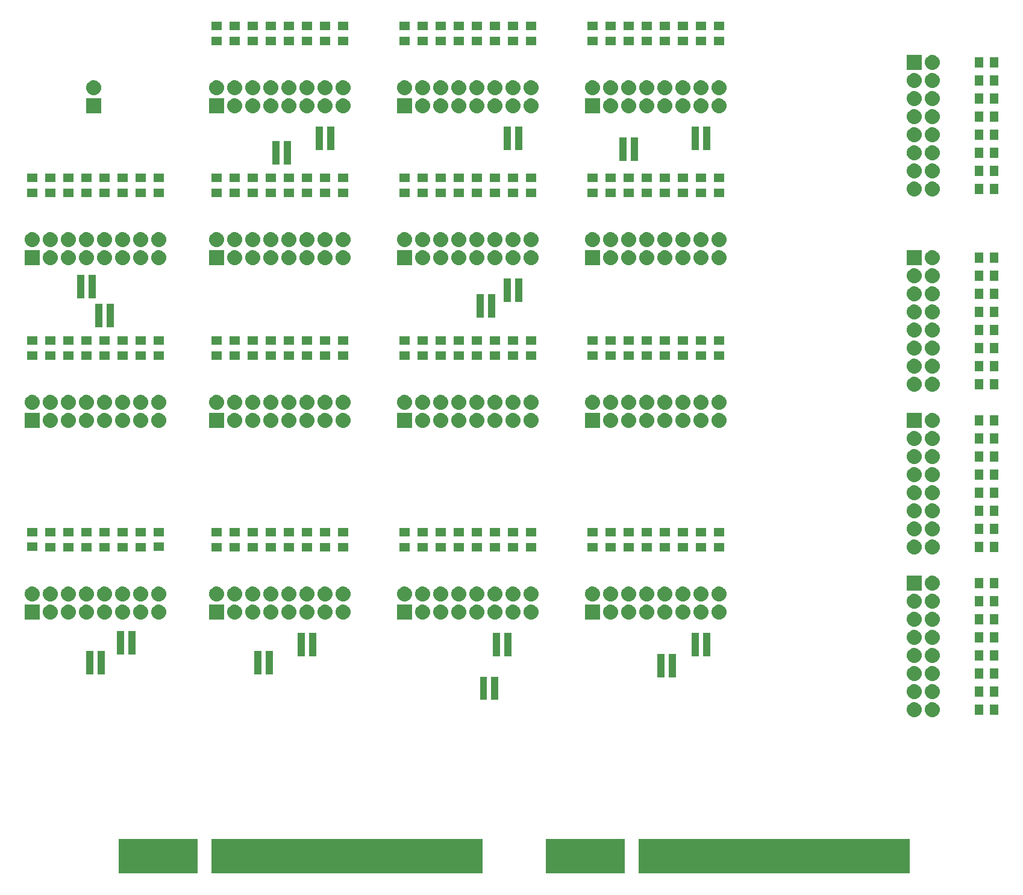
<source format=gbr>
G04 #@! TF.GenerationSoftware,KiCad,Pcbnew,(5.0.1)-4*
G04 #@! TF.CreationDate,2018-12-06T15:24:57-08:00*
G04 #@! TF.ProjectId,lights_n_jumpers,6C69676874735F6E5F6A756D70657273,rev?*
G04 #@! TF.SameCoordinates,Original*
G04 #@! TF.FileFunction,Soldermask,Top*
G04 #@! TF.FilePolarity,Negative*
%FSLAX46Y46*%
G04 Gerber Fmt 4.6, Leading zero omitted, Abs format (unit mm)*
G04 Created by KiCad (PCBNEW (5.0.1)-4) date 12/6/2018 3:24:57 PM*
%MOMM*%
%LPD*%
G01*
G04 APERTURE LIST*
%ADD10C,0.100000*%
G04 APERTURE END LIST*
D10*
G36*
X204050000Y-150000000D02*
X165950000Y-150000000D01*
X165950000Y-145200000D01*
X204050000Y-145200000D01*
X204050000Y-150000000D01*
X204050000Y-150000000D01*
G37*
G36*
X104050000Y-150000000D02*
X92950000Y-150000000D01*
X92950000Y-145200000D01*
X104050000Y-145200000D01*
X104050000Y-150000000D01*
X104050000Y-150000000D01*
G37*
G36*
X164050000Y-150000000D02*
X152950000Y-150000000D01*
X152950000Y-145200000D01*
X164050000Y-145200000D01*
X164050000Y-150000000D01*
X164050000Y-150000000D01*
G37*
G36*
X144050000Y-150000000D02*
X105950000Y-150000000D01*
X105950000Y-145200000D01*
X144050000Y-145200000D01*
X144050000Y-150000000D01*
X144050000Y-150000000D01*
G37*
G36*
X204852707Y-125957597D02*
X204929836Y-125965193D01*
X205061787Y-126005220D01*
X205127763Y-126025233D01*
X205310172Y-126122733D01*
X205470054Y-126253946D01*
X205601267Y-126413828D01*
X205698767Y-126596237D01*
X205698767Y-126596238D01*
X205758807Y-126794164D01*
X205779080Y-127000000D01*
X205758807Y-127205836D01*
X205718780Y-127337787D01*
X205698767Y-127403763D01*
X205601267Y-127586172D01*
X205470054Y-127746054D01*
X205310172Y-127877267D01*
X205127763Y-127974767D01*
X205061787Y-127994780D01*
X204929836Y-128034807D01*
X204852707Y-128042404D01*
X204775580Y-128050000D01*
X204672420Y-128050000D01*
X204595293Y-128042404D01*
X204518164Y-128034807D01*
X204386213Y-127994780D01*
X204320237Y-127974767D01*
X204137828Y-127877267D01*
X203977946Y-127746054D01*
X203846733Y-127586172D01*
X203749233Y-127403763D01*
X203729220Y-127337787D01*
X203689193Y-127205836D01*
X203668920Y-127000000D01*
X203689193Y-126794164D01*
X203749233Y-126596238D01*
X203749233Y-126596237D01*
X203846733Y-126413828D01*
X203977946Y-126253946D01*
X204137828Y-126122733D01*
X204320237Y-126025233D01*
X204386213Y-126005220D01*
X204518164Y-125965193D01*
X204595293Y-125957597D01*
X204672420Y-125950000D01*
X204775580Y-125950000D01*
X204852707Y-125957597D01*
X204852707Y-125957597D01*
G37*
G36*
X207392707Y-125957597D02*
X207469836Y-125965193D01*
X207601787Y-126005220D01*
X207667763Y-126025233D01*
X207850172Y-126122733D01*
X208010054Y-126253946D01*
X208141267Y-126413828D01*
X208238767Y-126596237D01*
X208238767Y-126596238D01*
X208298807Y-126794164D01*
X208319080Y-127000000D01*
X208298807Y-127205836D01*
X208258780Y-127337787D01*
X208238767Y-127403763D01*
X208141267Y-127586172D01*
X208010054Y-127746054D01*
X207850172Y-127877267D01*
X207667763Y-127974767D01*
X207601787Y-127994780D01*
X207469836Y-128034807D01*
X207392707Y-128042404D01*
X207315580Y-128050000D01*
X207212420Y-128050000D01*
X207135293Y-128042404D01*
X207058164Y-128034807D01*
X206926213Y-127994780D01*
X206860237Y-127974767D01*
X206677828Y-127877267D01*
X206517946Y-127746054D01*
X206386733Y-127586172D01*
X206289233Y-127403763D01*
X206269220Y-127337787D01*
X206229193Y-127205836D01*
X206208920Y-127000000D01*
X206229193Y-126794164D01*
X206289233Y-126596238D01*
X206289233Y-126596237D01*
X206386733Y-126413828D01*
X206517946Y-126253946D01*
X206677828Y-126122733D01*
X206860237Y-126025233D01*
X206926213Y-126005220D01*
X207058164Y-125965193D01*
X207135293Y-125957597D01*
X207212420Y-125950000D01*
X207315580Y-125950000D01*
X207392707Y-125957597D01*
X207392707Y-125957597D01*
G37*
G36*
X216534000Y-127750000D02*
X215334000Y-127750000D01*
X215334000Y-126250000D01*
X216534000Y-126250000D01*
X216534000Y-127750000D01*
X216534000Y-127750000D01*
G37*
G36*
X214434000Y-127750000D02*
X213234000Y-127750000D01*
X213234000Y-126250000D01*
X214434000Y-126250000D01*
X214434000Y-127750000D01*
X214434000Y-127750000D01*
G37*
G36*
X146283200Y-125652800D02*
X145283200Y-125652800D01*
X145283200Y-122352800D01*
X146283200Y-122352800D01*
X146283200Y-125652800D01*
X146283200Y-125652800D01*
G37*
G36*
X144683200Y-125652800D02*
X143683200Y-125652800D01*
X143683200Y-122352800D01*
X144683200Y-122352800D01*
X144683200Y-125652800D01*
X144683200Y-125652800D01*
G37*
G36*
X207392707Y-123417596D02*
X207469836Y-123425193D01*
X207601787Y-123465220D01*
X207667763Y-123485233D01*
X207850172Y-123582733D01*
X208010054Y-123713946D01*
X208141267Y-123873828D01*
X208238767Y-124056237D01*
X208238767Y-124056238D01*
X208298807Y-124254164D01*
X208319080Y-124460000D01*
X208298807Y-124665836D01*
X208258780Y-124797787D01*
X208238767Y-124863763D01*
X208141267Y-125046172D01*
X208010054Y-125206054D01*
X207850172Y-125337267D01*
X207667763Y-125434767D01*
X207601787Y-125454780D01*
X207469836Y-125494807D01*
X207392707Y-125502403D01*
X207315580Y-125510000D01*
X207212420Y-125510000D01*
X207135293Y-125502403D01*
X207058164Y-125494807D01*
X206926213Y-125454780D01*
X206860237Y-125434767D01*
X206677828Y-125337267D01*
X206517946Y-125206054D01*
X206386733Y-125046172D01*
X206289233Y-124863763D01*
X206269220Y-124797787D01*
X206229193Y-124665836D01*
X206208920Y-124460000D01*
X206229193Y-124254164D01*
X206289233Y-124056238D01*
X206289233Y-124056237D01*
X206386733Y-123873828D01*
X206517946Y-123713946D01*
X206677828Y-123582733D01*
X206860237Y-123485233D01*
X206926213Y-123465220D01*
X207058164Y-123425193D01*
X207135293Y-123417596D01*
X207212420Y-123410000D01*
X207315580Y-123410000D01*
X207392707Y-123417596D01*
X207392707Y-123417596D01*
G37*
G36*
X204852707Y-123417596D02*
X204929836Y-123425193D01*
X205061787Y-123465220D01*
X205127763Y-123485233D01*
X205310172Y-123582733D01*
X205470054Y-123713946D01*
X205601267Y-123873828D01*
X205698767Y-124056237D01*
X205698767Y-124056238D01*
X205758807Y-124254164D01*
X205779080Y-124460000D01*
X205758807Y-124665836D01*
X205718780Y-124797787D01*
X205698767Y-124863763D01*
X205601267Y-125046172D01*
X205470054Y-125206054D01*
X205310172Y-125337267D01*
X205127763Y-125434767D01*
X205061787Y-125454780D01*
X204929836Y-125494807D01*
X204852707Y-125502403D01*
X204775580Y-125510000D01*
X204672420Y-125510000D01*
X204595293Y-125502403D01*
X204518164Y-125494807D01*
X204386213Y-125454780D01*
X204320237Y-125434767D01*
X204137828Y-125337267D01*
X203977946Y-125206054D01*
X203846733Y-125046172D01*
X203749233Y-124863763D01*
X203729220Y-124797787D01*
X203689193Y-124665836D01*
X203668920Y-124460000D01*
X203689193Y-124254164D01*
X203749233Y-124056238D01*
X203749233Y-124056237D01*
X203846733Y-123873828D01*
X203977946Y-123713946D01*
X204137828Y-123582733D01*
X204320237Y-123485233D01*
X204386213Y-123465220D01*
X204518164Y-123425193D01*
X204595293Y-123417596D01*
X204672420Y-123410000D01*
X204775580Y-123410000D01*
X204852707Y-123417596D01*
X204852707Y-123417596D01*
G37*
G36*
X216534000Y-125210000D02*
X215334000Y-125210000D01*
X215334000Y-123710000D01*
X216534000Y-123710000D01*
X216534000Y-125210000D01*
X216534000Y-125210000D01*
G37*
G36*
X214434000Y-125210000D02*
X213234000Y-125210000D01*
X213234000Y-123710000D01*
X214434000Y-123710000D01*
X214434000Y-125210000D01*
X214434000Y-125210000D01*
G37*
G36*
X204852707Y-120877596D02*
X204929836Y-120885193D01*
X205061787Y-120925220D01*
X205127763Y-120945233D01*
X205310172Y-121042733D01*
X205470054Y-121173946D01*
X205601267Y-121333828D01*
X205698767Y-121516237D01*
X205698767Y-121516238D01*
X205758807Y-121714164D01*
X205779080Y-121920000D01*
X205758807Y-122125836D01*
X205718780Y-122257787D01*
X205698767Y-122323763D01*
X205601267Y-122506172D01*
X205470054Y-122666054D01*
X205310172Y-122797267D01*
X205127763Y-122894767D01*
X205061787Y-122914780D01*
X204929836Y-122954807D01*
X204852707Y-122962403D01*
X204775580Y-122970000D01*
X204672420Y-122970000D01*
X204595293Y-122962403D01*
X204518164Y-122954807D01*
X204386213Y-122914780D01*
X204320237Y-122894767D01*
X204137828Y-122797267D01*
X203977946Y-122666054D01*
X203846733Y-122506172D01*
X203749233Y-122323763D01*
X203729220Y-122257787D01*
X203689193Y-122125836D01*
X203668920Y-121920000D01*
X203689193Y-121714164D01*
X203749233Y-121516238D01*
X203749233Y-121516237D01*
X203846733Y-121333828D01*
X203977946Y-121173946D01*
X204137828Y-121042733D01*
X204320237Y-120945233D01*
X204386213Y-120925220D01*
X204518164Y-120885193D01*
X204595293Y-120877596D01*
X204672420Y-120870000D01*
X204775580Y-120870000D01*
X204852707Y-120877596D01*
X204852707Y-120877596D01*
G37*
G36*
X207392707Y-120877596D02*
X207469836Y-120885193D01*
X207601787Y-120925220D01*
X207667763Y-120945233D01*
X207850172Y-121042733D01*
X208010054Y-121173946D01*
X208141267Y-121333828D01*
X208238767Y-121516237D01*
X208238767Y-121516238D01*
X208298807Y-121714164D01*
X208319080Y-121920000D01*
X208298807Y-122125836D01*
X208258780Y-122257787D01*
X208238767Y-122323763D01*
X208141267Y-122506172D01*
X208010054Y-122666054D01*
X207850172Y-122797267D01*
X207667763Y-122894767D01*
X207601787Y-122914780D01*
X207469836Y-122954807D01*
X207392707Y-122962403D01*
X207315580Y-122970000D01*
X207212420Y-122970000D01*
X207135293Y-122962403D01*
X207058164Y-122954807D01*
X206926213Y-122914780D01*
X206860237Y-122894767D01*
X206677828Y-122797267D01*
X206517946Y-122666054D01*
X206386733Y-122506172D01*
X206289233Y-122323763D01*
X206269220Y-122257787D01*
X206229193Y-122125836D01*
X206208920Y-121920000D01*
X206229193Y-121714164D01*
X206289233Y-121516238D01*
X206289233Y-121516237D01*
X206386733Y-121333828D01*
X206517946Y-121173946D01*
X206677828Y-121042733D01*
X206860237Y-120945233D01*
X206926213Y-120925220D01*
X207058164Y-120885193D01*
X207135293Y-120877596D01*
X207212420Y-120870000D01*
X207315580Y-120870000D01*
X207392707Y-120877596D01*
X207392707Y-120877596D01*
G37*
G36*
X214434000Y-122670000D02*
X213234000Y-122670000D01*
X213234000Y-121170000D01*
X214434000Y-121170000D01*
X214434000Y-122670000D01*
X214434000Y-122670000D01*
G37*
G36*
X216534000Y-122670000D02*
X215334000Y-122670000D01*
X215334000Y-121170000D01*
X216534000Y-121170000D01*
X216534000Y-122670000D01*
X216534000Y-122670000D01*
G37*
G36*
X169600600Y-122477800D02*
X168600600Y-122477800D01*
X168600600Y-119177800D01*
X169600600Y-119177800D01*
X169600600Y-122477800D01*
X169600600Y-122477800D01*
G37*
G36*
X171200600Y-122477800D02*
X170200600Y-122477800D01*
X170200600Y-119177800D01*
X171200600Y-119177800D01*
X171200600Y-122477800D01*
X171200600Y-122477800D01*
G37*
G36*
X112984000Y-122046000D02*
X111984000Y-122046000D01*
X111984000Y-118746000D01*
X112984000Y-118746000D01*
X112984000Y-122046000D01*
X112984000Y-122046000D01*
G37*
G36*
X89352000Y-122046000D02*
X88352000Y-122046000D01*
X88352000Y-118746000D01*
X89352000Y-118746000D01*
X89352000Y-122046000D01*
X89352000Y-122046000D01*
G37*
G36*
X114584000Y-122046000D02*
X113584000Y-122046000D01*
X113584000Y-118746000D01*
X114584000Y-118746000D01*
X114584000Y-122046000D01*
X114584000Y-122046000D01*
G37*
G36*
X90952000Y-122046000D02*
X89952000Y-122046000D01*
X89952000Y-118746000D01*
X90952000Y-118746000D01*
X90952000Y-122046000D01*
X90952000Y-122046000D01*
G37*
G36*
X207392707Y-118337596D02*
X207469836Y-118345193D01*
X207601787Y-118385220D01*
X207667763Y-118405233D01*
X207850172Y-118502733D01*
X208010054Y-118633946D01*
X208141267Y-118793828D01*
X208238767Y-118976237D01*
X208238767Y-118976238D01*
X208298807Y-119174164D01*
X208319080Y-119380000D01*
X208298807Y-119585836D01*
X208258780Y-119717787D01*
X208238767Y-119783763D01*
X208141267Y-119966172D01*
X208010054Y-120126054D01*
X207850172Y-120257267D01*
X207667763Y-120354767D01*
X207601787Y-120374780D01*
X207469836Y-120414807D01*
X207392707Y-120422404D01*
X207315580Y-120430000D01*
X207212420Y-120430000D01*
X207135293Y-120422404D01*
X207058164Y-120414807D01*
X206926213Y-120374780D01*
X206860237Y-120354767D01*
X206677828Y-120257267D01*
X206517946Y-120126054D01*
X206386733Y-119966172D01*
X206289233Y-119783763D01*
X206269220Y-119717787D01*
X206229193Y-119585836D01*
X206208920Y-119380000D01*
X206229193Y-119174164D01*
X206289233Y-118976238D01*
X206289233Y-118976237D01*
X206386733Y-118793828D01*
X206517946Y-118633946D01*
X206677828Y-118502733D01*
X206860237Y-118405233D01*
X206926213Y-118385220D01*
X207058164Y-118345193D01*
X207135293Y-118337596D01*
X207212420Y-118330000D01*
X207315580Y-118330000D01*
X207392707Y-118337596D01*
X207392707Y-118337596D01*
G37*
G36*
X204852707Y-118337596D02*
X204929836Y-118345193D01*
X205061787Y-118385220D01*
X205127763Y-118405233D01*
X205310172Y-118502733D01*
X205470054Y-118633946D01*
X205601267Y-118793828D01*
X205698767Y-118976237D01*
X205698767Y-118976238D01*
X205758807Y-119174164D01*
X205779080Y-119380000D01*
X205758807Y-119585836D01*
X205718780Y-119717787D01*
X205698767Y-119783763D01*
X205601267Y-119966172D01*
X205470054Y-120126054D01*
X205310172Y-120257267D01*
X205127763Y-120354767D01*
X205061787Y-120374780D01*
X204929836Y-120414807D01*
X204852707Y-120422404D01*
X204775580Y-120430000D01*
X204672420Y-120430000D01*
X204595293Y-120422404D01*
X204518164Y-120414807D01*
X204386213Y-120374780D01*
X204320237Y-120354767D01*
X204137828Y-120257267D01*
X203977946Y-120126054D01*
X203846733Y-119966172D01*
X203749233Y-119783763D01*
X203729220Y-119717787D01*
X203689193Y-119585836D01*
X203668920Y-119380000D01*
X203689193Y-119174164D01*
X203749233Y-118976238D01*
X203749233Y-118976237D01*
X203846733Y-118793828D01*
X203977946Y-118633946D01*
X204137828Y-118502733D01*
X204320237Y-118405233D01*
X204386213Y-118385220D01*
X204518164Y-118345193D01*
X204595293Y-118337596D01*
X204672420Y-118330000D01*
X204775580Y-118330000D01*
X204852707Y-118337596D01*
X204852707Y-118337596D01*
G37*
G36*
X216534000Y-120130000D02*
X215334000Y-120130000D01*
X215334000Y-118630000D01*
X216534000Y-118630000D01*
X216534000Y-120130000D01*
X216534000Y-120130000D01*
G37*
G36*
X214434000Y-120130000D02*
X213234000Y-120130000D01*
X213234000Y-118630000D01*
X214434000Y-118630000D01*
X214434000Y-120130000D01*
X214434000Y-120130000D01*
G37*
G36*
X120680000Y-119506000D02*
X119680000Y-119506000D01*
X119680000Y-116206000D01*
X120680000Y-116206000D01*
X120680000Y-119506000D01*
X120680000Y-119506000D01*
G37*
G36*
X176052000Y-119506000D02*
X175052000Y-119506000D01*
X175052000Y-116206000D01*
X176052000Y-116206000D01*
X176052000Y-119506000D01*
X176052000Y-119506000D01*
G37*
G36*
X148112000Y-119506000D02*
X147112000Y-119506000D01*
X147112000Y-116206000D01*
X148112000Y-116206000D01*
X148112000Y-119506000D01*
X148112000Y-119506000D01*
G37*
G36*
X119080000Y-119506000D02*
X118080000Y-119506000D01*
X118080000Y-116206000D01*
X119080000Y-116206000D01*
X119080000Y-119506000D01*
X119080000Y-119506000D01*
G37*
G36*
X174452000Y-119506000D02*
X173452000Y-119506000D01*
X173452000Y-116206000D01*
X174452000Y-116206000D01*
X174452000Y-119506000D01*
X174452000Y-119506000D01*
G37*
G36*
X146512000Y-119506000D02*
X145512000Y-119506000D01*
X145512000Y-116206000D01*
X146512000Y-116206000D01*
X146512000Y-119506000D01*
X146512000Y-119506000D01*
G37*
G36*
X93680000Y-119277400D02*
X92680000Y-119277400D01*
X92680000Y-115977400D01*
X93680000Y-115977400D01*
X93680000Y-119277400D01*
X93680000Y-119277400D01*
G37*
G36*
X95280000Y-119277400D02*
X94280000Y-119277400D01*
X94280000Y-115977400D01*
X95280000Y-115977400D01*
X95280000Y-119277400D01*
X95280000Y-119277400D01*
G37*
G36*
X207392707Y-115797596D02*
X207469836Y-115805193D01*
X207601787Y-115845220D01*
X207667763Y-115865233D01*
X207850172Y-115962733D01*
X208010054Y-116093946D01*
X208141267Y-116253828D01*
X208238767Y-116436237D01*
X208238767Y-116436238D01*
X208298807Y-116634164D01*
X208319080Y-116840000D01*
X208298807Y-117045836D01*
X208258780Y-117177787D01*
X208238767Y-117243763D01*
X208141267Y-117426172D01*
X208010054Y-117586054D01*
X207850172Y-117717267D01*
X207667763Y-117814767D01*
X207601787Y-117834780D01*
X207469836Y-117874807D01*
X207392707Y-117882404D01*
X207315580Y-117890000D01*
X207212420Y-117890000D01*
X207135293Y-117882404D01*
X207058164Y-117874807D01*
X206926213Y-117834780D01*
X206860237Y-117814767D01*
X206677828Y-117717267D01*
X206517946Y-117586054D01*
X206386733Y-117426172D01*
X206289233Y-117243763D01*
X206269220Y-117177787D01*
X206229193Y-117045836D01*
X206208920Y-116840000D01*
X206229193Y-116634164D01*
X206289233Y-116436238D01*
X206289233Y-116436237D01*
X206386733Y-116253828D01*
X206517946Y-116093946D01*
X206677828Y-115962733D01*
X206860237Y-115865233D01*
X206926213Y-115845220D01*
X207058164Y-115805193D01*
X207135293Y-115797596D01*
X207212420Y-115790000D01*
X207315580Y-115790000D01*
X207392707Y-115797596D01*
X207392707Y-115797596D01*
G37*
G36*
X204852707Y-115797596D02*
X204929836Y-115805193D01*
X205061787Y-115845220D01*
X205127763Y-115865233D01*
X205310172Y-115962733D01*
X205470054Y-116093946D01*
X205601267Y-116253828D01*
X205698767Y-116436237D01*
X205698767Y-116436238D01*
X205758807Y-116634164D01*
X205779080Y-116840000D01*
X205758807Y-117045836D01*
X205718780Y-117177787D01*
X205698767Y-117243763D01*
X205601267Y-117426172D01*
X205470054Y-117586054D01*
X205310172Y-117717267D01*
X205127763Y-117814767D01*
X205061787Y-117834780D01*
X204929836Y-117874807D01*
X204852707Y-117882404D01*
X204775580Y-117890000D01*
X204672420Y-117890000D01*
X204595293Y-117882404D01*
X204518164Y-117874807D01*
X204386213Y-117834780D01*
X204320237Y-117814767D01*
X204137828Y-117717267D01*
X203977946Y-117586054D01*
X203846733Y-117426172D01*
X203749233Y-117243763D01*
X203729220Y-117177787D01*
X203689193Y-117045836D01*
X203668920Y-116840000D01*
X203689193Y-116634164D01*
X203749233Y-116436238D01*
X203749233Y-116436237D01*
X203846733Y-116253828D01*
X203977946Y-116093946D01*
X204137828Y-115962733D01*
X204320237Y-115865233D01*
X204386213Y-115845220D01*
X204518164Y-115805193D01*
X204595293Y-115797596D01*
X204672420Y-115790000D01*
X204775580Y-115790000D01*
X204852707Y-115797596D01*
X204852707Y-115797596D01*
G37*
G36*
X214434000Y-117590000D02*
X213234000Y-117590000D01*
X213234000Y-116090000D01*
X214434000Y-116090000D01*
X214434000Y-117590000D01*
X214434000Y-117590000D01*
G37*
G36*
X216534000Y-117590000D02*
X215334000Y-117590000D01*
X215334000Y-116090000D01*
X216534000Y-116090000D01*
X216534000Y-117590000D01*
X216534000Y-117590000D01*
G37*
G36*
X207392707Y-113257596D02*
X207469836Y-113265193D01*
X207601787Y-113305220D01*
X207667763Y-113325233D01*
X207850172Y-113422733D01*
X208010054Y-113553946D01*
X208141267Y-113713828D01*
X208238767Y-113896237D01*
X208238767Y-113896238D01*
X208298807Y-114094164D01*
X208319080Y-114300000D01*
X208298807Y-114505836D01*
X208258780Y-114637787D01*
X208238767Y-114703763D01*
X208141267Y-114886172D01*
X208010054Y-115046054D01*
X207850172Y-115177267D01*
X207667763Y-115274767D01*
X207601787Y-115294780D01*
X207469836Y-115334807D01*
X207392707Y-115342403D01*
X207315580Y-115350000D01*
X207212420Y-115350000D01*
X207135293Y-115342403D01*
X207058164Y-115334807D01*
X206926213Y-115294780D01*
X206860237Y-115274767D01*
X206677828Y-115177267D01*
X206517946Y-115046054D01*
X206386733Y-114886172D01*
X206289233Y-114703763D01*
X206269220Y-114637787D01*
X206229193Y-114505836D01*
X206208920Y-114300000D01*
X206229193Y-114094164D01*
X206289233Y-113896238D01*
X206289233Y-113896237D01*
X206386733Y-113713828D01*
X206517946Y-113553946D01*
X206677828Y-113422733D01*
X206860237Y-113325233D01*
X206926213Y-113305220D01*
X207058164Y-113265193D01*
X207135293Y-113257596D01*
X207212420Y-113250000D01*
X207315580Y-113250000D01*
X207392707Y-113257596D01*
X207392707Y-113257596D01*
G37*
G36*
X204852707Y-113257596D02*
X204929836Y-113265193D01*
X205061787Y-113305220D01*
X205127763Y-113325233D01*
X205310172Y-113422733D01*
X205470054Y-113553946D01*
X205601267Y-113713828D01*
X205698767Y-113896237D01*
X205698767Y-113896238D01*
X205758807Y-114094164D01*
X205779080Y-114300000D01*
X205758807Y-114505836D01*
X205718780Y-114637787D01*
X205698767Y-114703763D01*
X205601267Y-114886172D01*
X205470054Y-115046054D01*
X205310172Y-115177267D01*
X205127763Y-115274767D01*
X205061787Y-115294780D01*
X204929836Y-115334807D01*
X204852707Y-115342403D01*
X204775580Y-115350000D01*
X204672420Y-115350000D01*
X204595293Y-115342403D01*
X204518164Y-115334807D01*
X204386213Y-115294780D01*
X204320237Y-115274767D01*
X204137828Y-115177267D01*
X203977946Y-115046054D01*
X203846733Y-114886172D01*
X203749233Y-114703763D01*
X203729220Y-114637787D01*
X203689193Y-114505836D01*
X203668920Y-114300000D01*
X203689193Y-114094164D01*
X203749233Y-113896238D01*
X203749233Y-113896237D01*
X203846733Y-113713828D01*
X203977946Y-113553946D01*
X204137828Y-113422733D01*
X204320237Y-113325233D01*
X204386213Y-113305220D01*
X204518164Y-113265193D01*
X204595293Y-113257596D01*
X204672420Y-113250000D01*
X204775580Y-113250000D01*
X204852707Y-113257596D01*
X204852707Y-113257596D01*
G37*
G36*
X214434000Y-115050000D02*
X213234000Y-115050000D01*
X213234000Y-113550000D01*
X214434000Y-113550000D01*
X214434000Y-115050000D01*
X214434000Y-115050000D01*
G37*
G36*
X216534000Y-115050000D02*
X215334000Y-115050000D01*
X215334000Y-113550000D01*
X216534000Y-113550000D01*
X216534000Y-115050000D01*
X216534000Y-115050000D01*
G37*
G36*
X151004707Y-112241596D02*
X151081836Y-112249193D01*
X151213787Y-112289220D01*
X151279763Y-112309233D01*
X151462172Y-112406733D01*
X151622054Y-112537946D01*
X151753267Y-112697828D01*
X151850767Y-112880237D01*
X151850767Y-112880238D01*
X151910807Y-113078164D01*
X151931080Y-113284000D01*
X151910807Y-113489836D01*
X151870780Y-113621787D01*
X151850767Y-113687763D01*
X151753267Y-113870172D01*
X151622054Y-114030054D01*
X151462172Y-114161267D01*
X151279763Y-114258767D01*
X151213787Y-114278780D01*
X151081836Y-114318807D01*
X151004707Y-114326403D01*
X150927580Y-114334000D01*
X150824420Y-114334000D01*
X150747293Y-114326403D01*
X150670164Y-114318807D01*
X150538213Y-114278780D01*
X150472237Y-114258767D01*
X150289828Y-114161267D01*
X150129946Y-114030054D01*
X149998733Y-113870172D01*
X149901233Y-113687763D01*
X149881220Y-113621787D01*
X149841193Y-113489836D01*
X149820920Y-113284000D01*
X149841193Y-113078164D01*
X149901233Y-112880238D01*
X149901233Y-112880237D01*
X149998733Y-112697828D01*
X150129946Y-112537946D01*
X150289828Y-112406733D01*
X150472237Y-112309233D01*
X150538213Y-112289220D01*
X150670164Y-112249193D01*
X150747293Y-112241596D01*
X150824420Y-112234000D01*
X150927580Y-112234000D01*
X151004707Y-112241596D01*
X151004707Y-112241596D01*
G37*
G36*
X145924707Y-112241596D02*
X146001836Y-112249193D01*
X146133787Y-112289220D01*
X146199763Y-112309233D01*
X146382172Y-112406733D01*
X146542054Y-112537946D01*
X146673267Y-112697828D01*
X146770767Y-112880237D01*
X146770767Y-112880238D01*
X146830807Y-113078164D01*
X146851080Y-113284000D01*
X146830807Y-113489836D01*
X146790780Y-113621787D01*
X146770767Y-113687763D01*
X146673267Y-113870172D01*
X146542054Y-114030054D01*
X146382172Y-114161267D01*
X146199763Y-114258767D01*
X146133787Y-114278780D01*
X146001836Y-114318807D01*
X145924707Y-114326403D01*
X145847580Y-114334000D01*
X145744420Y-114334000D01*
X145667293Y-114326403D01*
X145590164Y-114318807D01*
X145458213Y-114278780D01*
X145392237Y-114258767D01*
X145209828Y-114161267D01*
X145049946Y-114030054D01*
X144918733Y-113870172D01*
X144821233Y-113687763D01*
X144801220Y-113621787D01*
X144761193Y-113489836D01*
X144740920Y-113284000D01*
X144761193Y-113078164D01*
X144821233Y-112880238D01*
X144821233Y-112880237D01*
X144918733Y-112697828D01*
X145049946Y-112537946D01*
X145209828Y-112406733D01*
X145392237Y-112309233D01*
X145458213Y-112289220D01*
X145590164Y-112249193D01*
X145667293Y-112241596D01*
X145744420Y-112234000D01*
X145847580Y-112234000D01*
X145924707Y-112241596D01*
X145924707Y-112241596D01*
G37*
G36*
X148464707Y-112241596D02*
X148541836Y-112249193D01*
X148673787Y-112289220D01*
X148739763Y-112309233D01*
X148922172Y-112406733D01*
X149082054Y-112537946D01*
X149213267Y-112697828D01*
X149310767Y-112880237D01*
X149310767Y-112880238D01*
X149370807Y-113078164D01*
X149391080Y-113284000D01*
X149370807Y-113489836D01*
X149330780Y-113621787D01*
X149310767Y-113687763D01*
X149213267Y-113870172D01*
X149082054Y-114030054D01*
X148922172Y-114161267D01*
X148739763Y-114258767D01*
X148673787Y-114278780D01*
X148541836Y-114318807D01*
X148464707Y-114326403D01*
X148387580Y-114334000D01*
X148284420Y-114334000D01*
X148207293Y-114326403D01*
X148130164Y-114318807D01*
X147998213Y-114278780D01*
X147932237Y-114258767D01*
X147749828Y-114161267D01*
X147589946Y-114030054D01*
X147458733Y-113870172D01*
X147361233Y-113687763D01*
X147341220Y-113621787D01*
X147301193Y-113489836D01*
X147280920Y-113284000D01*
X147301193Y-113078164D01*
X147361233Y-112880238D01*
X147361233Y-112880237D01*
X147458733Y-112697828D01*
X147589946Y-112537946D01*
X147749828Y-112406733D01*
X147932237Y-112309233D01*
X147998213Y-112289220D01*
X148130164Y-112249193D01*
X148207293Y-112241596D01*
X148284420Y-112234000D01*
X148387580Y-112234000D01*
X148464707Y-112241596D01*
X148464707Y-112241596D01*
G37*
G36*
X91060707Y-112241596D02*
X91137836Y-112249193D01*
X91269787Y-112289220D01*
X91335763Y-112309233D01*
X91518172Y-112406733D01*
X91678054Y-112537946D01*
X91809267Y-112697828D01*
X91906767Y-112880237D01*
X91906767Y-112880238D01*
X91966807Y-113078164D01*
X91987080Y-113284000D01*
X91966807Y-113489836D01*
X91926780Y-113621787D01*
X91906767Y-113687763D01*
X91809267Y-113870172D01*
X91678054Y-114030054D01*
X91518172Y-114161267D01*
X91335763Y-114258767D01*
X91269787Y-114278780D01*
X91137836Y-114318807D01*
X91060707Y-114326403D01*
X90983580Y-114334000D01*
X90880420Y-114334000D01*
X90803293Y-114326403D01*
X90726164Y-114318807D01*
X90594213Y-114278780D01*
X90528237Y-114258767D01*
X90345828Y-114161267D01*
X90185946Y-114030054D01*
X90054733Y-113870172D01*
X89957233Y-113687763D01*
X89937220Y-113621787D01*
X89897193Y-113489836D01*
X89876920Y-113284000D01*
X89897193Y-113078164D01*
X89957233Y-112880238D01*
X89957233Y-112880237D01*
X90054733Y-112697828D01*
X90185946Y-112537946D01*
X90345828Y-112406733D01*
X90528237Y-112309233D01*
X90594213Y-112289220D01*
X90726164Y-112249193D01*
X90803293Y-112241596D01*
X90880420Y-112234000D01*
X90983580Y-112234000D01*
X91060707Y-112241596D01*
X91060707Y-112241596D01*
G37*
G36*
X122048707Y-112241596D02*
X122125836Y-112249193D01*
X122257787Y-112289220D01*
X122323763Y-112309233D01*
X122506172Y-112406733D01*
X122666054Y-112537946D01*
X122797267Y-112697828D01*
X122894767Y-112880237D01*
X122894767Y-112880238D01*
X122954807Y-113078164D01*
X122975080Y-113284000D01*
X122954807Y-113489836D01*
X122914780Y-113621787D01*
X122894767Y-113687763D01*
X122797267Y-113870172D01*
X122666054Y-114030054D01*
X122506172Y-114161267D01*
X122323763Y-114258767D01*
X122257787Y-114278780D01*
X122125836Y-114318807D01*
X122048707Y-114326403D01*
X121971580Y-114334000D01*
X121868420Y-114334000D01*
X121791293Y-114326403D01*
X121714164Y-114318807D01*
X121582213Y-114278780D01*
X121516237Y-114258767D01*
X121333828Y-114161267D01*
X121173946Y-114030054D01*
X121042733Y-113870172D01*
X120945233Y-113687763D01*
X120925220Y-113621787D01*
X120885193Y-113489836D01*
X120864920Y-113284000D01*
X120885193Y-113078164D01*
X120945233Y-112880238D01*
X120945233Y-112880237D01*
X121042733Y-112697828D01*
X121173946Y-112537946D01*
X121333828Y-112406733D01*
X121516237Y-112309233D01*
X121582213Y-112289220D01*
X121714164Y-112249193D01*
X121791293Y-112241596D01*
X121868420Y-112234000D01*
X121971580Y-112234000D01*
X122048707Y-112241596D01*
X122048707Y-112241596D01*
G37*
G36*
X162180707Y-112241596D02*
X162257836Y-112249193D01*
X162389787Y-112289220D01*
X162455763Y-112309233D01*
X162638172Y-112406733D01*
X162798054Y-112537946D01*
X162929267Y-112697828D01*
X163026767Y-112880237D01*
X163026767Y-112880238D01*
X163086807Y-113078164D01*
X163107080Y-113284000D01*
X163086807Y-113489836D01*
X163046780Y-113621787D01*
X163026767Y-113687763D01*
X162929267Y-113870172D01*
X162798054Y-114030054D01*
X162638172Y-114161267D01*
X162455763Y-114258767D01*
X162389787Y-114278780D01*
X162257836Y-114318807D01*
X162180707Y-114326403D01*
X162103580Y-114334000D01*
X162000420Y-114334000D01*
X161923293Y-114326403D01*
X161846164Y-114318807D01*
X161714213Y-114278780D01*
X161648237Y-114258767D01*
X161465828Y-114161267D01*
X161305946Y-114030054D01*
X161174733Y-113870172D01*
X161077233Y-113687763D01*
X161057220Y-113621787D01*
X161017193Y-113489836D01*
X160996920Y-113284000D01*
X161017193Y-113078164D01*
X161077233Y-112880238D01*
X161077233Y-112880237D01*
X161174733Y-112697828D01*
X161305946Y-112537946D01*
X161465828Y-112406733D01*
X161648237Y-112309233D01*
X161714213Y-112289220D01*
X161846164Y-112249193D01*
X161923293Y-112241596D01*
X162000420Y-112234000D01*
X162103580Y-112234000D01*
X162180707Y-112241596D01*
X162180707Y-112241596D01*
G37*
G36*
X164720707Y-112241596D02*
X164797836Y-112249193D01*
X164929787Y-112289220D01*
X164995763Y-112309233D01*
X165178172Y-112406733D01*
X165338054Y-112537946D01*
X165469267Y-112697828D01*
X165566767Y-112880237D01*
X165566767Y-112880238D01*
X165626807Y-113078164D01*
X165647080Y-113284000D01*
X165626807Y-113489836D01*
X165586780Y-113621787D01*
X165566767Y-113687763D01*
X165469267Y-113870172D01*
X165338054Y-114030054D01*
X165178172Y-114161267D01*
X164995763Y-114258767D01*
X164929787Y-114278780D01*
X164797836Y-114318807D01*
X164720707Y-114326403D01*
X164643580Y-114334000D01*
X164540420Y-114334000D01*
X164463293Y-114326403D01*
X164386164Y-114318807D01*
X164254213Y-114278780D01*
X164188237Y-114258767D01*
X164005828Y-114161267D01*
X163845946Y-114030054D01*
X163714733Y-113870172D01*
X163617233Y-113687763D01*
X163597220Y-113621787D01*
X163557193Y-113489836D01*
X163536920Y-113284000D01*
X163557193Y-113078164D01*
X163617233Y-112880238D01*
X163617233Y-112880237D01*
X163714733Y-112697828D01*
X163845946Y-112537946D01*
X164005828Y-112406733D01*
X164188237Y-112309233D01*
X164254213Y-112289220D01*
X164386164Y-112249193D01*
X164463293Y-112241596D01*
X164540420Y-112234000D01*
X164643580Y-112234000D01*
X164720707Y-112241596D01*
X164720707Y-112241596D01*
G37*
G36*
X167260707Y-112241596D02*
X167337836Y-112249193D01*
X167469787Y-112289220D01*
X167535763Y-112309233D01*
X167718172Y-112406733D01*
X167878054Y-112537946D01*
X168009267Y-112697828D01*
X168106767Y-112880237D01*
X168106767Y-112880238D01*
X168166807Y-113078164D01*
X168187080Y-113284000D01*
X168166807Y-113489836D01*
X168126780Y-113621787D01*
X168106767Y-113687763D01*
X168009267Y-113870172D01*
X167878054Y-114030054D01*
X167718172Y-114161267D01*
X167535763Y-114258767D01*
X167469787Y-114278780D01*
X167337836Y-114318807D01*
X167260707Y-114326403D01*
X167183580Y-114334000D01*
X167080420Y-114334000D01*
X167003293Y-114326403D01*
X166926164Y-114318807D01*
X166794213Y-114278780D01*
X166728237Y-114258767D01*
X166545828Y-114161267D01*
X166385946Y-114030054D01*
X166254733Y-113870172D01*
X166157233Y-113687763D01*
X166137220Y-113621787D01*
X166097193Y-113489836D01*
X166076920Y-113284000D01*
X166097193Y-113078164D01*
X166157233Y-112880238D01*
X166157233Y-112880237D01*
X166254733Y-112697828D01*
X166385946Y-112537946D01*
X166545828Y-112406733D01*
X166728237Y-112309233D01*
X166794213Y-112289220D01*
X166926164Y-112249193D01*
X167003293Y-112241596D01*
X167080420Y-112234000D01*
X167183580Y-112234000D01*
X167260707Y-112241596D01*
X167260707Y-112241596D01*
G37*
G36*
X93600707Y-112241596D02*
X93677836Y-112249193D01*
X93809787Y-112289220D01*
X93875763Y-112309233D01*
X94058172Y-112406733D01*
X94218054Y-112537946D01*
X94349267Y-112697828D01*
X94446767Y-112880237D01*
X94446767Y-112880238D01*
X94506807Y-113078164D01*
X94527080Y-113284000D01*
X94506807Y-113489836D01*
X94466780Y-113621787D01*
X94446767Y-113687763D01*
X94349267Y-113870172D01*
X94218054Y-114030054D01*
X94058172Y-114161267D01*
X93875763Y-114258767D01*
X93809787Y-114278780D01*
X93677836Y-114318807D01*
X93600707Y-114326403D01*
X93523580Y-114334000D01*
X93420420Y-114334000D01*
X93343293Y-114326403D01*
X93266164Y-114318807D01*
X93134213Y-114278780D01*
X93068237Y-114258767D01*
X92885828Y-114161267D01*
X92725946Y-114030054D01*
X92594733Y-113870172D01*
X92497233Y-113687763D01*
X92477220Y-113621787D01*
X92437193Y-113489836D01*
X92416920Y-113284000D01*
X92437193Y-113078164D01*
X92497233Y-112880238D01*
X92497233Y-112880237D01*
X92594733Y-112697828D01*
X92725946Y-112537946D01*
X92885828Y-112406733D01*
X93068237Y-112309233D01*
X93134213Y-112289220D01*
X93266164Y-112249193D01*
X93343293Y-112241596D01*
X93420420Y-112234000D01*
X93523580Y-112234000D01*
X93600707Y-112241596D01*
X93600707Y-112241596D01*
G37*
G36*
X140844707Y-112241596D02*
X140921836Y-112249193D01*
X141053787Y-112289220D01*
X141119763Y-112309233D01*
X141302172Y-112406733D01*
X141462054Y-112537946D01*
X141593267Y-112697828D01*
X141690767Y-112880237D01*
X141690767Y-112880238D01*
X141750807Y-113078164D01*
X141771080Y-113284000D01*
X141750807Y-113489836D01*
X141710780Y-113621787D01*
X141690767Y-113687763D01*
X141593267Y-113870172D01*
X141462054Y-114030054D01*
X141302172Y-114161267D01*
X141119763Y-114258767D01*
X141053787Y-114278780D01*
X140921836Y-114318807D01*
X140844707Y-114326403D01*
X140767580Y-114334000D01*
X140664420Y-114334000D01*
X140587293Y-114326403D01*
X140510164Y-114318807D01*
X140378213Y-114278780D01*
X140312237Y-114258767D01*
X140129828Y-114161267D01*
X139969946Y-114030054D01*
X139838733Y-113870172D01*
X139741233Y-113687763D01*
X139721220Y-113621787D01*
X139681193Y-113489836D01*
X139660920Y-113284000D01*
X139681193Y-113078164D01*
X139741233Y-112880238D01*
X139741233Y-112880237D01*
X139838733Y-112697828D01*
X139969946Y-112537946D01*
X140129828Y-112406733D01*
X140312237Y-112309233D01*
X140378213Y-112289220D01*
X140510164Y-112249193D01*
X140587293Y-112241596D01*
X140664420Y-112234000D01*
X140767580Y-112234000D01*
X140844707Y-112241596D01*
X140844707Y-112241596D01*
G37*
G36*
X138304707Y-112241596D02*
X138381836Y-112249193D01*
X138513787Y-112289220D01*
X138579763Y-112309233D01*
X138762172Y-112406733D01*
X138922054Y-112537946D01*
X139053267Y-112697828D01*
X139150767Y-112880237D01*
X139150767Y-112880238D01*
X139210807Y-113078164D01*
X139231080Y-113284000D01*
X139210807Y-113489836D01*
X139170780Y-113621787D01*
X139150767Y-113687763D01*
X139053267Y-113870172D01*
X138922054Y-114030054D01*
X138762172Y-114161267D01*
X138579763Y-114258767D01*
X138513787Y-114278780D01*
X138381836Y-114318807D01*
X138304707Y-114326403D01*
X138227580Y-114334000D01*
X138124420Y-114334000D01*
X138047293Y-114326403D01*
X137970164Y-114318807D01*
X137838213Y-114278780D01*
X137772237Y-114258767D01*
X137589828Y-114161267D01*
X137429946Y-114030054D01*
X137298733Y-113870172D01*
X137201233Y-113687763D01*
X137181220Y-113621787D01*
X137141193Y-113489836D01*
X137120920Y-113284000D01*
X137141193Y-113078164D01*
X137201233Y-112880238D01*
X137201233Y-112880237D01*
X137298733Y-112697828D01*
X137429946Y-112537946D01*
X137589828Y-112406733D01*
X137772237Y-112309233D01*
X137838213Y-112289220D01*
X137970164Y-112249193D01*
X138047293Y-112241596D01*
X138124420Y-112234000D01*
X138227580Y-112234000D01*
X138304707Y-112241596D01*
X138304707Y-112241596D01*
G37*
G36*
X135764707Y-112241596D02*
X135841836Y-112249193D01*
X135973787Y-112289220D01*
X136039763Y-112309233D01*
X136222172Y-112406733D01*
X136382054Y-112537946D01*
X136513267Y-112697828D01*
X136610767Y-112880237D01*
X136610767Y-112880238D01*
X136670807Y-113078164D01*
X136691080Y-113284000D01*
X136670807Y-113489836D01*
X136630780Y-113621787D01*
X136610767Y-113687763D01*
X136513267Y-113870172D01*
X136382054Y-114030054D01*
X136222172Y-114161267D01*
X136039763Y-114258767D01*
X135973787Y-114278780D01*
X135841836Y-114318807D01*
X135764707Y-114326403D01*
X135687580Y-114334000D01*
X135584420Y-114334000D01*
X135507293Y-114326403D01*
X135430164Y-114318807D01*
X135298213Y-114278780D01*
X135232237Y-114258767D01*
X135049828Y-114161267D01*
X134889946Y-114030054D01*
X134758733Y-113870172D01*
X134661233Y-113687763D01*
X134641220Y-113621787D01*
X134601193Y-113489836D01*
X134580920Y-113284000D01*
X134601193Y-113078164D01*
X134661233Y-112880238D01*
X134661233Y-112880237D01*
X134758733Y-112697828D01*
X134889946Y-112537946D01*
X135049828Y-112406733D01*
X135232237Y-112309233D01*
X135298213Y-112289220D01*
X135430164Y-112249193D01*
X135507293Y-112241596D01*
X135584420Y-112234000D01*
X135687580Y-112234000D01*
X135764707Y-112241596D01*
X135764707Y-112241596D01*
G37*
G36*
X134146000Y-114334000D02*
X132046000Y-114334000D01*
X132046000Y-112234000D01*
X134146000Y-112234000D01*
X134146000Y-114334000D01*
X134146000Y-114334000D01*
G37*
G36*
X124588707Y-112241596D02*
X124665836Y-112249193D01*
X124797787Y-112289220D01*
X124863763Y-112309233D01*
X125046172Y-112406733D01*
X125206054Y-112537946D01*
X125337267Y-112697828D01*
X125434767Y-112880237D01*
X125434767Y-112880238D01*
X125494807Y-113078164D01*
X125515080Y-113284000D01*
X125494807Y-113489836D01*
X125454780Y-113621787D01*
X125434767Y-113687763D01*
X125337267Y-113870172D01*
X125206054Y-114030054D01*
X125046172Y-114161267D01*
X124863763Y-114258767D01*
X124797787Y-114278780D01*
X124665836Y-114318807D01*
X124588707Y-114326403D01*
X124511580Y-114334000D01*
X124408420Y-114334000D01*
X124331293Y-114326403D01*
X124254164Y-114318807D01*
X124122213Y-114278780D01*
X124056237Y-114258767D01*
X123873828Y-114161267D01*
X123713946Y-114030054D01*
X123582733Y-113870172D01*
X123485233Y-113687763D01*
X123465220Y-113621787D01*
X123425193Y-113489836D01*
X123404920Y-113284000D01*
X123425193Y-113078164D01*
X123485233Y-112880238D01*
X123485233Y-112880237D01*
X123582733Y-112697828D01*
X123713946Y-112537946D01*
X123873828Y-112406733D01*
X124056237Y-112309233D01*
X124122213Y-112289220D01*
X124254164Y-112249193D01*
X124331293Y-112241596D01*
X124408420Y-112234000D01*
X124511580Y-112234000D01*
X124588707Y-112241596D01*
X124588707Y-112241596D01*
G37*
G36*
X96140707Y-112241596D02*
X96217836Y-112249193D01*
X96349787Y-112289220D01*
X96415763Y-112309233D01*
X96598172Y-112406733D01*
X96758054Y-112537946D01*
X96889267Y-112697828D01*
X96986767Y-112880237D01*
X96986767Y-112880238D01*
X97046807Y-113078164D01*
X97067080Y-113284000D01*
X97046807Y-113489836D01*
X97006780Y-113621787D01*
X96986767Y-113687763D01*
X96889267Y-113870172D01*
X96758054Y-114030054D01*
X96598172Y-114161267D01*
X96415763Y-114258767D01*
X96349787Y-114278780D01*
X96217836Y-114318807D01*
X96140707Y-114326403D01*
X96063580Y-114334000D01*
X95960420Y-114334000D01*
X95883293Y-114326403D01*
X95806164Y-114318807D01*
X95674213Y-114278780D01*
X95608237Y-114258767D01*
X95425828Y-114161267D01*
X95265946Y-114030054D01*
X95134733Y-113870172D01*
X95037233Y-113687763D01*
X95017220Y-113621787D01*
X94977193Y-113489836D01*
X94956920Y-113284000D01*
X94977193Y-113078164D01*
X95037233Y-112880238D01*
X95037233Y-112880237D01*
X95134733Y-112697828D01*
X95265946Y-112537946D01*
X95425828Y-112406733D01*
X95608237Y-112309233D01*
X95674213Y-112289220D01*
X95806164Y-112249193D01*
X95883293Y-112241596D01*
X95960420Y-112234000D01*
X96063580Y-112234000D01*
X96140707Y-112241596D01*
X96140707Y-112241596D01*
G37*
G36*
X114428707Y-112241596D02*
X114505836Y-112249193D01*
X114637787Y-112289220D01*
X114703763Y-112309233D01*
X114886172Y-112406733D01*
X115046054Y-112537946D01*
X115177267Y-112697828D01*
X115274767Y-112880237D01*
X115274767Y-112880238D01*
X115334807Y-113078164D01*
X115355080Y-113284000D01*
X115334807Y-113489836D01*
X115294780Y-113621787D01*
X115274767Y-113687763D01*
X115177267Y-113870172D01*
X115046054Y-114030054D01*
X114886172Y-114161267D01*
X114703763Y-114258767D01*
X114637787Y-114278780D01*
X114505836Y-114318807D01*
X114428707Y-114326403D01*
X114351580Y-114334000D01*
X114248420Y-114334000D01*
X114171293Y-114326403D01*
X114094164Y-114318807D01*
X113962213Y-114278780D01*
X113896237Y-114258767D01*
X113713828Y-114161267D01*
X113553946Y-114030054D01*
X113422733Y-113870172D01*
X113325233Y-113687763D01*
X113305220Y-113621787D01*
X113265193Y-113489836D01*
X113244920Y-113284000D01*
X113265193Y-113078164D01*
X113325233Y-112880238D01*
X113325233Y-112880237D01*
X113422733Y-112697828D01*
X113553946Y-112537946D01*
X113713828Y-112406733D01*
X113896237Y-112309233D01*
X113962213Y-112289220D01*
X114094164Y-112249193D01*
X114171293Y-112241596D01*
X114248420Y-112234000D01*
X114351580Y-112234000D01*
X114428707Y-112241596D01*
X114428707Y-112241596D01*
G37*
G36*
X83440707Y-112241596D02*
X83517836Y-112249193D01*
X83649787Y-112289220D01*
X83715763Y-112309233D01*
X83898172Y-112406733D01*
X84058054Y-112537946D01*
X84189267Y-112697828D01*
X84286767Y-112880237D01*
X84286767Y-112880238D01*
X84346807Y-113078164D01*
X84367080Y-113284000D01*
X84346807Y-113489836D01*
X84306780Y-113621787D01*
X84286767Y-113687763D01*
X84189267Y-113870172D01*
X84058054Y-114030054D01*
X83898172Y-114161267D01*
X83715763Y-114258767D01*
X83649787Y-114278780D01*
X83517836Y-114318807D01*
X83440707Y-114326403D01*
X83363580Y-114334000D01*
X83260420Y-114334000D01*
X83183293Y-114326403D01*
X83106164Y-114318807D01*
X82974213Y-114278780D01*
X82908237Y-114258767D01*
X82725828Y-114161267D01*
X82565946Y-114030054D01*
X82434733Y-113870172D01*
X82337233Y-113687763D01*
X82317220Y-113621787D01*
X82277193Y-113489836D01*
X82256920Y-113284000D01*
X82277193Y-113078164D01*
X82337233Y-112880238D01*
X82337233Y-112880237D01*
X82434733Y-112697828D01*
X82565946Y-112537946D01*
X82725828Y-112406733D01*
X82908237Y-112309233D01*
X82974213Y-112289220D01*
X83106164Y-112249193D01*
X83183293Y-112241596D01*
X83260420Y-112234000D01*
X83363580Y-112234000D01*
X83440707Y-112241596D01*
X83440707Y-112241596D01*
G37*
G36*
X169800707Y-112241596D02*
X169877836Y-112249193D01*
X170009787Y-112289220D01*
X170075763Y-112309233D01*
X170258172Y-112406733D01*
X170418054Y-112537946D01*
X170549267Y-112697828D01*
X170646767Y-112880237D01*
X170646767Y-112880238D01*
X170706807Y-113078164D01*
X170727080Y-113284000D01*
X170706807Y-113489836D01*
X170666780Y-113621787D01*
X170646767Y-113687763D01*
X170549267Y-113870172D01*
X170418054Y-114030054D01*
X170258172Y-114161267D01*
X170075763Y-114258767D01*
X170009787Y-114278780D01*
X169877836Y-114318807D01*
X169800707Y-114326403D01*
X169723580Y-114334000D01*
X169620420Y-114334000D01*
X169543293Y-114326403D01*
X169466164Y-114318807D01*
X169334213Y-114278780D01*
X169268237Y-114258767D01*
X169085828Y-114161267D01*
X168925946Y-114030054D01*
X168794733Y-113870172D01*
X168697233Y-113687763D01*
X168677220Y-113621787D01*
X168637193Y-113489836D01*
X168616920Y-113284000D01*
X168637193Y-113078164D01*
X168697233Y-112880238D01*
X168697233Y-112880237D01*
X168794733Y-112697828D01*
X168925946Y-112537946D01*
X169085828Y-112406733D01*
X169268237Y-112309233D01*
X169334213Y-112289220D01*
X169466164Y-112249193D01*
X169543293Y-112241596D01*
X169620420Y-112234000D01*
X169723580Y-112234000D01*
X169800707Y-112241596D01*
X169800707Y-112241596D01*
G37*
G36*
X143384707Y-112241596D02*
X143461836Y-112249193D01*
X143593787Y-112289220D01*
X143659763Y-112309233D01*
X143842172Y-112406733D01*
X144002054Y-112537946D01*
X144133267Y-112697828D01*
X144230767Y-112880237D01*
X144230767Y-112880238D01*
X144290807Y-113078164D01*
X144311080Y-113284000D01*
X144290807Y-113489836D01*
X144250780Y-113621787D01*
X144230767Y-113687763D01*
X144133267Y-113870172D01*
X144002054Y-114030054D01*
X143842172Y-114161267D01*
X143659763Y-114258767D01*
X143593787Y-114278780D01*
X143461836Y-114318807D01*
X143384707Y-114326403D01*
X143307580Y-114334000D01*
X143204420Y-114334000D01*
X143127293Y-114326403D01*
X143050164Y-114318807D01*
X142918213Y-114278780D01*
X142852237Y-114258767D01*
X142669828Y-114161267D01*
X142509946Y-114030054D01*
X142378733Y-113870172D01*
X142281233Y-113687763D01*
X142261220Y-113621787D01*
X142221193Y-113489836D01*
X142200920Y-113284000D01*
X142221193Y-113078164D01*
X142281233Y-112880238D01*
X142281233Y-112880237D01*
X142378733Y-112697828D01*
X142509946Y-112537946D01*
X142669828Y-112406733D01*
X142852237Y-112309233D01*
X142918213Y-112289220D01*
X143050164Y-112249193D01*
X143127293Y-112241596D01*
X143204420Y-112234000D01*
X143307580Y-112234000D01*
X143384707Y-112241596D01*
X143384707Y-112241596D01*
G37*
G36*
X119508707Y-112241596D02*
X119585836Y-112249193D01*
X119717787Y-112289220D01*
X119783763Y-112309233D01*
X119966172Y-112406733D01*
X120126054Y-112537946D01*
X120257267Y-112697828D01*
X120354767Y-112880237D01*
X120354767Y-112880238D01*
X120414807Y-113078164D01*
X120435080Y-113284000D01*
X120414807Y-113489836D01*
X120374780Y-113621787D01*
X120354767Y-113687763D01*
X120257267Y-113870172D01*
X120126054Y-114030054D01*
X119966172Y-114161267D01*
X119783763Y-114258767D01*
X119717787Y-114278780D01*
X119585836Y-114318807D01*
X119508707Y-114326403D01*
X119431580Y-114334000D01*
X119328420Y-114334000D01*
X119251293Y-114326403D01*
X119174164Y-114318807D01*
X119042213Y-114278780D01*
X118976237Y-114258767D01*
X118793828Y-114161267D01*
X118633946Y-114030054D01*
X118502733Y-113870172D01*
X118405233Y-113687763D01*
X118385220Y-113621787D01*
X118345193Y-113489836D01*
X118324920Y-113284000D01*
X118345193Y-113078164D01*
X118405233Y-112880238D01*
X118405233Y-112880237D01*
X118502733Y-112697828D01*
X118633946Y-112537946D01*
X118793828Y-112406733D01*
X118976237Y-112309233D01*
X119042213Y-112289220D01*
X119174164Y-112249193D01*
X119251293Y-112241596D01*
X119328420Y-112234000D01*
X119431580Y-112234000D01*
X119508707Y-112241596D01*
X119508707Y-112241596D01*
G37*
G36*
X116968707Y-112241596D02*
X117045836Y-112249193D01*
X117177787Y-112289220D01*
X117243763Y-112309233D01*
X117426172Y-112406733D01*
X117586054Y-112537946D01*
X117717267Y-112697828D01*
X117814767Y-112880237D01*
X117814767Y-112880238D01*
X117874807Y-113078164D01*
X117895080Y-113284000D01*
X117874807Y-113489836D01*
X117834780Y-113621787D01*
X117814767Y-113687763D01*
X117717267Y-113870172D01*
X117586054Y-114030054D01*
X117426172Y-114161267D01*
X117243763Y-114258767D01*
X117177787Y-114278780D01*
X117045836Y-114318807D01*
X116968707Y-114326403D01*
X116891580Y-114334000D01*
X116788420Y-114334000D01*
X116711293Y-114326403D01*
X116634164Y-114318807D01*
X116502213Y-114278780D01*
X116436237Y-114258767D01*
X116253828Y-114161267D01*
X116093946Y-114030054D01*
X115962733Y-113870172D01*
X115865233Y-113687763D01*
X115845220Y-113621787D01*
X115805193Y-113489836D01*
X115784920Y-113284000D01*
X115805193Y-113078164D01*
X115865233Y-112880238D01*
X115865233Y-112880237D01*
X115962733Y-112697828D01*
X116093946Y-112537946D01*
X116253828Y-112406733D01*
X116436237Y-112309233D01*
X116502213Y-112289220D01*
X116634164Y-112249193D01*
X116711293Y-112241596D01*
X116788420Y-112234000D01*
X116891580Y-112234000D01*
X116968707Y-112241596D01*
X116968707Y-112241596D01*
G37*
G36*
X81822000Y-114334000D02*
X79722000Y-114334000D01*
X79722000Y-112234000D01*
X81822000Y-112234000D01*
X81822000Y-114334000D01*
X81822000Y-114334000D01*
G37*
G36*
X98680707Y-112241596D02*
X98757836Y-112249193D01*
X98889787Y-112289220D01*
X98955763Y-112309233D01*
X99138172Y-112406733D01*
X99298054Y-112537946D01*
X99429267Y-112697828D01*
X99526767Y-112880237D01*
X99526767Y-112880238D01*
X99586807Y-113078164D01*
X99607080Y-113284000D01*
X99586807Y-113489836D01*
X99546780Y-113621787D01*
X99526767Y-113687763D01*
X99429267Y-113870172D01*
X99298054Y-114030054D01*
X99138172Y-114161267D01*
X98955763Y-114258767D01*
X98889787Y-114278780D01*
X98757836Y-114318807D01*
X98680707Y-114326403D01*
X98603580Y-114334000D01*
X98500420Y-114334000D01*
X98423293Y-114326403D01*
X98346164Y-114318807D01*
X98214213Y-114278780D01*
X98148237Y-114258767D01*
X97965828Y-114161267D01*
X97805946Y-114030054D01*
X97674733Y-113870172D01*
X97577233Y-113687763D01*
X97557220Y-113621787D01*
X97517193Y-113489836D01*
X97496920Y-113284000D01*
X97517193Y-113078164D01*
X97577233Y-112880238D01*
X97577233Y-112880237D01*
X97674733Y-112697828D01*
X97805946Y-112537946D01*
X97965828Y-112406733D01*
X98148237Y-112309233D01*
X98214213Y-112289220D01*
X98346164Y-112249193D01*
X98423293Y-112241596D01*
X98500420Y-112234000D01*
X98603580Y-112234000D01*
X98680707Y-112241596D01*
X98680707Y-112241596D01*
G37*
G36*
X109348707Y-112241596D02*
X109425836Y-112249193D01*
X109557787Y-112289220D01*
X109623763Y-112309233D01*
X109806172Y-112406733D01*
X109966054Y-112537946D01*
X110097267Y-112697828D01*
X110194767Y-112880237D01*
X110194767Y-112880238D01*
X110254807Y-113078164D01*
X110275080Y-113284000D01*
X110254807Y-113489836D01*
X110214780Y-113621787D01*
X110194767Y-113687763D01*
X110097267Y-113870172D01*
X109966054Y-114030054D01*
X109806172Y-114161267D01*
X109623763Y-114258767D01*
X109557787Y-114278780D01*
X109425836Y-114318807D01*
X109348707Y-114326403D01*
X109271580Y-114334000D01*
X109168420Y-114334000D01*
X109091293Y-114326403D01*
X109014164Y-114318807D01*
X108882213Y-114278780D01*
X108816237Y-114258767D01*
X108633828Y-114161267D01*
X108473946Y-114030054D01*
X108342733Y-113870172D01*
X108245233Y-113687763D01*
X108225220Y-113621787D01*
X108185193Y-113489836D01*
X108164920Y-113284000D01*
X108185193Y-113078164D01*
X108245233Y-112880238D01*
X108245233Y-112880237D01*
X108342733Y-112697828D01*
X108473946Y-112537946D01*
X108633828Y-112406733D01*
X108816237Y-112309233D01*
X108882213Y-112289220D01*
X109014164Y-112249193D01*
X109091293Y-112241596D01*
X109168420Y-112234000D01*
X109271580Y-112234000D01*
X109348707Y-112241596D01*
X109348707Y-112241596D01*
G37*
G36*
X85980707Y-112241596D02*
X86057836Y-112249193D01*
X86189787Y-112289220D01*
X86255763Y-112309233D01*
X86438172Y-112406733D01*
X86598054Y-112537946D01*
X86729267Y-112697828D01*
X86826767Y-112880237D01*
X86826767Y-112880238D01*
X86886807Y-113078164D01*
X86907080Y-113284000D01*
X86886807Y-113489836D01*
X86846780Y-113621787D01*
X86826767Y-113687763D01*
X86729267Y-113870172D01*
X86598054Y-114030054D01*
X86438172Y-114161267D01*
X86255763Y-114258767D01*
X86189787Y-114278780D01*
X86057836Y-114318807D01*
X85980707Y-114326403D01*
X85903580Y-114334000D01*
X85800420Y-114334000D01*
X85723293Y-114326403D01*
X85646164Y-114318807D01*
X85514213Y-114278780D01*
X85448237Y-114258767D01*
X85265828Y-114161267D01*
X85105946Y-114030054D01*
X84974733Y-113870172D01*
X84877233Y-113687763D01*
X84857220Y-113621787D01*
X84817193Y-113489836D01*
X84796920Y-113284000D01*
X84817193Y-113078164D01*
X84877233Y-112880238D01*
X84877233Y-112880237D01*
X84974733Y-112697828D01*
X85105946Y-112537946D01*
X85265828Y-112406733D01*
X85448237Y-112309233D01*
X85514213Y-112289220D01*
X85646164Y-112249193D01*
X85723293Y-112241596D01*
X85800420Y-112234000D01*
X85903580Y-112234000D01*
X85980707Y-112241596D01*
X85980707Y-112241596D01*
G37*
G36*
X88520707Y-112241596D02*
X88597836Y-112249193D01*
X88729787Y-112289220D01*
X88795763Y-112309233D01*
X88978172Y-112406733D01*
X89138054Y-112537946D01*
X89269267Y-112697828D01*
X89366767Y-112880237D01*
X89366767Y-112880238D01*
X89426807Y-113078164D01*
X89447080Y-113284000D01*
X89426807Y-113489836D01*
X89386780Y-113621787D01*
X89366767Y-113687763D01*
X89269267Y-113870172D01*
X89138054Y-114030054D01*
X88978172Y-114161267D01*
X88795763Y-114258767D01*
X88729787Y-114278780D01*
X88597836Y-114318807D01*
X88520707Y-114326403D01*
X88443580Y-114334000D01*
X88340420Y-114334000D01*
X88263293Y-114326403D01*
X88186164Y-114318807D01*
X88054213Y-114278780D01*
X87988237Y-114258767D01*
X87805828Y-114161267D01*
X87645946Y-114030054D01*
X87514733Y-113870172D01*
X87417233Y-113687763D01*
X87397220Y-113621787D01*
X87357193Y-113489836D01*
X87336920Y-113284000D01*
X87357193Y-113078164D01*
X87417233Y-112880238D01*
X87417233Y-112880237D01*
X87514733Y-112697828D01*
X87645946Y-112537946D01*
X87805828Y-112406733D01*
X87988237Y-112309233D01*
X88054213Y-112289220D01*
X88186164Y-112249193D01*
X88263293Y-112241596D01*
X88340420Y-112234000D01*
X88443580Y-112234000D01*
X88520707Y-112241596D01*
X88520707Y-112241596D01*
G37*
G36*
X107730000Y-114334000D02*
X105630000Y-114334000D01*
X105630000Y-112234000D01*
X107730000Y-112234000D01*
X107730000Y-114334000D01*
X107730000Y-114334000D01*
G37*
G36*
X111888707Y-112241596D02*
X111965836Y-112249193D01*
X112097787Y-112289220D01*
X112163763Y-112309233D01*
X112346172Y-112406733D01*
X112506054Y-112537946D01*
X112637267Y-112697828D01*
X112734767Y-112880237D01*
X112734767Y-112880238D01*
X112794807Y-113078164D01*
X112815080Y-113284000D01*
X112794807Y-113489836D01*
X112754780Y-113621787D01*
X112734767Y-113687763D01*
X112637267Y-113870172D01*
X112506054Y-114030054D01*
X112346172Y-114161267D01*
X112163763Y-114258767D01*
X112097787Y-114278780D01*
X111965836Y-114318807D01*
X111888707Y-114326403D01*
X111811580Y-114334000D01*
X111708420Y-114334000D01*
X111631293Y-114326403D01*
X111554164Y-114318807D01*
X111422213Y-114278780D01*
X111356237Y-114258767D01*
X111173828Y-114161267D01*
X111013946Y-114030054D01*
X110882733Y-113870172D01*
X110785233Y-113687763D01*
X110765220Y-113621787D01*
X110725193Y-113489836D01*
X110704920Y-113284000D01*
X110725193Y-113078164D01*
X110785233Y-112880238D01*
X110785233Y-112880237D01*
X110882733Y-112697828D01*
X111013946Y-112537946D01*
X111173828Y-112406733D01*
X111356237Y-112309233D01*
X111422213Y-112289220D01*
X111554164Y-112249193D01*
X111631293Y-112241596D01*
X111708420Y-112234000D01*
X111811580Y-112234000D01*
X111888707Y-112241596D01*
X111888707Y-112241596D01*
G37*
G36*
X160562000Y-114334000D02*
X158462000Y-114334000D01*
X158462000Y-112234000D01*
X160562000Y-112234000D01*
X160562000Y-114334000D01*
X160562000Y-114334000D01*
G37*
G36*
X177420707Y-112241596D02*
X177497836Y-112249193D01*
X177629787Y-112289220D01*
X177695763Y-112309233D01*
X177878172Y-112406733D01*
X178038054Y-112537946D01*
X178169267Y-112697828D01*
X178266767Y-112880237D01*
X178266767Y-112880238D01*
X178326807Y-113078164D01*
X178347080Y-113284000D01*
X178326807Y-113489836D01*
X178286780Y-113621787D01*
X178266767Y-113687763D01*
X178169267Y-113870172D01*
X178038054Y-114030054D01*
X177878172Y-114161267D01*
X177695763Y-114258767D01*
X177629787Y-114278780D01*
X177497836Y-114318807D01*
X177420707Y-114326403D01*
X177343580Y-114334000D01*
X177240420Y-114334000D01*
X177163293Y-114326403D01*
X177086164Y-114318807D01*
X176954213Y-114278780D01*
X176888237Y-114258767D01*
X176705828Y-114161267D01*
X176545946Y-114030054D01*
X176414733Y-113870172D01*
X176317233Y-113687763D01*
X176297220Y-113621787D01*
X176257193Y-113489836D01*
X176236920Y-113284000D01*
X176257193Y-113078164D01*
X176317233Y-112880238D01*
X176317233Y-112880237D01*
X176414733Y-112697828D01*
X176545946Y-112537946D01*
X176705828Y-112406733D01*
X176888237Y-112309233D01*
X176954213Y-112289220D01*
X177086164Y-112249193D01*
X177163293Y-112241596D01*
X177240420Y-112234000D01*
X177343580Y-112234000D01*
X177420707Y-112241596D01*
X177420707Y-112241596D01*
G37*
G36*
X174880707Y-112241596D02*
X174957836Y-112249193D01*
X175089787Y-112289220D01*
X175155763Y-112309233D01*
X175338172Y-112406733D01*
X175498054Y-112537946D01*
X175629267Y-112697828D01*
X175726767Y-112880237D01*
X175726767Y-112880238D01*
X175786807Y-113078164D01*
X175807080Y-113284000D01*
X175786807Y-113489836D01*
X175746780Y-113621787D01*
X175726767Y-113687763D01*
X175629267Y-113870172D01*
X175498054Y-114030054D01*
X175338172Y-114161267D01*
X175155763Y-114258767D01*
X175089787Y-114278780D01*
X174957836Y-114318807D01*
X174880707Y-114326403D01*
X174803580Y-114334000D01*
X174700420Y-114334000D01*
X174623293Y-114326403D01*
X174546164Y-114318807D01*
X174414213Y-114278780D01*
X174348237Y-114258767D01*
X174165828Y-114161267D01*
X174005946Y-114030054D01*
X173874733Y-113870172D01*
X173777233Y-113687763D01*
X173757220Y-113621787D01*
X173717193Y-113489836D01*
X173696920Y-113284000D01*
X173717193Y-113078164D01*
X173777233Y-112880238D01*
X173777233Y-112880237D01*
X173874733Y-112697828D01*
X174005946Y-112537946D01*
X174165828Y-112406733D01*
X174348237Y-112309233D01*
X174414213Y-112289220D01*
X174546164Y-112249193D01*
X174623293Y-112241596D01*
X174700420Y-112234000D01*
X174803580Y-112234000D01*
X174880707Y-112241596D01*
X174880707Y-112241596D01*
G37*
G36*
X172340707Y-112241596D02*
X172417836Y-112249193D01*
X172549787Y-112289220D01*
X172615763Y-112309233D01*
X172798172Y-112406733D01*
X172958054Y-112537946D01*
X173089267Y-112697828D01*
X173186767Y-112880237D01*
X173186767Y-112880238D01*
X173246807Y-113078164D01*
X173267080Y-113284000D01*
X173246807Y-113489836D01*
X173206780Y-113621787D01*
X173186767Y-113687763D01*
X173089267Y-113870172D01*
X172958054Y-114030054D01*
X172798172Y-114161267D01*
X172615763Y-114258767D01*
X172549787Y-114278780D01*
X172417836Y-114318807D01*
X172340707Y-114326403D01*
X172263580Y-114334000D01*
X172160420Y-114334000D01*
X172083293Y-114326403D01*
X172006164Y-114318807D01*
X171874213Y-114278780D01*
X171808237Y-114258767D01*
X171625828Y-114161267D01*
X171465946Y-114030054D01*
X171334733Y-113870172D01*
X171237233Y-113687763D01*
X171217220Y-113621787D01*
X171177193Y-113489836D01*
X171156920Y-113284000D01*
X171177193Y-113078164D01*
X171237233Y-112880238D01*
X171237233Y-112880237D01*
X171334733Y-112697828D01*
X171465946Y-112537946D01*
X171625828Y-112406733D01*
X171808237Y-112309233D01*
X171874213Y-112289220D01*
X172006164Y-112249193D01*
X172083293Y-112241596D01*
X172160420Y-112234000D01*
X172263580Y-112234000D01*
X172340707Y-112241596D01*
X172340707Y-112241596D01*
G37*
G36*
X204852707Y-110717596D02*
X204929836Y-110725193D01*
X205061787Y-110765220D01*
X205127763Y-110785233D01*
X205310172Y-110882733D01*
X205470054Y-111013946D01*
X205601267Y-111173828D01*
X205698767Y-111356237D01*
X205698767Y-111356238D01*
X205758807Y-111554164D01*
X205779080Y-111760000D01*
X205758807Y-111965836D01*
X205718780Y-112097787D01*
X205698767Y-112163763D01*
X205601267Y-112346172D01*
X205470054Y-112506054D01*
X205310172Y-112637267D01*
X205127763Y-112734767D01*
X205061787Y-112754780D01*
X204929836Y-112794807D01*
X204852707Y-112802403D01*
X204775580Y-112810000D01*
X204672420Y-112810000D01*
X204595293Y-112802403D01*
X204518164Y-112794807D01*
X204386213Y-112754780D01*
X204320237Y-112734767D01*
X204137828Y-112637267D01*
X203977946Y-112506054D01*
X203846733Y-112346172D01*
X203749233Y-112163763D01*
X203729220Y-112097787D01*
X203689193Y-111965836D01*
X203668920Y-111760000D01*
X203689193Y-111554164D01*
X203749233Y-111356238D01*
X203749233Y-111356237D01*
X203846733Y-111173828D01*
X203977946Y-111013946D01*
X204137828Y-110882733D01*
X204320237Y-110785233D01*
X204386213Y-110765220D01*
X204518164Y-110725193D01*
X204595293Y-110717596D01*
X204672420Y-110710000D01*
X204775580Y-110710000D01*
X204852707Y-110717596D01*
X204852707Y-110717596D01*
G37*
G36*
X207392707Y-110717596D02*
X207469836Y-110725193D01*
X207601787Y-110765220D01*
X207667763Y-110785233D01*
X207850172Y-110882733D01*
X208010054Y-111013946D01*
X208141267Y-111173828D01*
X208238767Y-111356237D01*
X208238767Y-111356238D01*
X208298807Y-111554164D01*
X208319080Y-111760000D01*
X208298807Y-111965836D01*
X208258780Y-112097787D01*
X208238767Y-112163763D01*
X208141267Y-112346172D01*
X208010054Y-112506054D01*
X207850172Y-112637267D01*
X207667763Y-112734767D01*
X207601787Y-112754780D01*
X207469836Y-112794807D01*
X207392707Y-112802403D01*
X207315580Y-112810000D01*
X207212420Y-112810000D01*
X207135293Y-112802403D01*
X207058164Y-112794807D01*
X206926213Y-112754780D01*
X206860237Y-112734767D01*
X206677828Y-112637267D01*
X206517946Y-112506054D01*
X206386733Y-112346172D01*
X206289233Y-112163763D01*
X206269220Y-112097787D01*
X206229193Y-111965836D01*
X206208920Y-111760000D01*
X206229193Y-111554164D01*
X206289233Y-111356238D01*
X206289233Y-111356237D01*
X206386733Y-111173828D01*
X206517946Y-111013946D01*
X206677828Y-110882733D01*
X206860237Y-110785233D01*
X206926213Y-110765220D01*
X207058164Y-110725193D01*
X207135293Y-110717596D01*
X207212420Y-110710000D01*
X207315580Y-110710000D01*
X207392707Y-110717596D01*
X207392707Y-110717596D01*
G37*
G36*
X214434000Y-112510000D02*
X213234000Y-112510000D01*
X213234000Y-111010000D01*
X214434000Y-111010000D01*
X214434000Y-112510000D01*
X214434000Y-112510000D01*
G37*
G36*
X216534000Y-112510000D02*
X215334000Y-112510000D01*
X215334000Y-111010000D01*
X216534000Y-111010000D01*
X216534000Y-112510000D01*
X216534000Y-112510000D01*
G37*
G36*
X80900707Y-109701596D02*
X80977836Y-109709193D01*
X81109787Y-109749220D01*
X81175763Y-109769233D01*
X81358172Y-109866733D01*
X81518054Y-109997946D01*
X81649267Y-110157828D01*
X81746767Y-110340237D01*
X81746767Y-110340238D01*
X81806807Y-110538164D01*
X81827080Y-110744000D01*
X81806807Y-110949836D01*
X81766780Y-111081787D01*
X81746767Y-111147763D01*
X81649267Y-111330172D01*
X81518054Y-111490054D01*
X81358172Y-111621267D01*
X81175763Y-111718767D01*
X81109787Y-111738780D01*
X80977836Y-111778807D01*
X80900707Y-111786404D01*
X80823580Y-111794000D01*
X80720420Y-111794000D01*
X80643293Y-111786404D01*
X80566164Y-111778807D01*
X80434213Y-111738780D01*
X80368237Y-111718767D01*
X80185828Y-111621267D01*
X80025946Y-111490054D01*
X79894733Y-111330172D01*
X79797233Y-111147763D01*
X79777220Y-111081787D01*
X79737193Y-110949836D01*
X79716920Y-110744000D01*
X79737193Y-110538164D01*
X79797233Y-110340238D01*
X79797233Y-110340237D01*
X79894733Y-110157828D01*
X80025946Y-109997946D01*
X80185828Y-109866733D01*
X80368237Y-109769233D01*
X80434213Y-109749220D01*
X80566164Y-109709193D01*
X80643293Y-109701596D01*
X80720420Y-109694000D01*
X80823580Y-109694000D01*
X80900707Y-109701596D01*
X80900707Y-109701596D01*
G37*
G36*
X124588707Y-109701596D02*
X124665836Y-109709193D01*
X124797787Y-109749220D01*
X124863763Y-109769233D01*
X125046172Y-109866733D01*
X125206054Y-109997946D01*
X125337267Y-110157828D01*
X125434767Y-110340237D01*
X125434767Y-110340238D01*
X125494807Y-110538164D01*
X125515080Y-110744000D01*
X125494807Y-110949836D01*
X125454780Y-111081787D01*
X125434767Y-111147763D01*
X125337267Y-111330172D01*
X125206054Y-111490054D01*
X125046172Y-111621267D01*
X124863763Y-111718767D01*
X124797787Y-111738780D01*
X124665836Y-111778807D01*
X124588707Y-111786404D01*
X124511580Y-111794000D01*
X124408420Y-111794000D01*
X124331293Y-111786404D01*
X124254164Y-111778807D01*
X124122213Y-111738780D01*
X124056237Y-111718767D01*
X123873828Y-111621267D01*
X123713946Y-111490054D01*
X123582733Y-111330172D01*
X123485233Y-111147763D01*
X123465220Y-111081787D01*
X123425193Y-110949836D01*
X123404920Y-110744000D01*
X123425193Y-110538164D01*
X123485233Y-110340238D01*
X123485233Y-110340237D01*
X123582733Y-110157828D01*
X123713946Y-109997946D01*
X123873828Y-109866733D01*
X124056237Y-109769233D01*
X124122213Y-109749220D01*
X124254164Y-109709193D01*
X124331293Y-109701596D01*
X124408420Y-109694000D01*
X124511580Y-109694000D01*
X124588707Y-109701596D01*
X124588707Y-109701596D01*
G37*
G36*
X98680707Y-109701596D02*
X98757836Y-109709193D01*
X98889787Y-109749220D01*
X98955763Y-109769233D01*
X99138172Y-109866733D01*
X99298054Y-109997946D01*
X99429267Y-110157828D01*
X99526767Y-110340237D01*
X99526767Y-110340238D01*
X99586807Y-110538164D01*
X99607080Y-110744000D01*
X99586807Y-110949836D01*
X99546780Y-111081787D01*
X99526767Y-111147763D01*
X99429267Y-111330172D01*
X99298054Y-111490054D01*
X99138172Y-111621267D01*
X98955763Y-111718767D01*
X98889787Y-111738780D01*
X98757836Y-111778807D01*
X98680707Y-111786404D01*
X98603580Y-111794000D01*
X98500420Y-111794000D01*
X98423293Y-111786404D01*
X98346164Y-111778807D01*
X98214213Y-111738780D01*
X98148237Y-111718767D01*
X97965828Y-111621267D01*
X97805946Y-111490054D01*
X97674733Y-111330172D01*
X97577233Y-111147763D01*
X97557220Y-111081787D01*
X97517193Y-110949836D01*
X97496920Y-110744000D01*
X97517193Y-110538164D01*
X97577233Y-110340238D01*
X97577233Y-110340237D01*
X97674733Y-110157828D01*
X97805946Y-109997946D01*
X97965828Y-109866733D01*
X98148237Y-109769233D01*
X98214213Y-109749220D01*
X98346164Y-109709193D01*
X98423293Y-109701596D01*
X98500420Y-109694000D01*
X98603580Y-109694000D01*
X98680707Y-109701596D01*
X98680707Y-109701596D01*
G37*
G36*
X96140707Y-109701596D02*
X96217836Y-109709193D01*
X96349787Y-109749220D01*
X96415763Y-109769233D01*
X96598172Y-109866733D01*
X96758054Y-109997946D01*
X96889267Y-110157828D01*
X96986767Y-110340237D01*
X96986767Y-110340238D01*
X97046807Y-110538164D01*
X97067080Y-110744000D01*
X97046807Y-110949836D01*
X97006780Y-111081787D01*
X96986767Y-111147763D01*
X96889267Y-111330172D01*
X96758054Y-111490054D01*
X96598172Y-111621267D01*
X96415763Y-111718767D01*
X96349787Y-111738780D01*
X96217836Y-111778807D01*
X96140707Y-111786404D01*
X96063580Y-111794000D01*
X95960420Y-111794000D01*
X95883293Y-111786404D01*
X95806164Y-111778807D01*
X95674213Y-111738780D01*
X95608237Y-111718767D01*
X95425828Y-111621267D01*
X95265946Y-111490054D01*
X95134733Y-111330172D01*
X95037233Y-111147763D01*
X95017220Y-111081787D01*
X94977193Y-110949836D01*
X94956920Y-110744000D01*
X94977193Y-110538164D01*
X95037233Y-110340238D01*
X95037233Y-110340237D01*
X95134733Y-110157828D01*
X95265946Y-109997946D01*
X95425828Y-109866733D01*
X95608237Y-109769233D01*
X95674213Y-109749220D01*
X95806164Y-109709193D01*
X95883293Y-109701596D01*
X95960420Y-109694000D01*
X96063580Y-109694000D01*
X96140707Y-109701596D01*
X96140707Y-109701596D01*
G37*
G36*
X93600707Y-109701596D02*
X93677836Y-109709193D01*
X93809787Y-109749220D01*
X93875763Y-109769233D01*
X94058172Y-109866733D01*
X94218054Y-109997946D01*
X94349267Y-110157828D01*
X94446767Y-110340237D01*
X94446767Y-110340238D01*
X94506807Y-110538164D01*
X94527080Y-110744000D01*
X94506807Y-110949836D01*
X94466780Y-111081787D01*
X94446767Y-111147763D01*
X94349267Y-111330172D01*
X94218054Y-111490054D01*
X94058172Y-111621267D01*
X93875763Y-111718767D01*
X93809787Y-111738780D01*
X93677836Y-111778807D01*
X93600707Y-111786404D01*
X93523580Y-111794000D01*
X93420420Y-111794000D01*
X93343293Y-111786404D01*
X93266164Y-111778807D01*
X93134213Y-111738780D01*
X93068237Y-111718767D01*
X92885828Y-111621267D01*
X92725946Y-111490054D01*
X92594733Y-111330172D01*
X92497233Y-111147763D01*
X92477220Y-111081787D01*
X92437193Y-110949836D01*
X92416920Y-110744000D01*
X92437193Y-110538164D01*
X92497233Y-110340238D01*
X92497233Y-110340237D01*
X92594733Y-110157828D01*
X92725946Y-109997946D01*
X92885828Y-109866733D01*
X93068237Y-109769233D01*
X93134213Y-109749220D01*
X93266164Y-109709193D01*
X93343293Y-109701596D01*
X93420420Y-109694000D01*
X93523580Y-109694000D01*
X93600707Y-109701596D01*
X93600707Y-109701596D01*
G37*
G36*
X91060707Y-109701596D02*
X91137836Y-109709193D01*
X91269787Y-109749220D01*
X91335763Y-109769233D01*
X91518172Y-109866733D01*
X91678054Y-109997946D01*
X91809267Y-110157828D01*
X91906767Y-110340237D01*
X91906767Y-110340238D01*
X91966807Y-110538164D01*
X91987080Y-110744000D01*
X91966807Y-110949836D01*
X91926780Y-111081787D01*
X91906767Y-111147763D01*
X91809267Y-111330172D01*
X91678054Y-111490054D01*
X91518172Y-111621267D01*
X91335763Y-111718767D01*
X91269787Y-111738780D01*
X91137836Y-111778807D01*
X91060707Y-111786404D01*
X90983580Y-111794000D01*
X90880420Y-111794000D01*
X90803293Y-111786404D01*
X90726164Y-111778807D01*
X90594213Y-111738780D01*
X90528237Y-111718767D01*
X90345828Y-111621267D01*
X90185946Y-111490054D01*
X90054733Y-111330172D01*
X89957233Y-111147763D01*
X89937220Y-111081787D01*
X89897193Y-110949836D01*
X89876920Y-110744000D01*
X89897193Y-110538164D01*
X89957233Y-110340238D01*
X89957233Y-110340237D01*
X90054733Y-110157828D01*
X90185946Y-109997946D01*
X90345828Y-109866733D01*
X90528237Y-109769233D01*
X90594213Y-109749220D01*
X90726164Y-109709193D01*
X90803293Y-109701596D01*
X90880420Y-109694000D01*
X90983580Y-109694000D01*
X91060707Y-109701596D01*
X91060707Y-109701596D01*
G37*
G36*
X88520707Y-109701596D02*
X88597836Y-109709193D01*
X88729787Y-109749220D01*
X88795763Y-109769233D01*
X88978172Y-109866733D01*
X89138054Y-109997946D01*
X89269267Y-110157828D01*
X89366767Y-110340237D01*
X89366767Y-110340238D01*
X89426807Y-110538164D01*
X89447080Y-110744000D01*
X89426807Y-110949836D01*
X89386780Y-111081787D01*
X89366767Y-111147763D01*
X89269267Y-111330172D01*
X89138054Y-111490054D01*
X88978172Y-111621267D01*
X88795763Y-111718767D01*
X88729787Y-111738780D01*
X88597836Y-111778807D01*
X88520707Y-111786404D01*
X88443580Y-111794000D01*
X88340420Y-111794000D01*
X88263293Y-111786404D01*
X88186164Y-111778807D01*
X88054213Y-111738780D01*
X87988237Y-111718767D01*
X87805828Y-111621267D01*
X87645946Y-111490054D01*
X87514733Y-111330172D01*
X87417233Y-111147763D01*
X87397220Y-111081787D01*
X87357193Y-110949836D01*
X87336920Y-110744000D01*
X87357193Y-110538164D01*
X87417233Y-110340238D01*
X87417233Y-110340237D01*
X87514733Y-110157828D01*
X87645946Y-109997946D01*
X87805828Y-109866733D01*
X87988237Y-109769233D01*
X88054213Y-109749220D01*
X88186164Y-109709193D01*
X88263293Y-109701596D01*
X88340420Y-109694000D01*
X88443580Y-109694000D01*
X88520707Y-109701596D01*
X88520707Y-109701596D01*
G37*
G36*
X85980707Y-109701596D02*
X86057836Y-109709193D01*
X86189787Y-109749220D01*
X86255763Y-109769233D01*
X86438172Y-109866733D01*
X86598054Y-109997946D01*
X86729267Y-110157828D01*
X86826767Y-110340237D01*
X86826767Y-110340238D01*
X86886807Y-110538164D01*
X86907080Y-110744000D01*
X86886807Y-110949836D01*
X86846780Y-111081787D01*
X86826767Y-111147763D01*
X86729267Y-111330172D01*
X86598054Y-111490054D01*
X86438172Y-111621267D01*
X86255763Y-111718767D01*
X86189787Y-111738780D01*
X86057836Y-111778807D01*
X85980707Y-111786404D01*
X85903580Y-111794000D01*
X85800420Y-111794000D01*
X85723293Y-111786404D01*
X85646164Y-111778807D01*
X85514213Y-111738780D01*
X85448237Y-111718767D01*
X85265828Y-111621267D01*
X85105946Y-111490054D01*
X84974733Y-111330172D01*
X84877233Y-111147763D01*
X84857220Y-111081787D01*
X84817193Y-110949836D01*
X84796920Y-110744000D01*
X84817193Y-110538164D01*
X84877233Y-110340238D01*
X84877233Y-110340237D01*
X84974733Y-110157828D01*
X85105946Y-109997946D01*
X85265828Y-109866733D01*
X85448237Y-109769233D01*
X85514213Y-109749220D01*
X85646164Y-109709193D01*
X85723293Y-109701596D01*
X85800420Y-109694000D01*
X85903580Y-109694000D01*
X85980707Y-109701596D01*
X85980707Y-109701596D01*
G37*
G36*
X83440707Y-109701596D02*
X83517836Y-109709193D01*
X83649787Y-109749220D01*
X83715763Y-109769233D01*
X83898172Y-109866733D01*
X84058054Y-109997946D01*
X84189267Y-110157828D01*
X84286767Y-110340237D01*
X84286767Y-110340238D01*
X84346807Y-110538164D01*
X84367080Y-110744000D01*
X84346807Y-110949836D01*
X84306780Y-111081787D01*
X84286767Y-111147763D01*
X84189267Y-111330172D01*
X84058054Y-111490054D01*
X83898172Y-111621267D01*
X83715763Y-111718767D01*
X83649787Y-111738780D01*
X83517836Y-111778807D01*
X83440707Y-111786404D01*
X83363580Y-111794000D01*
X83260420Y-111794000D01*
X83183293Y-111786404D01*
X83106164Y-111778807D01*
X82974213Y-111738780D01*
X82908237Y-111718767D01*
X82725828Y-111621267D01*
X82565946Y-111490054D01*
X82434733Y-111330172D01*
X82337233Y-111147763D01*
X82317220Y-111081787D01*
X82277193Y-110949836D01*
X82256920Y-110744000D01*
X82277193Y-110538164D01*
X82337233Y-110340238D01*
X82337233Y-110340237D01*
X82434733Y-110157828D01*
X82565946Y-109997946D01*
X82725828Y-109866733D01*
X82908237Y-109769233D01*
X82974213Y-109749220D01*
X83106164Y-109709193D01*
X83183293Y-109701596D01*
X83260420Y-109694000D01*
X83363580Y-109694000D01*
X83440707Y-109701596D01*
X83440707Y-109701596D01*
G37*
G36*
X145924707Y-109701596D02*
X146001836Y-109709193D01*
X146133787Y-109749220D01*
X146199763Y-109769233D01*
X146382172Y-109866733D01*
X146542054Y-109997946D01*
X146673267Y-110157828D01*
X146770767Y-110340237D01*
X146770767Y-110340238D01*
X146830807Y-110538164D01*
X146851080Y-110744000D01*
X146830807Y-110949836D01*
X146790780Y-111081787D01*
X146770767Y-111147763D01*
X146673267Y-111330172D01*
X146542054Y-111490054D01*
X146382172Y-111621267D01*
X146199763Y-111718767D01*
X146133787Y-111738780D01*
X146001836Y-111778807D01*
X145924707Y-111786404D01*
X145847580Y-111794000D01*
X145744420Y-111794000D01*
X145667293Y-111786404D01*
X145590164Y-111778807D01*
X145458213Y-111738780D01*
X145392237Y-111718767D01*
X145209828Y-111621267D01*
X145049946Y-111490054D01*
X144918733Y-111330172D01*
X144821233Y-111147763D01*
X144801220Y-111081787D01*
X144761193Y-110949836D01*
X144740920Y-110744000D01*
X144761193Y-110538164D01*
X144821233Y-110340238D01*
X144821233Y-110340237D01*
X144918733Y-110157828D01*
X145049946Y-109997946D01*
X145209828Y-109866733D01*
X145392237Y-109769233D01*
X145458213Y-109749220D01*
X145590164Y-109709193D01*
X145667293Y-109701596D01*
X145744420Y-109694000D01*
X145847580Y-109694000D01*
X145924707Y-109701596D01*
X145924707Y-109701596D01*
G37*
G36*
X143384707Y-109701596D02*
X143461836Y-109709193D01*
X143593787Y-109749220D01*
X143659763Y-109769233D01*
X143842172Y-109866733D01*
X144002054Y-109997946D01*
X144133267Y-110157828D01*
X144230767Y-110340237D01*
X144230767Y-110340238D01*
X144290807Y-110538164D01*
X144311080Y-110744000D01*
X144290807Y-110949836D01*
X144250780Y-111081787D01*
X144230767Y-111147763D01*
X144133267Y-111330172D01*
X144002054Y-111490054D01*
X143842172Y-111621267D01*
X143659763Y-111718767D01*
X143593787Y-111738780D01*
X143461836Y-111778807D01*
X143384707Y-111786404D01*
X143307580Y-111794000D01*
X143204420Y-111794000D01*
X143127293Y-111786404D01*
X143050164Y-111778807D01*
X142918213Y-111738780D01*
X142852237Y-111718767D01*
X142669828Y-111621267D01*
X142509946Y-111490054D01*
X142378733Y-111330172D01*
X142281233Y-111147763D01*
X142261220Y-111081787D01*
X142221193Y-110949836D01*
X142200920Y-110744000D01*
X142221193Y-110538164D01*
X142281233Y-110340238D01*
X142281233Y-110340237D01*
X142378733Y-110157828D01*
X142509946Y-109997946D01*
X142669828Y-109866733D01*
X142852237Y-109769233D01*
X142918213Y-109749220D01*
X143050164Y-109709193D01*
X143127293Y-109701596D01*
X143204420Y-109694000D01*
X143307580Y-109694000D01*
X143384707Y-109701596D01*
X143384707Y-109701596D01*
G37*
G36*
X140844707Y-109701596D02*
X140921836Y-109709193D01*
X141053787Y-109749220D01*
X141119763Y-109769233D01*
X141302172Y-109866733D01*
X141462054Y-109997946D01*
X141593267Y-110157828D01*
X141690767Y-110340237D01*
X141690767Y-110340238D01*
X141750807Y-110538164D01*
X141771080Y-110744000D01*
X141750807Y-110949836D01*
X141710780Y-111081787D01*
X141690767Y-111147763D01*
X141593267Y-111330172D01*
X141462054Y-111490054D01*
X141302172Y-111621267D01*
X141119763Y-111718767D01*
X141053787Y-111738780D01*
X140921836Y-111778807D01*
X140844707Y-111786404D01*
X140767580Y-111794000D01*
X140664420Y-111794000D01*
X140587293Y-111786404D01*
X140510164Y-111778807D01*
X140378213Y-111738780D01*
X140312237Y-111718767D01*
X140129828Y-111621267D01*
X139969946Y-111490054D01*
X139838733Y-111330172D01*
X139741233Y-111147763D01*
X139721220Y-111081787D01*
X139681193Y-110949836D01*
X139660920Y-110744000D01*
X139681193Y-110538164D01*
X139741233Y-110340238D01*
X139741233Y-110340237D01*
X139838733Y-110157828D01*
X139969946Y-109997946D01*
X140129828Y-109866733D01*
X140312237Y-109769233D01*
X140378213Y-109749220D01*
X140510164Y-109709193D01*
X140587293Y-109701596D01*
X140664420Y-109694000D01*
X140767580Y-109694000D01*
X140844707Y-109701596D01*
X140844707Y-109701596D01*
G37*
G36*
X138304707Y-109701596D02*
X138381836Y-109709193D01*
X138513787Y-109749220D01*
X138579763Y-109769233D01*
X138762172Y-109866733D01*
X138922054Y-109997946D01*
X139053267Y-110157828D01*
X139150767Y-110340237D01*
X139150767Y-110340238D01*
X139210807Y-110538164D01*
X139231080Y-110744000D01*
X139210807Y-110949836D01*
X139170780Y-111081787D01*
X139150767Y-111147763D01*
X139053267Y-111330172D01*
X138922054Y-111490054D01*
X138762172Y-111621267D01*
X138579763Y-111718767D01*
X138513787Y-111738780D01*
X138381836Y-111778807D01*
X138304707Y-111786404D01*
X138227580Y-111794000D01*
X138124420Y-111794000D01*
X138047293Y-111786404D01*
X137970164Y-111778807D01*
X137838213Y-111738780D01*
X137772237Y-111718767D01*
X137589828Y-111621267D01*
X137429946Y-111490054D01*
X137298733Y-111330172D01*
X137201233Y-111147763D01*
X137181220Y-111081787D01*
X137141193Y-110949836D01*
X137120920Y-110744000D01*
X137141193Y-110538164D01*
X137201233Y-110340238D01*
X137201233Y-110340237D01*
X137298733Y-110157828D01*
X137429946Y-109997946D01*
X137589828Y-109866733D01*
X137772237Y-109769233D01*
X137838213Y-109749220D01*
X137970164Y-109709193D01*
X138047293Y-109701596D01*
X138124420Y-109694000D01*
X138227580Y-109694000D01*
X138304707Y-109701596D01*
X138304707Y-109701596D01*
G37*
G36*
X135764707Y-109701596D02*
X135841836Y-109709193D01*
X135973787Y-109749220D01*
X136039763Y-109769233D01*
X136222172Y-109866733D01*
X136382054Y-109997946D01*
X136513267Y-110157828D01*
X136610767Y-110340237D01*
X136610767Y-110340238D01*
X136670807Y-110538164D01*
X136691080Y-110744000D01*
X136670807Y-110949836D01*
X136630780Y-111081787D01*
X136610767Y-111147763D01*
X136513267Y-111330172D01*
X136382054Y-111490054D01*
X136222172Y-111621267D01*
X136039763Y-111718767D01*
X135973787Y-111738780D01*
X135841836Y-111778807D01*
X135764707Y-111786404D01*
X135687580Y-111794000D01*
X135584420Y-111794000D01*
X135507293Y-111786404D01*
X135430164Y-111778807D01*
X135298213Y-111738780D01*
X135232237Y-111718767D01*
X135049828Y-111621267D01*
X134889946Y-111490054D01*
X134758733Y-111330172D01*
X134661233Y-111147763D01*
X134641220Y-111081787D01*
X134601193Y-110949836D01*
X134580920Y-110744000D01*
X134601193Y-110538164D01*
X134661233Y-110340238D01*
X134661233Y-110340237D01*
X134758733Y-110157828D01*
X134889946Y-109997946D01*
X135049828Y-109866733D01*
X135232237Y-109769233D01*
X135298213Y-109749220D01*
X135430164Y-109709193D01*
X135507293Y-109701596D01*
X135584420Y-109694000D01*
X135687580Y-109694000D01*
X135764707Y-109701596D01*
X135764707Y-109701596D01*
G37*
G36*
X133224707Y-109701596D02*
X133301836Y-109709193D01*
X133433787Y-109749220D01*
X133499763Y-109769233D01*
X133682172Y-109866733D01*
X133842054Y-109997946D01*
X133973267Y-110157828D01*
X134070767Y-110340237D01*
X134070767Y-110340238D01*
X134130807Y-110538164D01*
X134151080Y-110744000D01*
X134130807Y-110949836D01*
X134090780Y-111081787D01*
X134070767Y-111147763D01*
X133973267Y-111330172D01*
X133842054Y-111490054D01*
X133682172Y-111621267D01*
X133499763Y-111718767D01*
X133433787Y-111738780D01*
X133301836Y-111778807D01*
X133224707Y-111786404D01*
X133147580Y-111794000D01*
X133044420Y-111794000D01*
X132967293Y-111786404D01*
X132890164Y-111778807D01*
X132758213Y-111738780D01*
X132692237Y-111718767D01*
X132509828Y-111621267D01*
X132349946Y-111490054D01*
X132218733Y-111330172D01*
X132121233Y-111147763D01*
X132101220Y-111081787D01*
X132061193Y-110949836D01*
X132040920Y-110744000D01*
X132061193Y-110538164D01*
X132121233Y-110340238D01*
X132121233Y-110340237D01*
X132218733Y-110157828D01*
X132349946Y-109997946D01*
X132509828Y-109866733D01*
X132692237Y-109769233D01*
X132758213Y-109749220D01*
X132890164Y-109709193D01*
X132967293Y-109701596D01*
X133044420Y-109694000D01*
X133147580Y-109694000D01*
X133224707Y-109701596D01*
X133224707Y-109701596D01*
G37*
G36*
X159640707Y-109701596D02*
X159717836Y-109709193D01*
X159849787Y-109749220D01*
X159915763Y-109769233D01*
X160098172Y-109866733D01*
X160258054Y-109997946D01*
X160389267Y-110157828D01*
X160486767Y-110340237D01*
X160486767Y-110340238D01*
X160546807Y-110538164D01*
X160567080Y-110744000D01*
X160546807Y-110949836D01*
X160506780Y-111081787D01*
X160486767Y-111147763D01*
X160389267Y-111330172D01*
X160258054Y-111490054D01*
X160098172Y-111621267D01*
X159915763Y-111718767D01*
X159849787Y-111738780D01*
X159717836Y-111778807D01*
X159640707Y-111786404D01*
X159563580Y-111794000D01*
X159460420Y-111794000D01*
X159383293Y-111786404D01*
X159306164Y-111778807D01*
X159174213Y-111738780D01*
X159108237Y-111718767D01*
X158925828Y-111621267D01*
X158765946Y-111490054D01*
X158634733Y-111330172D01*
X158537233Y-111147763D01*
X158517220Y-111081787D01*
X158477193Y-110949836D01*
X158456920Y-110744000D01*
X158477193Y-110538164D01*
X158537233Y-110340238D01*
X158537233Y-110340237D01*
X158634733Y-110157828D01*
X158765946Y-109997946D01*
X158925828Y-109866733D01*
X159108237Y-109769233D01*
X159174213Y-109749220D01*
X159306164Y-109709193D01*
X159383293Y-109701596D01*
X159460420Y-109694000D01*
X159563580Y-109694000D01*
X159640707Y-109701596D01*
X159640707Y-109701596D01*
G37*
G36*
X169800707Y-109701596D02*
X169877836Y-109709193D01*
X170009787Y-109749220D01*
X170075763Y-109769233D01*
X170258172Y-109866733D01*
X170418054Y-109997946D01*
X170549267Y-110157828D01*
X170646767Y-110340237D01*
X170646767Y-110340238D01*
X170706807Y-110538164D01*
X170727080Y-110744000D01*
X170706807Y-110949836D01*
X170666780Y-111081787D01*
X170646767Y-111147763D01*
X170549267Y-111330172D01*
X170418054Y-111490054D01*
X170258172Y-111621267D01*
X170075763Y-111718767D01*
X170009787Y-111738780D01*
X169877836Y-111778807D01*
X169800707Y-111786404D01*
X169723580Y-111794000D01*
X169620420Y-111794000D01*
X169543293Y-111786404D01*
X169466164Y-111778807D01*
X169334213Y-111738780D01*
X169268237Y-111718767D01*
X169085828Y-111621267D01*
X168925946Y-111490054D01*
X168794733Y-111330172D01*
X168697233Y-111147763D01*
X168677220Y-111081787D01*
X168637193Y-110949836D01*
X168616920Y-110744000D01*
X168637193Y-110538164D01*
X168697233Y-110340238D01*
X168697233Y-110340237D01*
X168794733Y-110157828D01*
X168925946Y-109997946D01*
X169085828Y-109866733D01*
X169268237Y-109769233D01*
X169334213Y-109749220D01*
X169466164Y-109709193D01*
X169543293Y-109701596D01*
X169620420Y-109694000D01*
X169723580Y-109694000D01*
X169800707Y-109701596D01*
X169800707Y-109701596D01*
G37*
G36*
X122048707Y-109701596D02*
X122125836Y-109709193D01*
X122257787Y-109749220D01*
X122323763Y-109769233D01*
X122506172Y-109866733D01*
X122666054Y-109997946D01*
X122797267Y-110157828D01*
X122894767Y-110340237D01*
X122894767Y-110340238D01*
X122954807Y-110538164D01*
X122975080Y-110744000D01*
X122954807Y-110949836D01*
X122914780Y-111081787D01*
X122894767Y-111147763D01*
X122797267Y-111330172D01*
X122666054Y-111490054D01*
X122506172Y-111621267D01*
X122323763Y-111718767D01*
X122257787Y-111738780D01*
X122125836Y-111778807D01*
X122048707Y-111786404D01*
X121971580Y-111794000D01*
X121868420Y-111794000D01*
X121791293Y-111786404D01*
X121714164Y-111778807D01*
X121582213Y-111738780D01*
X121516237Y-111718767D01*
X121333828Y-111621267D01*
X121173946Y-111490054D01*
X121042733Y-111330172D01*
X120945233Y-111147763D01*
X120925220Y-111081787D01*
X120885193Y-110949836D01*
X120864920Y-110744000D01*
X120885193Y-110538164D01*
X120945233Y-110340238D01*
X120945233Y-110340237D01*
X121042733Y-110157828D01*
X121173946Y-109997946D01*
X121333828Y-109866733D01*
X121516237Y-109769233D01*
X121582213Y-109749220D01*
X121714164Y-109709193D01*
X121791293Y-109701596D01*
X121868420Y-109694000D01*
X121971580Y-109694000D01*
X122048707Y-109701596D01*
X122048707Y-109701596D01*
G37*
G36*
X114428707Y-109701596D02*
X114505836Y-109709193D01*
X114637787Y-109749220D01*
X114703763Y-109769233D01*
X114886172Y-109866733D01*
X115046054Y-109997946D01*
X115177267Y-110157828D01*
X115274767Y-110340237D01*
X115274767Y-110340238D01*
X115334807Y-110538164D01*
X115355080Y-110744000D01*
X115334807Y-110949836D01*
X115294780Y-111081787D01*
X115274767Y-111147763D01*
X115177267Y-111330172D01*
X115046054Y-111490054D01*
X114886172Y-111621267D01*
X114703763Y-111718767D01*
X114637787Y-111738780D01*
X114505836Y-111778807D01*
X114428707Y-111786404D01*
X114351580Y-111794000D01*
X114248420Y-111794000D01*
X114171293Y-111786404D01*
X114094164Y-111778807D01*
X113962213Y-111738780D01*
X113896237Y-111718767D01*
X113713828Y-111621267D01*
X113553946Y-111490054D01*
X113422733Y-111330172D01*
X113325233Y-111147763D01*
X113305220Y-111081787D01*
X113265193Y-110949836D01*
X113244920Y-110744000D01*
X113265193Y-110538164D01*
X113325233Y-110340238D01*
X113325233Y-110340237D01*
X113422733Y-110157828D01*
X113553946Y-109997946D01*
X113713828Y-109866733D01*
X113896237Y-109769233D01*
X113962213Y-109749220D01*
X114094164Y-109709193D01*
X114171293Y-109701596D01*
X114248420Y-109694000D01*
X114351580Y-109694000D01*
X114428707Y-109701596D01*
X114428707Y-109701596D01*
G37*
G36*
X151004707Y-109701596D02*
X151081836Y-109709193D01*
X151213787Y-109749220D01*
X151279763Y-109769233D01*
X151462172Y-109866733D01*
X151622054Y-109997946D01*
X151753267Y-110157828D01*
X151850767Y-110340237D01*
X151850767Y-110340238D01*
X151910807Y-110538164D01*
X151931080Y-110744000D01*
X151910807Y-110949836D01*
X151870780Y-111081787D01*
X151850767Y-111147763D01*
X151753267Y-111330172D01*
X151622054Y-111490054D01*
X151462172Y-111621267D01*
X151279763Y-111718767D01*
X151213787Y-111738780D01*
X151081836Y-111778807D01*
X151004707Y-111786404D01*
X150927580Y-111794000D01*
X150824420Y-111794000D01*
X150747293Y-111786404D01*
X150670164Y-111778807D01*
X150538213Y-111738780D01*
X150472237Y-111718767D01*
X150289828Y-111621267D01*
X150129946Y-111490054D01*
X149998733Y-111330172D01*
X149901233Y-111147763D01*
X149881220Y-111081787D01*
X149841193Y-110949836D01*
X149820920Y-110744000D01*
X149841193Y-110538164D01*
X149901233Y-110340238D01*
X149901233Y-110340237D01*
X149998733Y-110157828D01*
X150129946Y-109997946D01*
X150289828Y-109866733D01*
X150472237Y-109769233D01*
X150538213Y-109749220D01*
X150670164Y-109709193D01*
X150747293Y-109701596D01*
X150824420Y-109694000D01*
X150927580Y-109694000D01*
X151004707Y-109701596D01*
X151004707Y-109701596D01*
G37*
G36*
X111888707Y-109701596D02*
X111965836Y-109709193D01*
X112097787Y-109749220D01*
X112163763Y-109769233D01*
X112346172Y-109866733D01*
X112506054Y-109997946D01*
X112637267Y-110157828D01*
X112734767Y-110340237D01*
X112734767Y-110340238D01*
X112794807Y-110538164D01*
X112815080Y-110744000D01*
X112794807Y-110949836D01*
X112754780Y-111081787D01*
X112734767Y-111147763D01*
X112637267Y-111330172D01*
X112506054Y-111490054D01*
X112346172Y-111621267D01*
X112163763Y-111718767D01*
X112097787Y-111738780D01*
X111965836Y-111778807D01*
X111888707Y-111786404D01*
X111811580Y-111794000D01*
X111708420Y-111794000D01*
X111631293Y-111786404D01*
X111554164Y-111778807D01*
X111422213Y-111738780D01*
X111356237Y-111718767D01*
X111173828Y-111621267D01*
X111013946Y-111490054D01*
X110882733Y-111330172D01*
X110785233Y-111147763D01*
X110765220Y-111081787D01*
X110725193Y-110949836D01*
X110704920Y-110744000D01*
X110725193Y-110538164D01*
X110785233Y-110340238D01*
X110785233Y-110340237D01*
X110882733Y-110157828D01*
X111013946Y-109997946D01*
X111173828Y-109866733D01*
X111356237Y-109769233D01*
X111422213Y-109749220D01*
X111554164Y-109709193D01*
X111631293Y-109701596D01*
X111708420Y-109694000D01*
X111811580Y-109694000D01*
X111888707Y-109701596D01*
X111888707Y-109701596D01*
G37*
G36*
X162180707Y-109701596D02*
X162257836Y-109709193D01*
X162389787Y-109749220D01*
X162455763Y-109769233D01*
X162638172Y-109866733D01*
X162798054Y-109997946D01*
X162929267Y-110157828D01*
X163026767Y-110340237D01*
X163026767Y-110340238D01*
X163086807Y-110538164D01*
X163107080Y-110744000D01*
X163086807Y-110949836D01*
X163046780Y-111081787D01*
X163026767Y-111147763D01*
X162929267Y-111330172D01*
X162798054Y-111490054D01*
X162638172Y-111621267D01*
X162455763Y-111718767D01*
X162389787Y-111738780D01*
X162257836Y-111778807D01*
X162180707Y-111786404D01*
X162103580Y-111794000D01*
X162000420Y-111794000D01*
X161923293Y-111786404D01*
X161846164Y-111778807D01*
X161714213Y-111738780D01*
X161648237Y-111718767D01*
X161465828Y-111621267D01*
X161305946Y-111490054D01*
X161174733Y-111330172D01*
X161077233Y-111147763D01*
X161057220Y-111081787D01*
X161017193Y-110949836D01*
X160996920Y-110744000D01*
X161017193Y-110538164D01*
X161077233Y-110340238D01*
X161077233Y-110340237D01*
X161174733Y-110157828D01*
X161305946Y-109997946D01*
X161465828Y-109866733D01*
X161648237Y-109769233D01*
X161714213Y-109749220D01*
X161846164Y-109709193D01*
X161923293Y-109701596D01*
X162000420Y-109694000D01*
X162103580Y-109694000D01*
X162180707Y-109701596D01*
X162180707Y-109701596D01*
G37*
G36*
X164720707Y-109701596D02*
X164797836Y-109709193D01*
X164929787Y-109749220D01*
X164995763Y-109769233D01*
X165178172Y-109866733D01*
X165338054Y-109997946D01*
X165469267Y-110157828D01*
X165566767Y-110340237D01*
X165566767Y-110340238D01*
X165626807Y-110538164D01*
X165647080Y-110744000D01*
X165626807Y-110949836D01*
X165586780Y-111081787D01*
X165566767Y-111147763D01*
X165469267Y-111330172D01*
X165338054Y-111490054D01*
X165178172Y-111621267D01*
X164995763Y-111718767D01*
X164929787Y-111738780D01*
X164797836Y-111778807D01*
X164720707Y-111786404D01*
X164643580Y-111794000D01*
X164540420Y-111794000D01*
X164463293Y-111786404D01*
X164386164Y-111778807D01*
X164254213Y-111738780D01*
X164188237Y-111718767D01*
X164005828Y-111621267D01*
X163845946Y-111490054D01*
X163714733Y-111330172D01*
X163617233Y-111147763D01*
X163597220Y-111081787D01*
X163557193Y-110949836D01*
X163536920Y-110744000D01*
X163557193Y-110538164D01*
X163617233Y-110340238D01*
X163617233Y-110340237D01*
X163714733Y-110157828D01*
X163845946Y-109997946D01*
X164005828Y-109866733D01*
X164188237Y-109769233D01*
X164254213Y-109749220D01*
X164386164Y-109709193D01*
X164463293Y-109701596D01*
X164540420Y-109694000D01*
X164643580Y-109694000D01*
X164720707Y-109701596D01*
X164720707Y-109701596D01*
G37*
G36*
X167260707Y-109701596D02*
X167337836Y-109709193D01*
X167469787Y-109749220D01*
X167535763Y-109769233D01*
X167718172Y-109866733D01*
X167878054Y-109997946D01*
X168009267Y-110157828D01*
X168106767Y-110340237D01*
X168106767Y-110340238D01*
X168166807Y-110538164D01*
X168187080Y-110744000D01*
X168166807Y-110949836D01*
X168126780Y-111081787D01*
X168106767Y-111147763D01*
X168009267Y-111330172D01*
X167878054Y-111490054D01*
X167718172Y-111621267D01*
X167535763Y-111718767D01*
X167469787Y-111738780D01*
X167337836Y-111778807D01*
X167260707Y-111786404D01*
X167183580Y-111794000D01*
X167080420Y-111794000D01*
X167003293Y-111786404D01*
X166926164Y-111778807D01*
X166794213Y-111738780D01*
X166728237Y-111718767D01*
X166545828Y-111621267D01*
X166385946Y-111490054D01*
X166254733Y-111330172D01*
X166157233Y-111147763D01*
X166137220Y-111081787D01*
X166097193Y-110949836D01*
X166076920Y-110744000D01*
X166097193Y-110538164D01*
X166157233Y-110340238D01*
X166157233Y-110340237D01*
X166254733Y-110157828D01*
X166385946Y-109997946D01*
X166545828Y-109866733D01*
X166728237Y-109769233D01*
X166794213Y-109749220D01*
X166926164Y-109709193D01*
X167003293Y-109701596D01*
X167080420Y-109694000D01*
X167183580Y-109694000D01*
X167260707Y-109701596D01*
X167260707Y-109701596D01*
G37*
G36*
X172340707Y-109701596D02*
X172417836Y-109709193D01*
X172549787Y-109749220D01*
X172615763Y-109769233D01*
X172798172Y-109866733D01*
X172958054Y-109997946D01*
X173089267Y-110157828D01*
X173186767Y-110340237D01*
X173186767Y-110340238D01*
X173246807Y-110538164D01*
X173267080Y-110744000D01*
X173246807Y-110949836D01*
X173206780Y-111081787D01*
X173186767Y-111147763D01*
X173089267Y-111330172D01*
X172958054Y-111490054D01*
X172798172Y-111621267D01*
X172615763Y-111718767D01*
X172549787Y-111738780D01*
X172417836Y-111778807D01*
X172340707Y-111786404D01*
X172263580Y-111794000D01*
X172160420Y-111794000D01*
X172083293Y-111786404D01*
X172006164Y-111778807D01*
X171874213Y-111738780D01*
X171808237Y-111718767D01*
X171625828Y-111621267D01*
X171465946Y-111490054D01*
X171334733Y-111330172D01*
X171237233Y-111147763D01*
X171217220Y-111081787D01*
X171177193Y-110949836D01*
X171156920Y-110744000D01*
X171177193Y-110538164D01*
X171237233Y-110340238D01*
X171237233Y-110340237D01*
X171334733Y-110157828D01*
X171465946Y-109997946D01*
X171625828Y-109866733D01*
X171808237Y-109769233D01*
X171874213Y-109749220D01*
X172006164Y-109709193D01*
X172083293Y-109701596D01*
X172160420Y-109694000D01*
X172263580Y-109694000D01*
X172340707Y-109701596D01*
X172340707Y-109701596D01*
G37*
G36*
X174880707Y-109701596D02*
X174957836Y-109709193D01*
X175089787Y-109749220D01*
X175155763Y-109769233D01*
X175338172Y-109866733D01*
X175498054Y-109997946D01*
X175629267Y-110157828D01*
X175726767Y-110340237D01*
X175726767Y-110340238D01*
X175786807Y-110538164D01*
X175807080Y-110744000D01*
X175786807Y-110949836D01*
X175746780Y-111081787D01*
X175726767Y-111147763D01*
X175629267Y-111330172D01*
X175498054Y-111490054D01*
X175338172Y-111621267D01*
X175155763Y-111718767D01*
X175089787Y-111738780D01*
X174957836Y-111778807D01*
X174880707Y-111786404D01*
X174803580Y-111794000D01*
X174700420Y-111794000D01*
X174623293Y-111786404D01*
X174546164Y-111778807D01*
X174414213Y-111738780D01*
X174348237Y-111718767D01*
X174165828Y-111621267D01*
X174005946Y-111490054D01*
X173874733Y-111330172D01*
X173777233Y-111147763D01*
X173757220Y-111081787D01*
X173717193Y-110949836D01*
X173696920Y-110744000D01*
X173717193Y-110538164D01*
X173777233Y-110340238D01*
X173777233Y-110340237D01*
X173874733Y-110157828D01*
X174005946Y-109997946D01*
X174165828Y-109866733D01*
X174348237Y-109769233D01*
X174414213Y-109749220D01*
X174546164Y-109709193D01*
X174623293Y-109701596D01*
X174700420Y-109694000D01*
X174803580Y-109694000D01*
X174880707Y-109701596D01*
X174880707Y-109701596D01*
G37*
G36*
X177420707Y-109701596D02*
X177497836Y-109709193D01*
X177629787Y-109749220D01*
X177695763Y-109769233D01*
X177878172Y-109866733D01*
X178038054Y-109997946D01*
X178169267Y-110157828D01*
X178266767Y-110340237D01*
X178266767Y-110340238D01*
X178326807Y-110538164D01*
X178347080Y-110744000D01*
X178326807Y-110949836D01*
X178286780Y-111081787D01*
X178266767Y-111147763D01*
X178169267Y-111330172D01*
X178038054Y-111490054D01*
X177878172Y-111621267D01*
X177695763Y-111718767D01*
X177629787Y-111738780D01*
X177497836Y-111778807D01*
X177420707Y-111786404D01*
X177343580Y-111794000D01*
X177240420Y-111794000D01*
X177163293Y-111786404D01*
X177086164Y-111778807D01*
X176954213Y-111738780D01*
X176888237Y-111718767D01*
X176705828Y-111621267D01*
X176545946Y-111490054D01*
X176414733Y-111330172D01*
X176317233Y-111147763D01*
X176297220Y-111081787D01*
X176257193Y-110949836D01*
X176236920Y-110744000D01*
X176257193Y-110538164D01*
X176317233Y-110340238D01*
X176317233Y-110340237D01*
X176414733Y-110157828D01*
X176545946Y-109997946D01*
X176705828Y-109866733D01*
X176888237Y-109769233D01*
X176954213Y-109749220D01*
X177086164Y-109709193D01*
X177163293Y-109701596D01*
X177240420Y-109694000D01*
X177343580Y-109694000D01*
X177420707Y-109701596D01*
X177420707Y-109701596D01*
G37*
G36*
X106808707Y-109701596D02*
X106885836Y-109709193D01*
X107017787Y-109749220D01*
X107083763Y-109769233D01*
X107266172Y-109866733D01*
X107426054Y-109997946D01*
X107557267Y-110157828D01*
X107654767Y-110340237D01*
X107654767Y-110340238D01*
X107714807Y-110538164D01*
X107735080Y-110744000D01*
X107714807Y-110949836D01*
X107674780Y-111081787D01*
X107654767Y-111147763D01*
X107557267Y-111330172D01*
X107426054Y-111490054D01*
X107266172Y-111621267D01*
X107083763Y-111718767D01*
X107017787Y-111738780D01*
X106885836Y-111778807D01*
X106808707Y-111786404D01*
X106731580Y-111794000D01*
X106628420Y-111794000D01*
X106551293Y-111786404D01*
X106474164Y-111778807D01*
X106342213Y-111738780D01*
X106276237Y-111718767D01*
X106093828Y-111621267D01*
X105933946Y-111490054D01*
X105802733Y-111330172D01*
X105705233Y-111147763D01*
X105685220Y-111081787D01*
X105645193Y-110949836D01*
X105624920Y-110744000D01*
X105645193Y-110538164D01*
X105705233Y-110340238D01*
X105705233Y-110340237D01*
X105802733Y-110157828D01*
X105933946Y-109997946D01*
X106093828Y-109866733D01*
X106276237Y-109769233D01*
X106342213Y-109749220D01*
X106474164Y-109709193D01*
X106551293Y-109701596D01*
X106628420Y-109694000D01*
X106731580Y-109694000D01*
X106808707Y-109701596D01*
X106808707Y-109701596D01*
G37*
G36*
X109348707Y-109701596D02*
X109425836Y-109709193D01*
X109557787Y-109749220D01*
X109623763Y-109769233D01*
X109806172Y-109866733D01*
X109966054Y-109997946D01*
X110097267Y-110157828D01*
X110194767Y-110340237D01*
X110194767Y-110340238D01*
X110254807Y-110538164D01*
X110275080Y-110744000D01*
X110254807Y-110949836D01*
X110214780Y-111081787D01*
X110194767Y-111147763D01*
X110097267Y-111330172D01*
X109966054Y-111490054D01*
X109806172Y-111621267D01*
X109623763Y-111718767D01*
X109557787Y-111738780D01*
X109425836Y-111778807D01*
X109348707Y-111786404D01*
X109271580Y-111794000D01*
X109168420Y-111794000D01*
X109091293Y-111786404D01*
X109014164Y-111778807D01*
X108882213Y-111738780D01*
X108816237Y-111718767D01*
X108633828Y-111621267D01*
X108473946Y-111490054D01*
X108342733Y-111330172D01*
X108245233Y-111147763D01*
X108225220Y-111081787D01*
X108185193Y-110949836D01*
X108164920Y-110744000D01*
X108185193Y-110538164D01*
X108245233Y-110340238D01*
X108245233Y-110340237D01*
X108342733Y-110157828D01*
X108473946Y-109997946D01*
X108633828Y-109866733D01*
X108816237Y-109769233D01*
X108882213Y-109749220D01*
X109014164Y-109709193D01*
X109091293Y-109701596D01*
X109168420Y-109694000D01*
X109271580Y-109694000D01*
X109348707Y-109701596D01*
X109348707Y-109701596D01*
G37*
G36*
X148464707Y-109701596D02*
X148541836Y-109709193D01*
X148673787Y-109749220D01*
X148739763Y-109769233D01*
X148922172Y-109866733D01*
X149082054Y-109997946D01*
X149213267Y-110157828D01*
X149310767Y-110340237D01*
X149310767Y-110340238D01*
X149370807Y-110538164D01*
X149391080Y-110744000D01*
X149370807Y-110949836D01*
X149330780Y-111081787D01*
X149310767Y-111147763D01*
X149213267Y-111330172D01*
X149082054Y-111490054D01*
X148922172Y-111621267D01*
X148739763Y-111718767D01*
X148673787Y-111738780D01*
X148541836Y-111778807D01*
X148464707Y-111786404D01*
X148387580Y-111794000D01*
X148284420Y-111794000D01*
X148207293Y-111786404D01*
X148130164Y-111778807D01*
X147998213Y-111738780D01*
X147932237Y-111718767D01*
X147749828Y-111621267D01*
X147589946Y-111490054D01*
X147458733Y-111330172D01*
X147361233Y-111147763D01*
X147341220Y-111081787D01*
X147301193Y-110949836D01*
X147280920Y-110744000D01*
X147301193Y-110538164D01*
X147361233Y-110340238D01*
X147361233Y-110340237D01*
X147458733Y-110157828D01*
X147589946Y-109997946D01*
X147749828Y-109866733D01*
X147932237Y-109769233D01*
X147998213Y-109749220D01*
X148130164Y-109709193D01*
X148207293Y-109701596D01*
X148284420Y-109694000D01*
X148387580Y-109694000D01*
X148464707Y-109701596D01*
X148464707Y-109701596D01*
G37*
G36*
X116968707Y-109701596D02*
X117045836Y-109709193D01*
X117177787Y-109749220D01*
X117243763Y-109769233D01*
X117426172Y-109866733D01*
X117586054Y-109997946D01*
X117717267Y-110157828D01*
X117814767Y-110340237D01*
X117814767Y-110340238D01*
X117874807Y-110538164D01*
X117895080Y-110744000D01*
X117874807Y-110949836D01*
X117834780Y-111081787D01*
X117814767Y-111147763D01*
X117717267Y-111330172D01*
X117586054Y-111490054D01*
X117426172Y-111621267D01*
X117243763Y-111718767D01*
X117177787Y-111738780D01*
X117045836Y-111778807D01*
X116968707Y-111786404D01*
X116891580Y-111794000D01*
X116788420Y-111794000D01*
X116711293Y-111786404D01*
X116634164Y-111778807D01*
X116502213Y-111738780D01*
X116436237Y-111718767D01*
X116253828Y-111621267D01*
X116093946Y-111490054D01*
X115962733Y-111330172D01*
X115865233Y-111147763D01*
X115845220Y-111081787D01*
X115805193Y-110949836D01*
X115784920Y-110744000D01*
X115805193Y-110538164D01*
X115865233Y-110340238D01*
X115865233Y-110340237D01*
X115962733Y-110157828D01*
X116093946Y-109997946D01*
X116253828Y-109866733D01*
X116436237Y-109769233D01*
X116502213Y-109749220D01*
X116634164Y-109709193D01*
X116711293Y-109701596D01*
X116788420Y-109694000D01*
X116891580Y-109694000D01*
X116968707Y-109701596D01*
X116968707Y-109701596D01*
G37*
G36*
X119508707Y-109701596D02*
X119585836Y-109709193D01*
X119717787Y-109749220D01*
X119783763Y-109769233D01*
X119966172Y-109866733D01*
X120126054Y-109997946D01*
X120257267Y-110157828D01*
X120354767Y-110340237D01*
X120354767Y-110340238D01*
X120414807Y-110538164D01*
X120435080Y-110744000D01*
X120414807Y-110949836D01*
X120374780Y-111081787D01*
X120354767Y-111147763D01*
X120257267Y-111330172D01*
X120126054Y-111490054D01*
X119966172Y-111621267D01*
X119783763Y-111718767D01*
X119717787Y-111738780D01*
X119585836Y-111778807D01*
X119508707Y-111786404D01*
X119431580Y-111794000D01*
X119328420Y-111794000D01*
X119251293Y-111786404D01*
X119174164Y-111778807D01*
X119042213Y-111738780D01*
X118976237Y-111718767D01*
X118793828Y-111621267D01*
X118633946Y-111490054D01*
X118502733Y-111330172D01*
X118405233Y-111147763D01*
X118385220Y-111081787D01*
X118345193Y-110949836D01*
X118324920Y-110744000D01*
X118345193Y-110538164D01*
X118405233Y-110340238D01*
X118405233Y-110340237D01*
X118502733Y-110157828D01*
X118633946Y-109997946D01*
X118793828Y-109866733D01*
X118976237Y-109769233D01*
X119042213Y-109749220D01*
X119174164Y-109709193D01*
X119251293Y-109701596D01*
X119328420Y-109694000D01*
X119431580Y-109694000D01*
X119508707Y-109701596D01*
X119508707Y-109701596D01*
G37*
G36*
X207392707Y-108177597D02*
X207469836Y-108185193D01*
X207601787Y-108225220D01*
X207667763Y-108245233D01*
X207850172Y-108342733D01*
X208010054Y-108473946D01*
X208141267Y-108633828D01*
X208238767Y-108816237D01*
X208238767Y-108816238D01*
X208298807Y-109014164D01*
X208319080Y-109220000D01*
X208298807Y-109425836D01*
X208258780Y-109557787D01*
X208238767Y-109623763D01*
X208141267Y-109806172D01*
X208010054Y-109966054D01*
X207850172Y-110097267D01*
X207667763Y-110194767D01*
X207601787Y-110214780D01*
X207469836Y-110254807D01*
X207392707Y-110262404D01*
X207315580Y-110270000D01*
X207212420Y-110270000D01*
X207135293Y-110262404D01*
X207058164Y-110254807D01*
X206926213Y-110214780D01*
X206860237Y-110194767D01*
X206677828Y-110097267D01*
X206517946Y-109966054D01*
X206386733Y-109806172D01*
X206289233Y-109623763D01*
X206269220Y-109557787D01*
X206229193Y-109425836D01*
X206208920Y-109220000D01*
X206229193Y-109014164D01*
X206289233Y-108816238D01*
X206289233Y-108816237D01*
X206386733Y-108633828D01*
X206517946Y-108473946D01*
X206677828Y-108342733D01*
X206860237Y-108245233D01*
X206926213Y-108225220D01*
X207058164Y-108185193D01*
X207135293Y-108177597D01*
X207212420Y-108170000D01*
X207315580Y-108170000D01*
X207392707Y-108177597D01*
X207392707Y-108177597D01*
G37*
G36*
X205774000Y-110270000D02*
X203674000Y-110270000D01*
X203674000Y-108170000D01*
X205774000Y-108170000D01*
X205774000Y-110270000D01*
X205774000Y-110270000D01*
G37*
G36*
X214434000Y-109970000D02*
X213234000Y-109970000D01*
X213234000Y-108470000D01*
X214434000Y-108470000D01*
X214434000Y-109970000D01*
X214434000Y-109970000D01*
G37*
G36*
X216534000Y-109970000D02*
X215334000Y-109970000D01*
X215334000Y-108470000D01*
X216534000Y-108470000D01*
X216534000Y-109970000D01*
X216534000Y-109970000D01*
G37*
G36*
X207392707Y-103097596D02*
X207469836Y-103105193D01*
X207601787Y-103145220D01*
X207667763Y-103165233D01*
X207850172Y-103262733D01*
X208010054Y-103393946D01*
X208141267Y-103553828D01*
X208238767Y-103736237D01*
X208238767Y-103736238D01*
X208298807Y-103934164D01*
X208319080Y-104140000D01*
X208298807Y-104345836D01*
X208258780Y-104477787D01*
X208238767Y-104543763D01*
X208141267Y-104726172D01*
X208010054Y-104886054D01*
X207850172Y-105017267D01*
X207667763Y-105114767D01*
X207601787Y-105134780D01*
X207469836Y-105174807D01*
X207392707Y-105182403D01*
X207315580Y-105190000D01*
X207212420Y-105190000D01*
X207135293Y-105182404D01*
X207058164Y-105174807D01*
X206926213Y-105134780D01*
X206860237Y-105114767D01*
X206677828Y-105017267D01*
X206517946Y-104886054D01*
X206386733Y-104726172D01*
X206289233Y-104543763D01*
X206269220Y-104477787D01*
X206229193Y-104345836D01*
X206208920Y-104140000D01*
X206229193Y-103934164D01*
X206289233Y-103736238D01*
X206289233Y-103736237D01*
X206386733Y-103553828D01*
X206517946Y-103393946D01*
X206677828Y-103262733D01*
X206860237Y-103165233D01*
X206926213Y-103145220D01*
X207058164Y-103105193D01*
X207135293Y-103097596D01*
X207212420Y-103090000D01*
X207315580Y-103090000D01*
X207392707Y-103097596D01*
X207392707Y-103097596D01*
G37*
G36*
X204852707Y-103097596D02*
X204929836Y-103105193D01*
X205061787Y-103145220D01*
X205127763Y-103165233D01*
X205310172Y-103262733D01*
X205470054Y-103393946D01*
X205601267Y-103553828D01*
X205698767Y-103736237D01*
X205698767Y-103736238D01*
X205758807Y-103934164D01*
X205779080Y-104140000D01*
X205758807Y-104345836D01*
X205718780Y-104477787D01*
X205698767Y-104543763D01*
X205601267Y-104726172D01*
X205470054Y-104886054D01*
X205310172Y-105017267D01*
X205127763Y-105114767D01*
X205061787Y-105134780D01*
X204929836Y-105174807D01*
X204852707Y-105182403D01*
X204775580Y-105190000D01*
X204672420Y-105190000D01*
X204595293Y-105182404D01*
X204518164Y-105174807D01*
X204386213Y-105134780D01*
X204320237Y-105114767D01*
X204137828Y-105017267D01*
X203977946Y-104886054D01*
X203846733Y-104726172D01*
X203749233Y-104543763D01*
X203729220Y-104477787D01*
X203689193Y-104345836D01*
X203668920Y-104140000D01*
X203689193Y-103934164D01*
X203749233Y-103736238D01*
X203749233Y-103736237D01*
X203846733Y-103553828D01*
X203977946Y-103393946D01*
X204137828Y-103262733D01*
X204320237Y-103165233D01*
X204386213Y-103145220D01*
X204518164Y-103105193D01*
X204595293Y-103097596D01*
X204672420Y-103090000D01*
X204775580Y-103090000D01*
X204852707Y-103097596D01*
X204852707Y-103097596D01*
G37*
G36*
X216534000Y-104890000D02*
X215334000Y-104890000D01*
X215334000Y-103390000D01*
X216534000Y-103390000D01*
X216534000Y-104890000D01*
X216534000Y-104890000D01*
G37*
G36*
X214434000Y-104890000D02*
X213234000Y-104890000D01*
X213234000Y-103390000D01*
X214434000Y-103390000D01*
X214434000Y-104890000D01*
X214434000Y-104890000D01*
G37*
G36*
X86602000Y-104774000D02*
X85102000Y-104774000D01*
X85102000Y-103574000D01*
X86602000Y-103574000D01*
X86602000Y-104774000D01*
X86602000Y-104774000D01*
G37*
G36*
X144006000Y-104774000D02*
X142506000Y-104774000D01*
X142506000Y-103574000D01*
X144006000Y-103574000D01*
X144006000Y-104774000D01*
X144006000Y-104774000D01*
G37*
G36*
X178042000Y-104774000D02*
X176542000Y-104774000D01*
X176542000Y-103574000D01*
X178042000Y-103574000D01*
X178042000Y-104774000D01*
X178042000Y-104774000D01*
G37*
G36*
X89142000Y-104774000D02*
X87642000Y-104774000D01*
X87642000Y-103574000D01*
X89142000Y-103574000D01*
X89142000Y-104774000D01*
X89142000Y-104774000D01*
G37*
G36*
X91682000Y-104774000D02*
X90182000Y-104774000D01*
X90182000Y-103574000D01*
X91682000Y-103574000D01*
X91682000Y-104774000D01*
X91682000Y-104774000D01*
G37*
G36*
X94222000Y-104774000D02*
X92722000Y-104774000D01*
X92722000Y-103574000D01*
X94222000Y-103574000D01*
X94222000Y-104774000D01*
X94222000Y-104774000D01*
G37*
G36*
X107430000Y-104774000D02*
X105930000Y-104774000D01*
X105930000Y-103574000D01*
X107430000Y-103574000D01*
X107430000Y-104774000D01*
X107430000Y-104774000D01*
G37*
G36*
X96762000Y-104774000D02*
X95262000Y-104774000D01*
X95262000Y-103574000D01*
X96762000Y-103574000D01*
X96762000Y-104774000D01*
X96762000Y-104774000D01*
G37*
G36*
X133846000Y-104774000D02*
X132346000Y-104774000D01*
X132346000Y-103574000D01*
X133846000Y-103574000D01*
X133846000Y-104774000D01*
X133846000Y-104774000D01*
G37*
G36*
X136386000Y-104774000D02*
X134886000Y-104774000D01*
X134886000Y-103574000D01*
X136386000Y-103574000D01*
X136386000Y-104774000D01*
X136386000Y-104774000D01*
G37*
G36*
X138926000Y-104774000D02*
X137426000Y-104774000D01*
X137426000Y-103574000D01*
X138926000Y-103574000D01*
X138926000Y-104774000D01*
X138926000Y-104774000D01*
G37*
G36*
X141466000Y-104774000D02*
X139966000Y-104774000D01*
X139966000Y-103574000D01*
X141466000Y-103574000D01*
X141466000Y-104774000D01*
X141466000Y-104774000D01*
G37*
G36*
X170422000Y-104774000D02*
X168922000Y-104774000D01*
X168922000Y-103574000D01*
X170422000Y-103574000D01*
X170422000Y-104774000D01*
X170422000Y-104774000D01*
G37*
G36*
X167882000Y-104774000D02*
X166382000Y-104774000D01*
X166382000Y-103574000D01*
X167882000Y-103574000D01*
X167882000Y-104774000D01*
X167882000Y-104774000D01*
G37*
G36*
X165342000Y-104774000D02*
X163842000Y-104774000D01*
X163842000Y-103574000D01*
X165342000Y-103574000D01*
X165342000Y-104774000D01*
X165342000Y-104774000D01*
G37*
G36*
X125210000Y-104774000D02*
X123710000Y-104774000D01*
X123710000Y-103574000D01*
X125210000Y-103574000D01*
X125210000Y-104774000D01*
X125210000Y-104774000D01*
G37*
G36*
X122670000Y-104774000D02*
X121170000Y-104774000D01*
X121170000Y-103574000D01*
X122670000Y-103574000D01*
X122670000Y-104774000D01*
X122670000Y-104774000D01*
G37*
G36*
X120130000Y-104774000D02*
X118630000Y-104774000D01*
X118630000Y-103574000D01*
X120130000Y-103574000D01*
X120130000Y-104774000D01*
X120130000Y-104774000D01*
G37*
G36*
X115050000Y-104774000D02*
X113550000Y-104774000D01*
X113550000Y-103574000D01*
X115050000Y-103574000D01*
X115050000Y-104774000D01*
X115050000Y-104774000D01*
G37*
G36*
X112510000Y-104774000D02*
X111010000Y-104774000D01*
X111010000Y-103574000D01*
X112510000Y-103574000D01*
X112510000Y-104774000D01*
X112510000Y-104774000D01*
G37*
G36*
X109970000Y-104774000D02*
X108470000Y-104774000D01*
X108470000Y-103574000D01*
X109970000Y-103574000D01*
X109970000Y-104774000D01*
X109970000Y-104774000D01*
G37*
G36*
X162802000Y-104774000D02*
X161302000Y-104774000D01*
X161302000Y-103574000D01*
X162802000Y-103574000D01*
X162802000Y-104774000D01*
X162802000Y-104774000D01*
G37*
G36*
X160262000Y-104774000D02*
X158762000Y-104774000D01*
X158762000Y-103574000D01*
X160262000Y-103574000D01*
X160262000Y-104774000D01*
X160262000Y-104774000D01*
G37*
G36*
X175502000Y-104774000D02*
X174002000Y-104774000D01*
X174002000Y-103574000D01*
X175502000Y-103574000D01*
X175502000Y-104774000D01*
X175502000Y-104774000D01*
G37*
G36*
X172962000Y-104774000D02*
X171462000Y-104774000D01*
X171462000Y-103574000D01*
X172962000Y-103574000D01*
X172962000Y-104774000D01*
X172962000Y-104774000D01*
G37*
G36*
X151626000Y-104774000D02*
X150126000Y-104774000D01*
X150126000Y-103574000D01*
X151626000Y-103574000D01*
X151626000Y-104774000D01*
X151626000Y-104774000D01*
G37*
G36*
X149086000Y-104774000D02*
X147586000Y-104774000D01*
X147586000Y-103574000D01*
X149086000Y-103574000D01*
X149086000Y-104774000D01*
X149086000Y-104774000D01*
G37*
G36*
X146546000Y-104774000D02*
X145046000Y-104774000D01*
X145046000Y-103574000D01*
X146546000Y-103574000D01*
X146546000Y-104774000D01*
X146546000Y-104774000D01*
G37*
G36*
X117590000Y-104774000D02*
X116090000Y-104774000D01*
X116090000Y-103574000D01*
X117590000Y-103574000D01*
X117590000Y-104774000D01*
X117590000Y-104774000D01*
G37*
G36*
X84062000Y-104774000D02*
X82562000Y-104774000D01*
X82562000Y-103574000D01*
X84062000Y-103574000D01*
X84062000Y-104774000D01*
X84062000Y-104774000D01*
G37*
G36*
X99302000Y-104740000D02*
X97802000Y-104740000D01*
X97802000Y-103540000D01*
X99302000Y-103540000D01*
X99302000Y-104740000D01*
X99302000Y-104740000D01*
G37*
G36*
X81522000Y-104740000D02*
X80022000Y-104740000D01*
X80022000Y-103540000D01*
X81522000Y-103540000D01*
X81522000Y-104740000D01*
X81522000Y-104740000D01*
G37*
G36*
X141466000Y-102674000D02*
X139966000Y-102674000D01*
X139966000Y-101474000D01*
X141466000Y-101474000D01*
X141466000Y-102674000D01*
X141466000Y-102674000D01*
G37*
G36*
X86602000Y-102674000D02*
X85102000Y-102674000D01*
X85102000Y-101474000D01*
X86602000Y-101474000D01*
X86602000Y-102674000D01*
X86602000Y-102674000D01*
G37*
G36*
X84062000Y-102674000D02*
X82562000Y-102674000D01*
X82562000Y-101474000D01*
X84062000Y-101474000D01*
X84062000Y-102674000D01*
X84062000Y-102674000D01*
G37*
G36*
X144006000Y-102674000D02*
X142506000Y-102674000D01*
X142506000Y-101474000D01*
X144006000Y-101474000D01*
X144006000Y-102674000D01*
X144006000Y-102674000D01*
G37*
G36*
X146546000Y-102674000D02*
X145046000Y-102674000D01*
X145046000Y-101474000D01*
X146546000Y-101474000D01*
X146546000Y-102674000D01*
X146546000Y-102674000D01*
G37*
G36*
X149086000Y-102674000D02*
X147586000Y-102674000D01*
X147586000Y-101474000D01*
X149086000Y-101474000D01*
X149086000Y-102674000D01*
X149086000Y-102674000D01*
G37*
G36*
X151626000Y-102674000D02*
X150126000Y-102674000D01*
X150126000Y-101474000D01*
X151626000Y-101474000D01*
X151626000Y-102674000D01*
X151626000Y-102674000D01*
G37*
G36*
X160262000Y-102674000D02*
X158762000Y-102674000D01*
X158762000Y-101474000D01*
X160262000Y-101474000D01*
X160262000Y-102674000D01*
X160262000Y-102674000D01*
G37*
G36*
X162802000Y-102674000D02*
X161302000Y-102674000D01*
X161302000Y-101474000D01*
X162802000Y-101474000D01*
X162802000Y-102674000D01*
X162802000Y-102674000D01*
G37*
G36*
X165342000Y-102674000D02*
X163842000Y-102674000D01*
X163842000Y-101474000D01*
X165342000Y-101474000D01*
X165342000Y-102674000D01*
X165342000Y-102674000D01*
G37*
G36*
X170422000Y-102674000D02*
X168922000Y-102674000D01*
X168922000Y-101474000D01*
X170422000Y-101474000D01*
X170422000Y-102674000D01*
X170422000Y-102674000D01*
G37*
G36*
X172962000Y-102674000D02*
X171462000Y-102674000D01*
X171462000Y-101474000D01*
X172962000Y-101474000D01*
X172962000Y-102674000D01*
X172962000Y-102674000D01*
G37*
G36*
X175502000Y-102674000D02*
X174002000Y-102674000D01*
X174002000Y-101474000D01*
X175502000Y-101474000D01*
X175502000Y-102674000D01*
X175502000Y-102674000D01*
G37*
G36*
X178042000Y-102674000D02*
X176542000Y-102674000D01*
X176542000Y-101474000D01*
X178042000Y-101474000D01*
X178042000Y-102674000D01*
X178042000Y-102674000D01*
G37*
G36*
X138926000Y-102674000D02*
X137426000Y-102674000D01*
X137426000Y-101474000D01*
X138926000Y-101474000D01*
X138926000Y-102674000D01*
X138926000Y-102674000D01*
G37*
G36*
X167882000Y-102674000D02*
X166382000Y-102674000D01*
X166382000Y-101474000D01*
X167882000Y-101474000D01*
X167882000Y-102674000D01*
X167882000Y-102674000D01*
G37*
G36*
X133846000Y-102674000D02*
X132346000Y-102674000D01*
X132346000Y-101474000D01*
X133846000Y-101474000D01*
X133846000Y-102674000D01*
X133846000Y-102674000D01*
G37*
G36*
X136386000Y-102674000D02*
X134886000Y-102674000D01*
X134886000Y-101474000D01*
X136386000Y-101474000D01*
X136386000Y-102674000D01*
X136386000Y-102674000D01*
G37*
G36*
X125210000Y-102674000D02*
X123710000Y-102674000D01*
X123710000Y-101474000D01*
X125210000Y-101474000D01*
X125210000Y-102674000D01*
X125210000Y-102674000D01*
G37*
G36*
X89142000Y-102674000D02*
X87642000Y-102674000D01*
X87642000Y-101474000D01*
X89142000Y-101474000D01*
X89142000Y-102674000D01*
X89142000Y-102674000D01*
G37*
G36*
X122670000Y-102674000D02*
X121170000Y-102674000D01*
X121170000Y-101474000D01*
X122670000Y-101474000D01*
X122670000Y-102674000D01*
X122670000Y-102674000D01*
G37*
G36*
X120130000Y-102674000D02*
X118630000Y-102674000D01*
X118630000Y-101474000D01*
X120130000Y-101474000D01*
X120130000Y-102674000D01*
X120130000Y-102674000D01*
G37*
G36*
X117590000Y-102674000D02*
X116090000Y-102674000D01*
X116090000Y-101474000D01*
X117590000Y-101474000D01*
X117590000Y-102674000D01*
X117590000Y-102674000D01*
G37*
G36*
X112510000Y-102674000D02*
X111010000Y-102674000D01*
X111010000Y-101474000D01*
X112510000Y-101474000D01*
X112510000Y-102674000D01*
X112510000Y-102674000D01*
G37*
G36*
X109970000Y-102674000D02*
X108470000Y-102674000D01*
X108470000Y-101474000D01*
X109970000Y-101474000D01*
X109970000Y-102674000D01*
X109970000Y-102674000D01*
G37*
G36*
X107430000Y-102674000D02*
X105930000Y-102674000D01*
X105930000Y-101474000D01*
X107430000Y-101474000D01*
X107430000Y-102674000D01*
X107430000Y-102674000D01*
G37*
G36*
X96762000Y-102674000D02*
X95262000Y-102674000D01*
X95262000Y-101474000D01*
X96762000Y-101474000D01*
X96762000Y-102674000D01*
X96762000Y-102674000D01*
G37*
G36*
X94222000Y-102674000D02*
X92722000Y-102674000D01*
X92722000Y-101474000D01*
X94222000Y-101474000D01*
X94222000Y-102674000D01*
X94222000Y-102674000D01*
G37*
G36*
X91682000Y-102674000D02*
X90182000Y-102674000D01*
X90182000Y-101474000D01*
X91682000Y-101474000D01*
X91682000Y-102674000D01*
X91682000Y-102674000D01*
G37*
G36*
X115050000Y-102674000D02*
X113550000Y-102674000D01*
X113550000Y-101474000D01*
X115050000Y-101474000D01*
X115050000Y-102674000D01*
X115050000Y-102674000D01*
G37*
G36*
X207392707Y-100557597D02*
X207469836Y-100565193D01*
X207601787Y-100605220D01*
X207667763Y-100625233D01*
X207850172Y-100722733D01*
X208010054Y-100853946D01*
X208141267Y-101013828D01*
X208238767Y-101196237D01*
X208238767Y-101196238D01*
X208298807Y-101394164D01*
X208319080Y-101600000D01*
X208298807Y-101805836D01*
X208258780Y-101937787D01*
X208238767Y-102003763D01*
X208141267Y-102186172D01*
X208010054Y-102346054D01*
X207850172Y-102477267D01*
X207667763Y-102574767D01*
X207601787Y-102594780D01*
X207469836Y-102634807D01*
X207417110Y-102640000D01*
X207315580Y-102650000D01*
X207212420Y-102650000D01*
X207110890Y-102640000D01*
X207058164Y-102634807D01*
X206926213Y-102594780D01*
X206860237Y-102574767D01*
X206677828Y-102477267D01*
X206517946Y-102346054D01*
X206386733Y-102186172D01*
X206289233Y-102003763D01*
X206269220Y-101937787D01*
X206229193Y-101805836D01*
X206208920Y-101600000D01*
X206229193Y-101394164D01*
X206289233Y-101196238D01*
X206289233Y-101196237D01*
X206386733Y-101013828D01*
X206517946Y-100853946D01*
X206677828Y-100722733D01*
X206860237Y-100625233D01*
X206926213Y-100605220D01*
X207058164Y-100565193D01*
X207135293Y-100557597D01*
X207212420Y-100550000D01*
X207315580Y-100550000D01*
X207392707Y-100557597D01*
X207392707Y-100557597D01*
G37*
G36*
X204852707Y-100557597D02*
X204929836Y-100565193D01*
X205061787Y-100605220D01*
X205127763Y-100625233D01*
X205310172Y-100722733D01*
X205470054Y-100853946D01*
X205601267Y-101013828D01*
X205698767Y-101196237D01*
X205698767Y-101196238D01*
X205758807Y-101394164D01*
X205779080Y-101600000D01*
X205758807Y-101805836D01*
X205718780Y-101937787D01*
X205698767Y-102003763D01*
X205601267Y-102186172D01*
X205470054Y-102346054D01*
X205310172Y-102477267D01*
X205127763Y-102574767D01*
X205061787Y-102594780D01*
X204929836Y-102634807D01*
X204877110Y-102640000D01*
X204775580Y-102650000D01*
X204672420Y-102650000D01*
X204570890Y-102640000D01*
X204518164Y-102634807D01*
X204386213Y-102594780D01*
X204320237Y-102574767D01*
X204137828Y-102477267D01*
X203977946Y-102346054D01*
X203846733Y-102186172D01*
X203749233Y-102003763D01*
X203729220Y-101937787D01*
X203689193Y-101805836D01*
X203668920Y-101600000D01*
X203689193Y-101394164D01*
X203749233Y-101196238D01*
X203749233Y-101196237D01*
X203846733Y-101013828D01*
X203977946Y-100853946D01*
X204137828Y-100722733D01*
X204320237Y-100625233D01*
X204386213Y-100605220D01*
X204518164Y-100565193D01*
X204595293Y-100557597D01*
X204672420Y-100550000D01*
X204775580Y-100550000D01*
X204852707Y-100557597D01*
X204852707Y-100557597D01*
G37*
G36*
X81522000Y-102640000D02*
X80022000Y-102640000D01*
X80022000Y-101440000D01*
X81522000Y-101440000D01*
X81522000Y-102640000D01*
X81522000Y-102640000D01*
G37*
G36*
X99302000Y-102640000D02*
X97802000Y-102640000D01*
X97802000Y-101440000D01*
X99302000Y-101440000D01*
X99302000Y-102640000D01*
X99302000Y-102640000D01*
G37*
G36*
X216534000Y-102350000D02*
X215334000Y-102350000D01*
X215334000Y-100850000D01*
X216534000Y-100850000D01*
X216534000Y-102350000D01*
X216534000Y-102350000D01*
G37*
G36*
X214434000Y-102350000D02*
X213234000Y-102350000D01*
X213234000Y-100850000D01*
X214434000Y-100850000D01*
X214434000Y-102350000D01*
X214434000Y-102350000D01*
G37*
G36*
X204852707Y-98017596D02*
X204929836Y-98025193D01*
X205061787Y-98065220D01*
X205127763Y-98085233D01*
X205310172Y-98182733D01*
X205470054Y-98313946D01*
X205601267Y-98473828D01*
X205698767Y-98656237D01*
X205698767Y-98656238D01*
X205758807Y-98854164D01*
X205779080Y-99060000D01*
X205758807Y-99265836D01*
X205718780Y-99397787D01*
X205698767Y-99463763D01*
X205601267Y-99646172D01*
X205470054Y-99806054D01*
X205310172Y-99937267D01*
X205127763Y-100034767D01*
X205061787Y-100054780D01*
X204929836Y-100094807D01*
X204852707Y-100102403D01*
X204775580Y-100110000D01*
X204672420Y-100110000D01*
X204595293Y-100102403D01*
X204518164Y-100094807D01*
X204386213Y-100054780D01*
X204320237Y-100034767D01*
X204137828Y-99937267D01*
X203977946Y-99806054D01*
X203846733Y-99646172D01*
X203749233Y-99463763D01*
X203729220Y-99397787D01*
X203689193Y-99265836D01*
X203668920Y-99060000D01*
X203689193Y-98854164D01*
X203749233Y-98656238D01*
X203749233Y-98656237D01*
X203846733Y-98473828D01*
X203977946Y-98313946D01*
X204137828Y-98182733D01*
X204320237Y-98085233D01*
X204386213Y-98065220D01*
X204518164Y-98025193D01*
X204595293Y-98017596D01*
X204672420Y-98010000D01*
X204775580Y-98010000D01*
X204852707Y-98017596D01*
X204852707Y-98017596D01*
G37*
G36*
X207392707Y-98017596D02*
X207469836Y-98025193D01*
X207601787Y-98065220D01*
X207667763Y-98085233D01*
X207850172Y-98182733D01*
X208010054Y-98313946D01*
X208141267Y-98473828D01*
X208238767Y-98656237D01*
X208238767Y-98656238D01*
X208298807Y-98854164D01*
X208319080Y-99060000D01*
X208298807Y-99265836D01*
X208258780Y-99397787D01*
X208238767Y-99463763D01*
X208141267Y-99646172D01*
X208010054Y-99806054D01*
X207850172Y-99937267D01*
X207667763Y-100034767D01*
X207601787Y-100054780D01*
X207469836Y-100094807D01*
X207392707Y-100102403D01*
X207315580Y-100110000D01*
X207212420Y-100110000D01*
X207135293Y-100102403D01*
X207058164Y-100094807D01*
X206926213Y-100054780D01*
X206860237Y-100034767D01*
X206677828Y-99937267D01*
X206517946Y-99806054D01*
X206386733Y-99646172D01*
X206289233Y-99463763D01*
X206269220Y-99397787D01*
X206229193Y-99265836D01*
X206208920Y-99060000D01*
X206229193Y-98854164D01*
X206289233Y-98656238D01*
X206289233Y-98656237D01*
X206386733Y-98473828D01*
X206517946Y-98313946D01*
X206677828Y-98182733D01*
X206860237Y-98085233D01*
X206926213Y-98065220D01*
X207058164Y-98025193D01*
X207135293Y-98017596D01*
X207212420Y-98010000D01*
X207315580Y-98010000D01*
X207392707Y-98017596D01*
X207392707Y-98017596D01*
G37*
G36*
X216534000Y-99810000D02*
X215334000Y-99810000D01*
X215334000Y-98310000D01*
X216534000Y-98310000D01*
X216534000Y-99810000D01*
X216534000Y-99810000D01*
G37*
G36*
X214434000Y-99810000D02*
X213234000Y-99810000D01*
X213234000Y-98310000D01*
X214434000Y-98310000D01*
X214434000Y-99810000D01*
X214434000Y-99810000D01*
G37*
G36*
X207392707Y-95477597D02*
X207469836Y-95485193D01*
X207601787Y-95525220D01*
X207667763Y-95545233D01*
X207850172Y-95642733D01*
X208010054Y-95773946D01*
X208141267Y-95933828D01*
X208238767Y-96116237D01*
X208238767Y-96116238D01*
X208298807Y-96314164D01*
X208319080Y-96520000D01*
X208298807Y-96725836D01*
X208258780Y-96857787D01*
X208238767Y-96923763D01*
X208141267Y-97106172D01*
X208010054Y-97266054D01*
X207850172Y-97397267D01*
X207667763Y-97494767D01*
X207601787Y-97514780D01*
X207469836Y-97554807D01*
X207392707Y-97562403D01*
X207315580Y-97570000D01*
X207212420Y-97570000D01*
X207135293Y-97562403D01*
X207058164Y-97554807D01*
X206926213Y-97514780D01*
X206860237Y-97494767D01*
X206677828Y-97397267D01*
X206517946Y-97266054D01*
X206386733Y-97106172D01*
X206289233Y-96923763D01*
X206269220Y-96857787D01*
X206229193Y-96725836D01*
X206208920Y-96520000D01*
X206229193Y-96314164D01*
X206289233Y-96116238D01*
X206289233Y-96116237D01*
X206386733Y-95933828D01*
X206517946Y-95773946D01*
X206677828Y-95642733D01*
X206860237Y-95545233D01*
X206926213Y-95525220D01*
X207058164Y-95485193D01*
X207135293Y-95477597D01*
X207212420Y-95470000D01*
X207315580Y-95470000D01*
X207392707Y-95477597D01*
X207392707Y-95477597D01*
G37*
G36*
X204852707Y-95477597D02*
X204929836Y-95485193D01*
X205061787Y-95525220D01*
X205127763Y-95545233D01*
X205310172Y-95642733D01*
X205470054Y-95773946D01*
X205601267Y-95933828D01*
X205698767Y-96116237D01*
X205698767Y-96116238D01*
X205758807Y-96314164D01*
X205779080Y-96520000D01*
X205758807Y-96725836D01*
X205718780Y-96857787D01*
X205698767Y-96923763D01*
X205601267Y-97106172D01*
X205470054Y-97266054D01*
X205310172Y-97397267D01*
X205127763Y-97494767D01*
X205061787Y-97514780D01*
X204929836Y-97554807D01*
X204852707Y-97562403D01*
X204775580Y-97570000D01*
X204672420Y-97570000D01*
X204595293Y-97562403D01*
X204518164Y-97554807D01*
X204386213Y-97514780D01*
X204320237Y-97494767D01*
X204137828Y-97397267D01*
X203977946Y-97266054D01*
X203846733Y-97106172D01*
X203749233Y-96923763D01*
X203729220Y-96857787D01*
X203689193Y-96725836D01*
X203668920Y-96520000D01*
X203689193Y-96314164D01*
X203749233Y-96116238D01*
X203749233Y-96116237D01*
X203846733Y-95933828D01*
X203977946Y-95773946D01*
X204137828Y-95642733D01*
X204320237Y-95545233D01*
X204386213Y-95525220D01*
X204518164Y-95485193D01*
X204595293Y-95477597D01*
X204672420Y-95470000D01*
X204775580Y-95470000D01*
X204852707Y-95477597D01*
X204852707Y-95477597D01*
G37*
G36*
X216534000Y-97270000D02*
X215334000Y-97270000D01*
X215334000Y-95770000D01*
X216534000Y-95770000D01*
X216534000Y-97270000D01*
X216534000Y-97270000D01*
G37*
G36*
X214434000Y-97270000D02*
X213234000Y-97270000D01*
X213234000Y-95770000D01*
X214434000Y-95770000D01*
X214434000Y-97270000D01*
X214434000Y-97270000D01*
G37*
G36*
X204852707Y-92937596D02*
X204929836Y-92945193D01*
X205061787Y-92985220D01*
X205127763Y-93005233D01*
X205310172Y-93102733D01*
X205470054Y-93233946D01*
X205601267Y-93393828D01*
X205698767Y-93576237D01*
X205698767Y-93576238D01*
X205758807Y-93774164D01*
X205779080Y-93980000D01*
X205758807Y-94185836D01*
X205718780Y-94317787D01*
X205698767Y-94383763D01*
X205601267Y-94566172D01*
X205470054Y-94726054D01*
X205310172Y-94857267D01*
X205127763Y-94954767D01*
X205061787Y-94974780D01*
X204929836Y-95014807D01*
X204852707Y-95022403D01*
X204775580Y-95030000D01*
X204672420Y-95030000D01*
X204595293Y-95022403D01*
X204518164Y-95014807D01*
X204386213Y-94974780D01*
X204320237Y-94954767D01*
X204137828Y-94857267D01*
X203977946Y-94726054D01*
X203846733Y-94566172D01*
X203749233Y-94383763D01*
X203729220Y-94317787D01*
X203689193Y-94185836D01*
X203668920Y-93980000D01*
X203689193Y-93774164D01*
X203749233Y-93576238D01*
X203749233Y-93576237D01*
X203846733Y-93393828D01*
X203977946Y-93233946D01*
X204137828Y-93102733D01*
X204320237Y-93005233D01*
X204386213Y-92985220D01*
X204518164Y-92945193D01*
X204595293Y-92937596D01*
X204672420Y-92930000D01*
X204775580Y-92930000D01*
X204852707Y-92937596D01*
X204852707Y-92937596D01*
G37*
G36*
X207392707Y-92937596D02*
X207469836Y-92945193D01*
X207601787Y-92985220D01*
X207667763Y-93005233D01*
X207850172Y-93102733D01*
X208010054Y-93233946D01*
X208141267Y-93393828D01*
X208238767Y-93576237D01*
X208238767Y-93576238D01*
X208298807Y-93774164D01*
X208319080Y-93980000D01*
X208298807Y-94185836D01*
X208258780Y-94317787D01*
X208238767Y-94383763D01*
X208141267Y-94566172D01*
X208010054Y-94726054D01*
X207850172Y-94857267D01*
X207667763Y-94954767D01*
X207601787Y-94974780D01*
X207469836Y-95014807D01*
X207392707Y-95022403D01*
X207315580Y-95030000D01*
X207212420Y-95030000D01*
X207135293Y-95022403D01*
X207058164Y-95014807D01*
X206926213Y-94974780D01*
X206860237Y-94954767D01*
X206677828Y-94857267D01*
X206517946Y-94726054D01*
X206386733Y-94566172D01*
X206289233Y-94383763D01*
X206269220Y-94317787D01*
X206229193Y-94185836D01*
X206208920Y-93980000D01*
X206229193Y-93774164D01*
X206289233Y-93576238D01*
X206289233Y-93576237D01*
X206386733Y-93393828D01*
X206517946Y-93233946D01*
X206677828Y-93102733D01*
X206860237Y-93005233D01*
X206926213Y-92985220D01*
X207058164Y-92945193D01*
X207135293Y-92937596D01*
X207212420Y-92930000D01*
X207315580Y-92930000D01*
X207392707Y-92937596D01*
X207392707Y-92937596D01*
G37*
G36*
X214434000Y-94730000D02*
X213234000Y-94730000D01*
X213234000Y-93230000D01*
X214434000Y-93230000D01*
X214434000Y-94730000D01*
X214434000Y-94730000D01*
G37*
G36*
X216534000Y-94730000D02*
X215334000Y-94730000D01*
X215334000Y-93230000D01*
X216534000Y-93230000D01*
X216534000Y-94730000D01*
X216534000Y-94730000D01*
G37*
G36*
X207392707Y-90397597D02*
X207469836Y-90405193D01*
X207601787Y-90445220D01*
X207667763Y-90465233D01*
X207850172Y-90562733D01*
X208010054Y-90693946D01*
X208141267Y-90853828D01*
X208238767Y-91036237D01*
X208238767Y-91036238D01*
X208298807Y-91234164D01*
X208319080Y-91440000D01*
X208298807Y-91645836D01*
X208258780Y-91777787D01*
X208238767Y-91843763D01*
X208141267Y-92026172D01*
X208010054Y-92186054D01*
X207850172Y-92317267D01*
X207667763Y-92414767D01*
X207601787Y-92434780D01*
X207469836Y-92474807D01*
X207392707Y-92482403D01*
X207315580Y-92490000D01*
X207212420Y-92490000D01*
X207135293Y-92482404D01*
X207058164Y-92474807D01*
X206926213Y-92434780D01*
X206860237Y-92414767D01*
X206677828Y-92317267D01*
X206517946Y-92186054D01*
X206386733Y-92026172D01*
X206289233Y-91843763D01*
X206269220Y-91777787D01*
X206229193Y-91645836D01*
X206208920Y-91440000D01*
X206229193Y-91234164D01*
X206289233Y-91036238D01*
X206289233Y-91036237D01*
X206386733Y-90853828D01*
X206517946Y-90693946D01*
X206677828Y-90562733D01*
X206860237Y-90465233D01*
X206926213Y-90445220D01*
X207058164Y-90405193D01*
X207135293Y-90397597D01*
X207212420Y-90390000D01*
X207315580Y-90390000D01*
X207392707Y-90397597D01*
X207392707Y-90397597D01*
G37*
G36*
X204852707Y-90397597D02*
X204929836Y-90405193D01*
X205061787Y-90445220D01*
X205127763Y-90465233D01*
X205310172Y-90562733D01*
X205470054Y-90693946D01*
X205601267Y-90853828D01*
X205698767Y-91036237D01*
X205698767Y-91036238D01*
X205758807Y-91234164D01*
X205779080Y-91440000D01*
X205758807Y-91645836D01*
X205718780Y-91777787D01*
X205698767Y-91843763D01*
X205601267Y-92026172D01*
X205470054Y-92186054D01*
X205310172Y-92317267D01*
X205127763Y-92414767D01*
X205061787Y-92434780D01*
X204929836Y-92474807D01*
X204852707Y-92482403D01*
X204775580Y-92490000D01*
X204672420Y-92490000D01*
X204595293Y-92482404D01*
X204518164Y-92474807D01*
X204386213Y-92434780D01*
X204320237Y-92414767D01*
X204137828Y-92317267D01*
X203977946Y-92186054D01*
X203846733Y-92026172D01*
X203749233Y-91843763D01*
X203729220Y-91777787D01*
X203689193Y-91645836D01*
X203668920Y-91440000D01*
X203689193Y-91234164D01*
X203749233Y-91036238D01*
X203749233Y-91036237D01*
X203846733Y-90853828D01*
X203977946Y-90693946D01*
X204137828Y-90562733D01*
X204320237Y-90465233D01*
X204386213Y-90445220D01*
X204518164Y-90405193D01*
X204595293Y-90397597D01*
X204672420Y-90390000D01*
X204775580Y-90390000D01*
X204852707Y-90397597D01*
X204852707Y-90397597D01*
G37*
G36*
X216534000Y-92190000D02*
X215334000Y-92190000D01*
X215334000Y-90690000D01*
X216534000Y-90690000D01*
X216534000Y-92190000D01*
X216534000Y-92190000D01*
G37*
G36*
X214434000Y-92190000D02*
X213234000Y-92190000D01*
X213234000Y-90690000D01*
X214434000Y-90690000D01*
X214434000Y-92190000D01*
X214434000Y-92190000D01*
G37*
G36*
X207392707Y-87857596D02*
X207469836Y-87865193D01*
X207601787Y-87905220D01*
X207667763Y-87925233D01*
X207850172Y-88022733D01*
X208010054Y-88153946D01*
X208141267Y-88313828D01*
X208238767Y-88496237D01*
X208238767Y-88496238D01*
X208298807Y-88694164D01*
X208319080Y-88900000D01*
X208298807Y-89105836D01*
X208258780Y-89237787D01*
X208238767Y-89303763D01*
X208141267Y-89486172D01*
X208010054Y-89646054D01*
X207850172Y-89777267D01*
X207667763Y-89874767D01*
X207601787Y-89894780D01*
X207469836Y-89934807D01*
X207392707Y-89942403D01*
X207315580Y-89950000D01*
X207212420Y-89950000D01*
X207135293Y-89942403D01*
X207058164Y-89934807D01*
X206926213Y-89894780D01*
X206860237Y-89874767D01*
X206677828Y-89777267D01*
X206517946Y-89646054D01*
X206386733Y-89486172D01*
X206289233Y-89303763D01*
X206269220Y-89237787D01*
X206229193Y-89105836D01*
X206208920Y-88900000D01*
X206229193Y-88694164D01*
X206289233Y-88496238D01*
X206289233Y-88496237D01*
X206386733Y-88313828D01*
X206517946Y-88153946D01*
X206677828Y-88022733D01*
X206860237Y-87925233D01*
X206926213Y-87905220D01*
X207058164Y-87865193D01*
X207135293Y-87857597D01*
X207212420Y-87850000D01*
X207315580Y-87850000D01*
X207392707Y-87857596D01*
X207392707Y-87857596D01*
G37*
G36*
X204852707Y-87857596D02*
X204929836Y-87865193D01*
X205061787Y-87905220D01*
X205127763Y-87925233D01*
X205310172Y-88022733D01*
X205470054Y-88153946D01*
X205601267Y-88313828D01*
X205698767Y-88496237D01*
X205698767Y-88496238D01*
X205758807Y-88694164D01*
X205779080Y-88900000D01*
X205758807Y-89105836D01*
X205718780Y-89237787D01*
X205698767Y-89303763D01*
X205601267Y-89486172D01*
X205470054Y-89646054D01*
X205310172Y-89777267D01*
X205127763Y-89874767D01*
X205061787Y-89894780D01*
X204929836Y-89934807D01*
X204852707Y-89942403D01*
X204775580Y-89950000D01*
X204672420Y-89950000D01*
X204595293Y-89942403D01*
X204518164Y-89934807D01*
X204386213Y-89894780D01*
X204320237Y-89874767D01*
X204137828Y-89777267D01*
X203977946Y-89646054D01*
X203846733Y-89486172D01*
X203749233Y-89303763D01*
X203729220Y-89237787D01*
X203689193Y-89105836D01*
X203668920Y-88900000D01*
X203689193Y-88694164D01*
X203749233Y-88496238D01*
X203749233Y-88496237D01*
X203846733Y-88313828D01*
X203977946Y-88153946D01*
X204137828Y-88022733D01*
X204320237Y-87925233D01*
X204386213Y-87905220D01*
X204518164Y-87865193D01*
X204595293Y-87857597D01*
X204672420Y-87850000D01*
X204775580Y-87850000D01*
X204852707Y-87857596D01*
X204852707Y-87857596D01*
G37*
G36*
X216534000Y-89650000D02*
X215334000Y-89650000D01*
X215334000Y-88150000D01*
X216534000Y-88150000D01*
X216534000Y-89650000D01*
X216534000Y-89650000D01*
G37*
G36*
X214434000Y-89650000D02*
X213234000Y-89650000D01*
X213234000Y-88150000D01*
X214434000Y-88150000D01*
X214434000Y-89650000D01*
X214434000Y-89650000D01*
G37*
G36*
X91060707Y-85317597D02*
X91137836Y-85325193D01*
X91269787Y-85365220D01*
X91335763Y-85385233D01*
X91518172Y-85482733D01*
X91678054Y-85613946D01*
X91809267Y-85773828D01*
X91906767Y-85956237D01*
X91906767Y-85956238D01*
X91966807Y-86154164D01*
X91987080Y-86360000D01*
X91966807Y-86565836D01*
X91926780Y-86697787D01*
X91906767Y-86763763D01*
X91809267Y-86946172D01*
X91678054Y-87106054D01*
X91518172Y-87237267D01*
X91335763Y-87334767D01*
X91269787Y-87354780D01*
X91137836Y-87394807D01*
X91060707Y-87402404D01*
X90983580Y-87410000D01*
X90880420Y-87410000D01*
X90803293Y-87402404D01*
X90726164Y-87394807D01*
X90594213Y-87354780D01*
X90528237Y-87334767D01*
X90345828Y-87237267D01*
X90185946Y-87106054D01*
X90054733Y-86946172D01*
X89957233Y-86763763D01*
X89937220Y-86697787D01*
X89897193Y-86565836D01*
X89876920Y-86360000D01*
X89897193Y-86154164D01*
X89957233Y-85956238D01*
X89957233Y-85956237D01*
X90054733Y-85773828D01*
X90185946Y-85613946D01*
X90345828Y-85482733D01*
X90528237Y-85385233D01*
X90594213Y-85365220D01*
X90726164Y-85325193D01*
X90803293Y-85317597D01*
X90880420Y-85310000D01*
X90983580Y-85310000D01*
X91060707Y-85317597D01*
X91060707Y-85317597D01*
G37*
G36*
X93600707Y-85317597D02*
X93677836Y-85325193D01*
X93809787Y-85365220D01*
X93875763Y-85385233D01*
X94058172Y-85482733D01*
X94218054Y-85613946D01*
X94349267Y-85773828D01*
X94446767Y-85956237D01*
X94446767Y-85956238D01*
X94506807Y-86154164D01*
X94527080Y-86360000D01*
X94506807Y-86565836D01*
X94466780Y-86697787D01*
X94446767Y-86763763D01*
X94349267Y-86946172D01*
X94218054Y-87106054D01*
X94058172Y-87237267D01*
X93875763Y-87334767D01*
X93809787Y-87354780D01*
X93677836Y-87394807D01*
X93600707Y-87402404D01*
X93523580Y-87410000D01*
X93420420Y-87410000D01*
X93343293Y-87402404D01*
X93266164Y-87394807D01*
X93134213Y-87354780D01*
X93068237Y-87334767D01*
X92885828Y-87237267D01*
X92725946Y-87106054D01*
X92594733Y-86946172D01*
X92497233Y-86763763D01*
X92477220Y-86697787D01*
X92437193Y-86565836D01*
X92416920Y-86360000D01*
X92437193Y-86154164D01*
X92497233Y-85956238D01*
X92497233Y-85956237D01*
X92594733Y-85773828D01*
X92725946Y-85613946D01*
X92885828Y-85482733D01*
X93068237Y-85385233D01*
X93134213Y-85365220D01*
X93266164Y-85325193D01*
X93343293Y-85317597D01*
X93420420Y-85310000D01*
X93523580Y-85310000D01*
X93600707Y-85317597D01*
X93600707Y-85317597D01*
G37*
G36*
X96140707Y-85317597D02*
X96217836Y-85325193D01*
X96349787Y-85365220D01*
X96415763Y-85385233D01*
X96598172Y-85482733D01*
X96758054Y-85613946D01*
X96889267Y-85773828D01*
X96986767Y-85956237D01*
X96986767Y-85956238D01*
X97046807Y-86154164D01*
X97067080Y-86360000D01*
X97046807Y-86565836D01*
X97006780Y-86697787D01*
X96986767Y-86763763D01*
X96889267Y-86946172D01*
X96758054Y-87106054D01*
X96598172Y-87237267D01*
X96415763Y-87334767D01*
X96349787Y-87354780D01*
X96217836Y-87394807D01*
X96140707Y-87402404D01*
X96063580Y-87410000D01*
X95960420Y-87410000D01*
X95883293Y-87402404D01*
X95806164Y-87394807D01*
X95674213Y-87354780D01*
X95608237Y-87334767D01*
X95425828Y-87237267D01*
X95265946Y-87106054D01*
X95134733Y-86946172D01*
X95037233Y-86763763D01*
X95017220Y-86697787D01*
X94977193Y-86565836D01*
X94956920Y-86360000D01*
X94977193Y-86154164D01*
X95037233Y-85956238D01*
X95037233Y-85956237D01*
X95134733Y-85773828D01*
X95265946Y-85613946D01*
X95425828Y-85482733D01*
X95608237Y-85385233D01*
X95674213Y-85365220D01*
X95806164Y-85325193D01*
X95883293Y-85317597D01*
X95960420Y-85310000D01*
X96063580Y-85310000D01*
X96140707Y-85317597D01*
X96140707Y-85317597D01*
G37*
G36*
X98680707Y-85317597D02*
X98757836Y-85325193D01*
X98889787Y-85365220D01*
X98955763Y-85385233D01*
X99138172Y-85482733D01*
X99298054Y-85613946D01*
X99429267Y-85773828D01*
X99526767Y-85956237D01*
X99526767Y-85956238D01*
X99586807Y-86154164D01*
X99607080Y-86360000D01*
X99586807Y-86565836D01*
X99546780Y-86697787D01*
X99526767Y-86763763D01*
X99429267Y-86946172D01*
X99298054Y-87106054D01*
X99138172Y-87237267D01*
X98955763Y-87334767D01*
X98889787Y-87354780D01*
X98757836Y-87394807D01*
X98680707Y-87402404D01*
X98603580Y-87410000D01*
X98500420Y-87410000D01*
X98423293Y-87402404D01*
X98346164Y-87394807D01*
X98214213Y-87354780D01*
X98148237Y-87334767D01*
X97965828Y-87237267D01*
X97805946Y-87106054D01*
X97674733Y-86946172D01*
X97577233Y-86763763D01*
X97557220Y-86697787D01*
X97517193Y-86565836D01*
X97496920Y-86360000D01*
X97517193Y-86154164D01*
X97577233Y-85956238D01*
X97577233Y-85956237D01*
X97674733Y-85773828D01*
X97805946Y-85613946D01*
X97965828Y-85482733D01*
X98148237Y-85385233D01*
X98214213Y-85365220D01*
X98346164Y-85325193D01*
X98423293Y-85317597D01*
X98500420Y-85310000D01*
X98603580Y-85310000D01*
X98680707Y-85317597D01*
X98680707Y-85317597D01*
G37*
G36*
X107730000Y-87410000D02*
X105630000Y-87410000D01*
X105630000Y-85310000D01*
X107730000Y-85310000D01*
X107730000Y-87410000D01*
X107730000Y-87410000D01*
G37*
G36*
X109348707Y-85317597D02*
X109425836Y-85325193D01*
X109557787Y-85365220D01*
X109623763Y-85385233D01*
X109806172Y-85482733D01*
X109966054Y-85613946D01*
X110097267Y-85773828D01*
X110194767Y-85956237D01*
X110194767Y-85956238D01*
X110254807Y-86154164D01*
X110275080Y-86360000D01*
X110254807Y-86565836D01*
X110214780Y-86697787D01*
X110194767Y-86763763D01*
X110097267Y-86946172D01*
X109966054Y-87106054D01*
X109806172Y-87237267D01*
X109623763Y-87334767D01*
X109557787Y-87354780D01*
X109425836Y-87394807D01*
X109348707Y-87402404D01*
X109271580Y-87410000D01*
X109168420Y-87410000D01*
X109091293Y-87402404D01*
X109014164Y-87394807D01*
X108882213Y-87354780D01*
X108816237Y-87334767D01*
X108633828Y-87237267D01*
X108473946Y-87106054D01*
X108342733Y-86946172D01*
X108245233Y-86763763D01*
X108225220Y-86697787D01*
X108185193Y-86565836D01*
X108164920Y-86360000D01*
X108185193Y-86154164D01*
X108245233Y-85956238D01*
X108245233Y-85956237D01*
X108342733Y-85773828D01*
X108473946Y-85613946D01*
X108633828Y-85482733D01*
X108816237Y-85385233D01*
X108882213Y-85365220D01*
X109014164Y-85325193D01*
X109091293Y-85317597D01*
X109168420Y-85310000D01*
X109271580Y-85310000D01*
X109348707Y-85317597D01*
X109348707Y-85317597D01*
G37*
G36*
X114428707Y-85317597D02*
X114505836Y-85325193D01*
X114637787Y-85365220D01*
X114703763Y-85385233D01*
X114886172Y-85482733D01*
X115046054Y-85613946D01*
X115177267Y-85773828D01*
X115274767Y-85956237D01*
X115274767Y-85956238D01*
X115334807Y-86154164D01*
X115355080Y-86360000D01*
X115334807Y-86565836D01*
X115294780Y-86697787D01*
X115274767Y-86763763D01*
X115177267Y-86946172D01*
X115046054Y-87106054D01*
X114886172Y-87237267D01*
X114703763Y-87334767D01*
X114637787Y-87354780D01*
X114505836Y-87394807D01*
X114428707Y-87402404D01*
X114351580Y-87410000D01*
X114248420Y-87410000D01*
X114171293Y-87402404D01*
X114094164Y-87394807D01*
X113962213Y-87354780D01*
X113896237Y-87334767D01*
X113713828Y-87237267D01*
X113553946Y-87106054D01*
X113422733Y-86946172D01*
X113325233Y-86763763D01*
X113305220Y-86697787D01*
X113265193Y-86565836D01*
X113244920Y-86360000D01*
X113265193Y-86154164D01*
X113325233Y-85956238D01*
X113325233Y-85956237D01*
X113422733Y-85773828D01*
X113553946Y-85613946D01*
X113713828Y-85482733D01*
X113896237Y-85385233D01*
X113962213Y-85365220D01*
X114094164Y-85325193D01*
X114171293Y-85317597D01*
X114248420Y-85310000D01*
X114351580Y-85310000D01*
X114428707Y-85317597D01*
X114428707Y-85317597D01*
G37*
G36*
X116968707Y-85317597D02*
X117045836Y-85325193D01*
X117177787Y-85365220D01*
X117243763Y-85385233D01*
X117426172Y-85482733D01*
X117586054Y-85613946D01*
X117717267Y-85773828D01*
X117814767Y-85956237D01*
X117814767Y-85956238D01*
X117874807Y-86154164D01*
X117895080Y-86360000D01*
X117874807Y-86565836D01*
X117834780Y-86697787D01*
X117814767Y-86763763D01*
X117717267Y-86946172D01*
X117586054Y-87106054D01*
X117426172Y-87237267D01*
X117243763Y-87334767D01*
X117177787Y-87354780D01*
X117045836Y-87394807D01*
X116968707Y-87402404D01*
X116891580Y-87410000D01*
X116788420Y-87410000D01*
X116711293Y-87402404D01*
X116634164Y-87394807D01*
X116502213Y-87354780D01*
X116436237Y-87334767D01*
X116253828Y-87237267D01*
X116093946Y-87106054D01*
X115962733Y-86946172D01*
X115865233Y-86763763D01*
X115845220Y-86697787D01*
X115805193Y-86565836D01*
X115784920Y-86360000D01*
X115805193Y-86154164D01*
X115865233Y-85956238D01*
X115865233Y-85956237D01*
X115962733Y-85773828D01*
X116093946Y-85613946D01*
X116253828Y-85482733D01*
X116436237Y-85385233D01*
X116502213Y-85365220D01*
X116634164Y-85325193D01*
X116711293Y-85317597D01*
X116788420Y-85310000D01*
X116891580Y-85310000D01*
X116968707Y-85317597D01*
X116968707Y-85317597D01*
G37*
G36*
X119508707Y-85317597D02*
X119585836Y-85325193D01*
X119717787Y-85365220D01*
X119783763Y-85385233D01*
X119966172Y-85482733D01*
X120126054Y-85613946D01*
X120257267Y-85773828D01*
X120354767Y-85956237D01*
X120354767Y-85956238D01*
X120414807Y-86154164D01*
X120435080Y-86360000D01*
X120414807Y-86565836D01*
X120374780Y-86697787D01*
X120354767Y-86763763D01*
X120257267Y-86946172D01*
X120126054Y-87106054D01*
X119966172Y-87237267D01*
X119783763Y-87334767D01*
X119717787Y-87354780D01*
X119585836Y-87394807D01*
X119508707Y-87402404D01*
X119431580Y-87410000D01*
X119328420Y-87410000D01*
X119251293Y-87402404D01*
X119174164Y-87394807D01*
X119042213Y-87354780D01*
X118976237Y-87334767D01*
X118793828Y-87237267D01*
X118633946Y-87106054D01*
X118502733Y-86946172D01*
X118405233Y-86763763D01*
X118385220Y-86697787D01*
X118345193Y-86565836D01*
X118324920Y-86360000D01*
X118345193Y-86154164D01*
X118405233Y-85956238D01*
X118405233Y-85956237D01*
X118502733Y-85773828D01*
X118633946Y-85613946D01*
X118793828Y-85482733D01*
X118976237Y-85385233D01*
X119042213Y-85365220D01*
X119174164Y-85325193D01*
X119251293Y-85317597D01*
X119328420Y-85310000D01*
X119431580Y-85310000D01*
X119508707Y-85317597D01*
X119508707Y-85317597D01*
G37*
G36*
X122048707Y-85317597D02*
X122125836Y-85325193D01*
X122257787Y-85365220D01*
X122323763Y-85385233D01*
X122506172Y-85482733D01*
X122666054Y-85613946D01*
X122797267Y-85773828D01*
X122894767Y-85956237D01*
X122894767Y-85956238D01*
X122954807Y-86154164D01*
X122975080Y-86360000D01*
X122954807Y-86565836D01*
X122914780Y-86697787D01*
X122894767Y-86763763D01*
X122797267Y-86946172D01*
X122666054Y-87106054D01*
X122506172Y-87237267D01*
X122323763Y-87334767D01*
X122257787Y-87354780D01*
X122125836Y-87394807D01*
X122048707Y-87402404D01*
X121971580Y-87410000D01*
X121868420Y-87410000D01*
X121791293Y-87402404D01*
X121714164Y-87394807D01*
X121582213Y-87354780D01*
X121516237Y-87334767D01*
X121333828Y-87237267D01*
X121173946Y-87106054D01*
X121042733Y-86946172D01*
X120945233Y-86763763D01*
X120925220Y-86697787D01*
X120885193Y-86565836D01*
X120864920Y-86360000D01*
X120885193Y-86154164D01*
X120945233Y-85956238D01*
X120945233Y-85956237D01*
X121042733Y-85773828D01*
X121173946Y-85613946D01*
X121333828Y-85482733D01*
X121516237Y-85385233D01*
X121582213Y-85365220D01*
X121714164Y-85325193D01*
X121791293Y-85317597D01*
X121868420Y-85310000D01*
X121971580Y-85310000D01*
X122048707Y-85317597D01*
X122048707Y-85317597D01*
G37*
G36*
X124588707Y-85317597D02*
X124665836Y-85325193D01*
X124797787Y-85365220D01*
X124863763Y-85385233D01*
X125046172Y-85482733D01*
X125206054Y-85613946D01*
X125337267Y-85773828D01*
X125434767Y-85956237D01*
X125434767Y-85956238D01*
X125494807Y-86154164D01*
X125515080Y-86360000D01*
X125494807Y-86565836D01*
X125454780Y-86697787D01*
X125434767Y-86763763D01*
X125337267Y-86946172D01*
X125206054Y-87106054D01*
X125046172Y-87237267D01*
X124863763Y-87334767D01*
X124797787Y-87354780D01*
X124665836Y-87394807D01*
X124588707Y-87402404D01*
X124511580Y-87410000D01*
X124408420Y-87410000D01*
X124331293Y-87402404D01*
X124254164Y-87394807D01*
X124122213Y-87354780D01*
X124056237Y-87334767D01*
X123873828Y-87237267D01*
X123713946Y-87106054D01*
X123582733Y-86946172D01*
X123485233Y-86763763D01*
X123465220Y-86697787D01*
X123425193Y-86565836D01*
X123404920Y-86360000D01*
X123425193Y-86154164D01*
X123485233Y-85956238D01*
X123485233Y-85956237D01*
X123582733Y-85773828D01*
X123713946Y-85613946D01*
X123873828Y-85482733D01*
X124056237Y-85385233D01*
X124122213Y-85365220D01*
X124254164Y-85325193D01*
X124331293Y-85317597D01*
X124408420Y-85310000D01*
X124511580Y-85310000D01*
X124588707Y-85317597D01*
X124588707Y-85317597D01*
G37*
G36*
X134146000Y-87410000D02*
X132046000Y-87410000D01*
X132046000Y-85310000D01*
X134146000Y-85310000D01*
X134146000Y-87410000D01*
X134146000Y-87410000D01*
G37*
G36*
X135764707Y-85317597D02*
X135841836Y-85325193D01*
X135973787Y-85365220D01*
X136039763Y-85385233D01*
X136222172Y-85482733D01*
X136382054Y-85613946D01*
X136513267Y-85773828D01*
X136610767Y-85956237D01*
X136610767Y-85956238D01*
X136670807Y-86154164D01*
X136691080Y-86360000D01*
X136670807Y-86565836D01*
X136630780Y-86697787D01*
X136610767Y-86763763D01*
X136513267Y-86946172D01*
X136382054Y-87106054D01*
X136222172Y-87237267D01*
X136039763Y-87334767D01*
X135973787Y-87354780D01*
X135841836Y-87394807D01*
X135764707Y-87402404D01*
X135687580Y-87410000D01*
X135584420Y-87410000D01*
X135507293Y-87402404D01*
X135430164Y-87394807D01*
X135298213Y-87354780D01*
X135232237Y-87334767D01*
X135049828Y-87237267D01*
X134889946Y-87106054D01*
X134758733Y-86946172D01*
X134661233Y-86763763D01*
X134641220Y-86697787D01*
X134601193Y-86565836D01*
X134580920Y-86360000D01*
X134601193Y-86154164D01*
X134661233Y-85956238D01*
X134661233Y-85956237D01*
X134758733Y-85773828D01*
X134889946Y-85613946D01*
X135049828Y-85482733D01*
X135232237Y-85385233D01*
X135298213Y-85365220D01*
X135430164Y-85325193D01*
X135507293Y-85317597D01*
X135584420Y-85310000D01*
X135687580Y-85310000D01*
X135764707Y-85317597D01*
X135764707Y-85317597D01*
G37*
G36*
X138304707Y-85317597D02*
X138381836Y-85325193D01*
X138513787Y-85365220D01*
X138579763Y-85385233D01*
X138762172Y-85482733D01*
X138922054Y-85613946D01*
X139053267Y-85773828D01*
X139150767Y-85956237D01*
X139150767Y-85956238D01*
X139210807Y-86154164D01*
X139231080Y-86360000D01*
X139210807Y-86565836D01*
X139170780Y-86697787D01*
X139150767Y-86763763D01*
X139053267Y-86946172D01*
X138922054Y-87106054D01*
X138762172Y-87237267D01*
X138579763Y-87334767D01*
X138513787Y-87354780D01*
X138381836Y-87394807D01*
X138304707Y-87402404D01*
X138227580Y-87410000D01*
X138124420Y-87410000D01*
X138047293Y-87402404D01*
X137970164Y-87394807D01*
X137838213Y-87354780D01*
X137772237Y-87334767D01*
X137589828Y-87237267D01*
X137429946Y-87106054D01*
X137298733Y-86946172D01*
X137201233Y-86763763D01*
X137181220Y-86697787D01*
X137141193Y-86565836D01*
X137120920Y-86360000D01*
X137141193Y-86154164D01*
X137201233Y-85956238D01*
X137201233Y-85956237D01*
X137298733Y-85773828D01*
X137429946Y-85613946D01*
X137589828Y-85482733D01*
X137772237Y-85385233D01*
X137838213Y-85365220D01*
X137970164Y-85325193D01*
X138047293Y-85317597D01*
X138124420Y-85310000D01*
X138227580Y-85310000D01*
X138304707Y-85317597D01*
X138304707Y-85317597D01*
G37*
G36*
X140844707Y-85317597D02*
X140921836Y-85325193D01*
X141053787Y-85365220D01*
X141119763Y-85385233D01*
X141302172Y-85482733D01*
X141462054Y-85613946D01*
X141593267Y-85773828D01*
X141690767Y-85956237D01*
X141690767Y-85956238D01*
X141750807Y-86154164D01*
X141771080Y-86360000D01*
X141750807Y-86565836D01*
X141710780Y-86697787D01*
X141690767Y-86763763D01*
X141593267Y-86946172D01*
X141462054Y-87106054D01*
X141302172Y-87237267D01*
X141119763Y-87334767D01*
X141053787Y-87354780D01*
X140921836Y-87394807D01*
X140844707Y-87402404D01*
X140767580Y-87410000D01*
X140664420Y-87410000D01*
X140587293Y-87402404D01*
X140510164Y-87394807D01*
X140378213Y-87354780D01*
X140312237Y-87334767D01*
X140129828Y-87237267D01*
X139969946Y-87106054D01*
X139838733Y-86946172D01*
X139741233Y-86763763D01*
X139721220Y-86697787D01*
X139681193Y-86565836D01*
X139660920Y-86360000D01*
X139681193Y-86154164D01*
X139741233Y-85956238D01*
X139741233Y-85956237D01*
X139838733Y-85773828D01*
X139969946Y-85613946D01*
X140129828Y-85482733D01*
X140312237Y-85385233D01*
X140378213Y-85365220D01*
X140510164Y-85325193D01*
X140587293Y-85317597D01*
X140664420Y-85310000D01*
X140767580Y-85310000D01*
X140844707Y-85317597D01*
X140844707Y-85317597D01*
G37*
G36*
X143384707Y-85317597D02*
X143461836Y-85325193D01*
X143593787Y-85365220D01*
X143659763Y-85385233D01*
X143842172Y-85482733D01*
X144002054Y-85613946D01*
X144133267Y-85773828D01*
X144230767Y-85956237D01*
X144230767Y-85956238D01*
X144290807Y-86154164D01*
X144311080Y-86360000D01*
X144290807Y-86565836D01*
X144250780Y-86697787D01*
X144230767Y-86763763D01*
X144133267Y-86946172D01*
X144002054Y-87106054D01*
X143842172Y-87237267D01*
X143659763Y-87334767D01*
X143593787Y-87354780D01*
X143461836Y-87394807D01*
X143384707Y-87402404D01*
X143307580Y-87410000D01*
X143204420Y-87410000D01*
X143127293Y-87402404D01*
X143050164Y-87394807D01*
X142918213Y-87354780D01*
X142852237Y-87334767D01*
X142669828Y-87237267D01*
X142509946Y-87106054D01*
X142378733Y-86946172D01*
X142281233Y-86763763D01*
X142261220Y-86697787D01*
X142221193Y-86565836D01*
X142200920Y-86360000D01*
X142221193Y-86154164D01*
X142281233Y-85956238D01*
X142281233Y-85956237D01*
X142378733Y-85773828D01*
X142509946Y-85613946D01*
X142669828Y-85482733D01*
X142852237Y-85385233D01*
X142918213Y-85365220D01*
X143050164Y-85325193D01*
X143127293Y-85317597D01*
X143204420Y-85310000D01*
X143307580Y-85310000D01*
X143384707Y-85317597D01*
X143384707Y-85317597D01*
G37*
G36*
X162180707Y-85317597D02*
X162257836Y-85325193D01*
X162389787Y-85365220D01*
X162455763Y-85385233D01*
X162638172Y-85482733D01*
X162798054Y-85613946D01*
X162929267Y-85773828D01*
X163026767Y-85956237D01*
X163026767Y-85956238D01*
X163086807Y-86154164D01*
X163107080Y-86360000D01*
X163086807Y-86565836D01*
X163046780Y-86697787D01*
X163026767Y-86763763D01*
X162929267Y-86946172D01*
X162798054Y-87106054D01*
X162638172Y-87237267D01*
X162455763Y-87334767D01*
X162389787Y-87354780D01*
X162257836Y-87394807D01*
X162180707Y-87402404D01*
X162103580Y-87410000D01*
X162000420Y-87410000D01*
X161923293Y-87402404D01*
X161846164Y-87394807D01*
X161714213Y-87354780D01*
X161648237Y-87334767D01*
X161465828Y-87237267D01*
X161305946Y-87106054D01*
X161174733Y-86946172D01*
X161077233Y-86763763D01*
X161057220Y-86697787D01*
X161017193Y-86565836D01*
X160996920Y-86360000D01*
X161017193Y-86154164D01*
X161077233Y-85956238D01*
X161077233Y-85956237D01*
X161174733Y-85773828D01*
X161305946Y-85613946D01*
X161465828Y-85482733D01*
X161648237Y-85385233D01*
X161714213Y-85365220D01*
X161846164Y-85325193D01*
X161923293Y-85317597D01*
X162000420Y-85310000D01*
X162103580Y-85310000D01*
X162180707Y-85317597D01*
X162180707Y-85317597D01*
G37*
G36*
X169800707Y-85317597D02*
X169877836Y-85325193D01*
X170009787Y-85365220D01*
X170075763Y-85385233D01*
X170258172Y-85482733D01*
X170418054Y-85613946D01*
X170549267Y-85773828D01*
X170646767Y-85956237D01*
X170646767Y-85956238D01*
X170706807Y-86154164D01*
X170727080Y-86360000D01*
X170706807Y-86565836D01*
X170666780Y-86697787D01*
X170646767Y-86763763D01*
X170549267Y-86946172D01*
X170418054Y-87106054D01*
X170258172Y-87237267D01*
X170075763Y-87334767D01*
X170009787Y-87354780D01*
X169877836Y-87394807D01*
X169800707Y-87402404D01*
X169723580Y-87410000D01*
X169620420Y-87410000D01*
X169543293Y-87402404D01*
X169466164Y-87394807D01*
X169334213Y-87354780D01*
X169268237Y-87334767D01*
X169085828Y-87237267D01*
X168925946Y-87106054D01*
X168794733Y-86946172D01*
X168697233Y-86763763D01*
X168677220Y-86697787D01*
X168637193Y-86565836D01*
X168616920Y-86360000D01*
X168637193Y-86154164D01*
X168697233Y-85956238D01*
X168697233Y-85956237D01*
X168794733Y-85773828D01*
X168925946Y-85613946D01*
X169085828Y-85482733D01*
X169268237Y-85385233D01*
X169334213Y-85365220D01*
X169466164Y-85325193D01*
X169543293Y-85317597D01*
X169620420Y-85310000D01*
X169723580Y-85310000D01*
X169800707Y-85317597D01*
X169800707Y-85317597D01*
G37*
G36*
X88520707Y-85317597D02*
X88597836Y-85325193D01*
X88729787Y-85365220D01*
X88795763Y-85385233D01*
X88978172Y-85482733D01*
X89138054Y-85613946D01*
X89269267Y-85773828D01*
X89366767Y-85956237D01*
X89366767Y-85956238D01*
X89426807Y-86154164D01*
X89447080Y-86360000D01*
X89426807Y-86565836D01*
X89386780Y-86697787D01*
X89366767Y-86763763D01*
X89269267Y-86946172D01*
X89138054Y-87106054D01*
X88978172Y-87237267D01*
X88795763Y-87334767D01*
X88729787Y-87354780D01*
X88597836Y-87394807D01*
X88520707Y-87402404D01*
X88443580Y-87410000D01*
X88340420Y-87410000D01*
X88263293Y-87402404D01*
X88186164Y-87394807D01*
X88054213Y-87354780D01*
X87988237Y-87334767D01*
X87805828Y-87237267D01*
X87645946Y-87106054D01*
X87514733Y-86946172D01*
X87417233Y-86763763D01*
X87397220Y-86697787D01*
X87357193Y-86565836D01*
X87336920Y-86360000D01*
X87357193Y-86154164D01*
X87417233Y-85956238D01*
X87417233Y-85956237D01*
X87514733Y-85773828D01*
X87645946Y-85613946D01*
X87805828Y-85482733D01*
X87988237Y-85385233D01*
X88054213Y-85365220D01*
X88186164Y-85325193D01*
X88263293Y-85317597D01*
X88340420Y-85310000D01*
X88443580Y-85310000D01*
X88520707Y-85317597D01*
X88520707Y-85317597D01*
G37*
G36*
X207392707Y-85317597D02*
X207469836Y-85325193D01*
X207601787Y-85365220D01*
X207667763Y-85385233D01*
X207850172Y-85482733D01*
X208010054Y-85613946D01*
X208141267Y-85773828D01*
X208238767Y-85956237D01*
X208238767Y-85956238D01*
X208298807Y-86154164D01*
X208319080Y-86360000D01*
X208298807Y-86565836D01*
X208258780Y-86697787D01*
X208238767Y-86763763D01*
X208141267Y-86946172D01*
X208010054Y-87106054D01*
X207850172Y-87237267D01*
X207667763Y-87334767D01*
X207601787Y-87354780D01*
X207469836Y-87394807D01*
X207392707Y-87402403D01*
X207315580Y-87410000D01*
X207212420Y-87410000D01*
X207135293Y-87402404D01*
X207058164Y-87394807D01*
X206926213Y-87354780D01*
X206860237Y-87334767D01*
X206677828Y-87237267D01*
X206517946Y-87106054D01*
X206386733Y-86946172D01*
X206289233Y-86763763D01*
X206269220Y-86697787D01*
X206229193Y-86565836D01*
X206208920Y-86360000D01*
X206229193Y-86154164D01*
X206289233Y-85956238D01*
X206289233Y-85956237D01*
X206386733Y-85773828D01*
X206517946Y-85613946D01*
X206677828Y-85482733D01*
X206860237Y-85385233D01*
X206926213Y-85365220D01*
X207058164Y-85325193D01*
X207135293Y-85317597D01*
X207212420Y-85310000D01*
X207315580Y-85310000D01*
X207392707Y-85317597D01*
X207392707Y-85317597D01*
G37*
G36*
X148464707Y-85317597D02*
X148541836Y-85325193D01*
X148673787Y-85365220D01*
X148739763Y-85385233D01*
X148922172Y-85482733D01*
X149082054Y-85613946D01*
X149213267Y-85773828D01*
X149310767Y-85956237D01*
X149310767Y-85956238D01*
X149370807Y-86154164D01*
X149391080Y-86360000D01*
X149370807Y-86565836D01*
X149330780Y-86697787D01*
X149310767Y-86763763D01*
X149213267Y-86946172D01*
X149082054Y-87106054D01*
X148922172Y-87237267D01*
X148739763Y-87334767D01*
X148673787Y-87354780D01*
X148541836Y-87394807D01*
X148464707Y-87402404D01*
X148387580Y-87410000D01*
X148284420Y-87410000D01*
X148207293Y-87402404D01*
X148130164Y-87394807D01*
X147998213Y-87354780D01*
X147932237Y-87334767D01*
X147749828Y-87237267D01*
X147589946Y-87106054D01*
X147458733Y-86946172D01*
X147361233Y-86763763D01*
X147341220Y-86697787D01*
X147301193Y-86565836D01*
X147280920Y-86360000D01*
X147301193Y-86154164D01*
X147361233Y-85956238D01*
X147361233Y-85956237D01*
X147458733Y-85773828D01*
X147589946Y-85613946D01*
X147749828Y-85482733D01*
X147932237Y-85385233D01*
X147998213Y-85365220D01*
X148130164Y-85325193D01*
X148207293Y-85317597D01*
X148284420Y-85310000D01*
X148387580Y-85310000D01*
X148464707Y-85317597D01*
X148464707Y-85317597D01*
G37*
G36*
X151004707Y-85317597D02*
X151081836Y-85325193D01*
X151213787Y-85365220D01*
X151279763Y-85385233D01*
X151462172Y-85482733D01*
X151622054Y-85613946D01*
X151753267Y-85773828D01*
X151850767Y-85956237D01*
X151850767Y-85956238D01*
X151910807Y-86154164D01*
X151931080Y-86360000D01*
X151910807Y-86565836D01*
X151870780Y-86697787D01*
X151850767Y-86763763D01*
X151753267Y-86946172D01*
X151622054Y-87106054D01*
X151462172Y-87237267D01*
X151279763Y-87334767D01*
X151213787Y-87354780D01*
X151081836Y-87394807D01*
X151004707Y-87402404D01*
X150927580Y-87410000D01*
X150824420Y-87410000D01*
X150747293Y-87402404D01*
X150670164Y-87394807D01*
X150538213Y-87354780D01*
X150472237Y-87334767D01*
X150289828Y-87237267D01*
X150129946Y-87106054D01*
X149998733Y-86946172D01*
X149901233Y-86763763D01*
X149881220Y-86697787D01*
X149841193Y-86565836D01*
X149820920Y-86360000D01*
X149841193Y-86154164D01*
X149901233Y-85956238D01*
X149901233Y-85956237D01*
X149998733Y-85773828D01*
X150129946Y-85613946D01*
X150289828Y-85482733D01*
X150472237Y-85385233D01*
X150538213Y-85365220D01*
X150670164Y-85325193D01*
X150747293Y-85317597D01*
X150824420Y-85310000D01*
X150927580Y-85310000D01*
X151004707Y-85317597D01*
X151004707Y-85317597D01*
G37*
G36*
X160562000Y-87410000D02*
X158462000Y-87410000D01*
X158462000Y-85310000D01*
X160562000Y-85310000D01*
X160562000Y-87410000D01*
X160562000Y-87410000D01*
G37*
G36*
X172340707Y-85317597D02*
X172417836Y-85325193D01*
X172549787Y-85365220D01*
X172615763Y-85385233D01*
X172798172Y-85482733D01*
X172958054Y-85613946D01*
X173089267Y-85773828D01*
X173186767Y-85956237D01*
X173186767Y-85956238D01*
X173246807Y-86154164D01*
X173267080Y-86360000D01*
X173246807Y-86565836D01*
X173206780Y-86697787D01*
X173186767Y-86763763D01*
X173089267Y-86946172D01*
X172958054Y-87106054D01*
X172798172Y-87237267D01*
X172615763Y-87334767D01*
X172549787Y-87354780D01*
X172417836Y-87394807D01*
X172340707Y-87402404D01*
X172263580Y-87410000D01*
X172160420Y-87410000D01*
X172083293Y-87402404D01*
X172006164Y-87394807D01*
X171874213Y-87354780D01*
X171808237Y-87334767D01*
X171625828Y-87237267D01*
X171465946Y-87106054D01*
X171334733Y-86946172D01*
X171237233Y-86763763D01*
X171217220Y-86697787D01*
X171177193Y-86565836D01*
X171156920Y-86360000D01*
X171177193Y-86154164D01*
X171237233Y-85956238D01*
X171237233Y-85956237D01*
X171334733Y-85773828D01*
X171465946Y-85613946D01*
X171625828Y-85482733D01*
X171808237Y-85385233D01*
X171874213Y-85365220D01*
X172006164Y-85325193D01*
X172083293Y-85317597D01*
X172160420Y-85310000D01*
X172263580Y-85310000D01*
X172340707Y-85317597D01*
X172340707Y-85317597D01*
G37*
G36*
X164720707Y-85317597D02*
X164797836Y-85325193D01*
X164929787Y-85365220D01*
X164995763Y-85385233D01*
X165178172Y-85482733D01*
X165338054Y-85613946D01*
X165469267Y-85773828D01*
X165566767Y-85956237D01*
X165566767Y-85956238D01*
X165626807Y-86154164D01*
X165647080Y-86360000D01*
X165626807Y-86565836D01*
X165586780Y-86697787D01*
X165566767Y-86763763D01*
X165469267Y-86946172D01*
X165338054Y-87106054D01*
X165178172Y-87237267D01*
X164995763Y-87334767D01*
X164929787Y-87354780D01*
X164797836Y-87394807D01*
X164720707Y-87402404D01*
X164643580Y-87410000D01*
X164540420Y-87410000D01*
X164463293Y-87402404D01*
X164386164Y-87394807D01*
X164254213Y-87354780D01*
X164188237Y-87334767D01*
X164005828Y-87237267D01*
X163845946Y-87106054D01*
X163714733Y-86946172D01*
X163617233Y-86763763D01*
X163597220Y-86697787D01*
X163557193Y-86565836D01*
X163536920Y-86360000D01*
X163557193Y-86154164D01*
X163617233Y-85956238D01*
X163617233Y-85956237D01*
X163714733Y-85773828D01*
X163845946Y-85613946D01*
X164005828Y-85482733D01*
X164188237Y-85385233D01*
X164254213Y-85365220D01*
X164386164Y-85325193D01*
X164463293Y-85317597D01*
X164540420Y-85310000D01*
X164643580Y-85310000D01*
X164720707Y-85317597D01*
X164720707Y-85317597D01*
G37*
G36*
X167260707Y-85317597D02*
X167337836Y-85325193D01*
X167469787Y-85365220D01*
X167535763Y-85385233D01*
X167718172Y-85482733D01*
X167878054Y-85613946D01*
X168009267Y-85773828D01*
X168106767Y-85956237D01*
X168106767Y-85956238D01*
X168166807Y-86154164D01*
X168187080Y-86360000D01*
X168166807Y-86565836D01*
X168126780Y-86697787D01*
X168106767Y-86763763D01*
X168009267Y-86946172D01*
X167878054Y-87106054D01*
X167718172Y-87237267D01*
X167535763Y-87334767D01*
X167469787Y-87354780D01*
X167337836Y-87394807D01*
X167260707Y-87402404D01*
X167183580Y-87410000D01*
X167080420Y-87410000D01*
X167003293Y-87402404D01*
X166926164Y-87394807D01*
X166794213Y-87354780D01*
X166728237Y-87334767D01*
X166545828Y-87237267D01*
X166385946Y-87106054D01*
X166254733Y-86946172D01*
X166157233Y-86763763D01*
X166137220Y-86697787D01*
X166097193Y-86565836D01*
X166076920Y-86360000D01*
X166097193Y-86154164D01*
X166157233Y-85956238D01*
X166157233Y-85956237D01*
X166254733Y-85773828D01*
X166385946Y-85613946D01*
X166545828Y-85482733D01*
X166728237Y-85385233D01*
X166794213Y-85365220D01*
X166926164Y-85325193D01*
X167003293Y-85317597D01*
X167080420Y-85310000D01*
X167183580Y-85310000D01*
X167260707Y-85317597D01*
X167260707Y-85317597D01*
G37*
G36*
X174880707Y-85317597D02*
X174957836Y-85325193D01*
X175089787Y-85365220D01*
X175155763Y-85385233D01*
X175338172Y-85482733D01*
X175498054Y-85613946D01*
X175629267Y-85773828D01*
X175726767Y-85956237D01*
X175726767Y-85956238D01*
X175786807Y-86154164D01*
X175807080Y-86360000D01*
X175786807Y-86565836D01*
X175746780Y-86697787D01*
X175726767Y-86763763D01*
X175629267Y-86946172D01*
X175498054Y-87106054D01*
X175338172Y-87237267D01*
X175155763Y-87334767D01*
X175089787Y-87354780D01*
X174957836Y-87394807D01*
X174880707Y-87402404D01*
X174803580Y-87410000D01*
X174700420Y-87410000D01*
X174623293Y-87402404D01*
X174546164Y-87394807D01*
X174414213Y-87354780D01*
X174348237Y-87334767D01*
X174165828Y-87237267D01*
X174005946Y-87106054D01*
X173874733Y-86946172D01*
X173777233Y-86763763D01*
X173757220Y-86697787D01*
X173717193Y-86565836D01*
X173696920Y-86360000D01*
X173717193Y-86154164D01*
X173777233Y-85956238D01*
X173777233Y-85956237D01*
X173874733Y-85773828D01*
X174005946Y-85613946D01*
X174165828Y-85482733D01*
X174348237Y-85385233D01*
X174414213Y-85365220D01*
X174546164Y-85325193D01*
X174623293Y-85317597D01*
X174700420Y-85310000D01*
X174803580Y-85310000D01*
X174880707Y-85317597D01*
X174880707Y-85317597D01*
G37*
G36*
X177420707Y-85317597D02*
X177497836Y-85325193D01*
X177629787Y-85365220D01*
X177695763Y-85385233D01*
X177878172Y-85482733D01*
X178038054Y-85613946D01*
X178169267Y-85773828D01*
X178266767Y-85956237D01*
X178266767Y-85956238D01*
X178326807Y-86154164D01*
X178347080Y-86360000D01*
X178326807Y-86565836D01*
X178286780Y-86697787D01*
X178266767Y-86763763D01*
X178169267Y-86946172D01*
X178038054Y-87106054D01*
X177878172Y-87237267D01*
X177695763Y-87334767D01*
X177629787Y-87354780D01*
X177497836Y-87394807D01*
X177420707Y-87402404D01*
X177343580Y-87410000D01*
X177240420Y-87410000D01*
X177163293Y-87402404D01*
X177086164Y-87394807D01*
X176954213Y-87354780D01*
X176888237Y-87334767D01*
X176705828Y-87237267D01*
X176545946Y-87106054D01*
X176414733Y-86946172D01*
X176317233Y-86763763D01*
X176297220Y-86697787D01*
X176257193Y-86565836D01*
X176236920Y-86360000D01*
X176257193Y-86154164D01*
X176317233Y-85956238D01*
X176317233Y-85956237D01*
X176414733Y-85773828D01*
X176545946Y-85613946D01*
X176705828Y-85482733D01*
X176888237Y-85385233D01*
X176954213Y-85365220D01*
X177086164Y-85325193D01*
X177163293Y-85317597D01*
X177240420Y-85310000D01*
X177343580Y-85310000D01*
X177420707Y-85317597D01*
X177420707Y-85317597D01*
G37*
G36*
X205774000Y-87410000D02*
X203674000Y-87410000D01*
X203674000Y-85310000D01*
X205774000Y-85310000D01*
X205774000Y-87410000D01*
X205774000Y-87410000D01*
G37*
G36*
X145924707Y-85317597D02*
X146001836Y-85325193D01*
X146133787Y-85365220D01*
X146199763Y-85385233D01*
X146382172Y-85482733D01*
X146542054Y-85613946D01*
X146673267Y-85773828D01*
X146770767Y-85956237D01*
X146770767Y-85956238D01*
X146830807Y-86154164D01*
X146851080Y-86360000D01*
X146830807Y-86565836D01*
X146790780Y-86697787D01*
X146770767Y-86763763D01*
X146673267Y-86946172D01*
X146542054Y-87106054D01*
X146382172Y-87237267D01*
X146199763Y-87334767D01*
X146133787Y-87354780D01*
X146001836Y-87394807D01*
X145924707Y-87402404D01*
X145847580Y-87410000D01*
X145744420Y-87410000D01*
X145667293Y-87402404D01*
X145590164Y-87394807D01*
X145458213Y-87354780D01*
X145392237Y-87334767D01*
X145209828Y-87237267D01*
X145049946Y-87106054D01*
X144918733Y-86946172D01*
X144821233Y-86763763D01*
X144801220Y-86697787D01*
X144761193Y-86565836D01*
X144740920Y-86360000D01*
X144761193Y-86154164D01*
X144821233Y-85956238D01*
X144821233Y-85956237D01*
X144918733Y-85773828D01*
X145049946Y-85613946D01*
X145209828Y-85482733D01*
X145392237Y-85385233D01*
X145458213Y-85365220D01*
X145590164Y-85325193D01*
X145667293Y-85317597D01*
X145744420Y-85310000D01*
X145847580Y-85310000D01*
X145924707Y-85317597D01*
X145924707Y-85317597D01*
G37*
G36*
X111888707Y-85317597D02*
X111965836Y-85325193D01*
X112097787Y-85365220D01*
X112163763Y-85385233D01*
X112346172Y-85482733D01*
X112506054Y-85613946D01*
X112637267Y-85773828D01*
X112734767Y-85956237D01*
X112734767Y-85956238D01*
X112794807Y-86154164D01*
X112815080Y-86360000D01*
X112794807Y-86565836D01*
X112754780Y-86697787D01*
X112734767Y-86763763D01*
X112637267Y-86946172D01*
X112506054Y-87106054D01*
X112346172Y-87237267D01*
X112163763Y-87334767D01*
X112097787Y-87354780D01*
X111965836Y-87394807D01*
X111888707Y-87402404D01*
X111811580Y-87410000D01*
X111708420Y-87410000D01*
X111631293Y-87402404D01*
X111554164Y-87394807D01*
X111422213Y-87354780D01*
X111356237Y-87334767D01*
X111173828Y-87237267D01*
X111013946Y-87106054D01*
X110882733Y-86946172D01*
X110785233Y-86763763D01*
X110765220Y-86697787D01*
X110725193Y-86565836D01*
X110704920Y-86360000D01*
X110725193Y-86154164D01*
X110785233Y-85956238D01*
X110785233Y-85956237D01*
X110882733Y-85773828D01*
X111013946Y-85613946D01*
X111173828Y-85482733D01*
X111356237Y-85385233D01*
X111422213Y-85365220D01*
X111554164Y-85325193D01*
X111631293Y-85317597D01*
X111708420Y-85310000D01*
X111811580Y-85310000D01*
X111888707Y-85317597D01*
X111888707Y-85317597D01*
G37*
G36*
X81822000Y-87410000D02*
X79722000Y-87410000D01*
X79722000Y-85310000D01*
X81822000Y-85310000D01*
X81822000Y-87410000D01*
X81822000Y-87410000D01*
G37*
G36*
X83440707Y-85317597D02*
X83517836Y-85325193D01*
X83649787Y-85365220D01*
X83715763Y-85385233D01*
X83898172Y-85482733D01*
X84058054Y-85613946D01*
X84189267Y-85773828D01*
X84286767Y-85956237D01*
X84286767Y-85956238D01*
X84346807Y-86154164D01*
X84367080Y-86360000D01*
X84346807Y-86565836D01*
X84306780Y-86697787D01*
X84286767Y-86763763D01*
X84189267Y-86946172D01*
X84058054Y-87106054D01*
X83898172Y-87237267D01*
X83715763Y-87334767D01*
X83649787Y-87354780D01*
X83517836Y-87394807D01*
X83440707Y-87402404D01*
X83363580Y-87410000D01*
X83260420Y-87410000D01*
X83183293Y-87402404D01*
X83106164Y-87394807D01*
X82974213Y-87354780D01*
X82908237Y-87334767D01*
X82725828Y-87237267D01*
X82565946Y-87106054D01*
X82434733Y-86946172D01*
X82337233Y-86763763D01*
X82317220Y-86697787D01*
X82277193Y-86565836D01*
X82256920Y-86360000D01*
X82277193Y-86154164D01*
X82337233Y-85956238D01*
X82337233Y-85956237D01*
X82434733Y-85773828D01*
X82565946Y-85613946D01*
X82725828Y-85482733D01*
X82908237Y-85385233D01*
X82974213Y-85365220D01*
X83106164Y-85325193D01*
X83183293Y-85317597D01*
X83260420Y-85310000D01*
X83363580Y-85310000D01*
X83440707Y-85317597D01*
X83440707Y-85317597D01*
G37*
G36*
X85980707Y-85317597D02*
X86057836Y-85325193D01*
X86189787Y-85365220D01*
X86255763Y-85385233D01*
X86438172Y-85482733D01*
X86598054Y-85613946D01*
X86729267Y-85773828D01*
X86826767Y-85956237D01*
X86826767Y-85956238D01*
X86886807Y-86154164D01*
X86907080Y-86360000D01*
X86886807Y-86565836D01*
X86846780Y-86697787D01*
X86826767Y-86763763D01*
X86729267Y-86946172D01*
X86598054Y-87106054D01*
X86438172Y-87237267D01*
X86255763Y-87334767D01*
X86189787Y-87354780D01*
X86057836Y-87394807D01*
X85980707Y-87402404D01*
X85903580Y-87410000D01*
X85800420Y-87410000D01*
X85723293Y-87402404D01*
X85646164Y-87394807D01*
X85514213Y-87354780D01*
X85448237Y-87334767D01*
X85265828Y-87237267D01*
X85105946Y-87106054D01*
X84974733Y-86946172D01*
X84877233Y-86763763D01*
X84857220Y-86697787D01*
X84817193Y-86565836D01*
X84796920Y-86360000D01*
X84817193Y-86154164D01*
X84877233Y-85956238D01*
X84877233Y-85956237D01*
X84974733Y-85773828D01*
X85105946Y-85613946D01*
X85265828Y-85482733D01*
X85448237Y-85385233D01*
X85514213Y-85365220D01*
X85646164Y-85325193D01*
X85723293Y-85317597D01*
X85800420Y-85310000D01*
X85903580Y-85310000D01*
X85980707Y-85317597D01*
X85980707Y-85317597D01*
G37*
G36*
X214434000Y-87110000D02*
X213234000Y-87110000D01*
X213234000Y-85610000D01*
X214434000Y-85610000D01*
X214434000Y-87110000D01*
X214434000Y-87110000D01*
G37*
G36*
X216534000Y-87110000D02*
X215334000Y-87110000D01*
X215334000Y-85610000D01*
X216534000Y-85610000D01*
X216534000Y-87110000D01*
X216534000Y-87110000D01*
G37*
G36*
X138304707Y-82777596D02*
X138381836Y-82785193D01*
X138513787Y-82825220D01*
X138579763Y-82845233D01*
X138762172Y-82942733D01*
X138922054Y-83073946D01*
X139053267Y-83233828D01*
X139150767Y-83416237D01*
X139150767Y-83416238D01*
X139210807Y-83614164D01*
X139231080Y-83820000D01*
X139210807Y-84025836D01*
X139170780Y-84157787D01*
X139150767Y-84223763D01*
X139053267Y-84406172D01*
X138922054Y-84566054D01*
X138762172Y-84697267D01*
X138579763Y-84794767D01*
X138513787Y-84814780D01*
X138381836Y-84854807D01*
X138304707Y-84862403D01*
X138227580Y-84870000D01*
X138124420Y-84870000D01*
X138047293Y-84862403D01*
X137970164Y-84854807D01*
X137838213Y-84814780D01*
X137772237Y-84794767D01*
X137589828Y-84697267D01*
X137429946Y-84566054D01*
X137298733Y-84406172D01*
X137201233Y-84223763D01*
X137181220Y-84157787D01*
X137141193Y-84025836D01*
X137120920Y-83820000D01*
X137141193Y-83614164D01*
X137201233Y-83416238D01*
X137201233Y-83416237D01*
X137298733Y-83233828D01*
X137429946Y-83073946D01*
X137589828Y-82942733D01*
X137772237Y-82845233D01*
X137838213Y-82825220D01*
X137970164Y-82785193D01*
X138047293Y-82777596D01*
X138124420Y-82770000D01*
X138227580Y-82770000D01*
X138304707Y-82777596D01*
X138304707Y-82777596D01*
G37*
G36*
X124588707Y-82777596D02*
X124665836Y-82785193D01*
X124797787Y-82825220D01*
X124863763Y-82845233D01*
X125046172Y-82942733D01*
X125206054Y-83073946D01*
X125337267Y-83233828D01*
X125434767Y-83416237D01*
X125434767Y-83416238D01*
X125494807Y-83614164D01*
X125515080Y-83820000D01*
X125494807Y-84025836D01*
X125454780Y-84157787D01*
X125434767Y-84223763D01*
X125337267Y-84406172D01*
X125206054Y-84566054D01*
X125046172Y-84697267D01*
X124863763Y-84794767D01*
X124797787Y-84814780D01*
X124665836Y-84854807D01*
X124588707Y-84862403D01*
X124511580Y-84870000D01*
X124408420Y-84870000D01*
X124331293Y-84862403D01*
X124254164Y-84854807D01*
X124122213Y-84814780D01*
X124056237Y-84794767D01*
X123873828Y-84697267D01*
X123713946Y-84566054D01*
X123582733Y-84406172D01*
X123485233Y-84223763D01*
X123465220Y-84157787D01*
X123425193Y-84025836D01*
X123404920Y-83820000D01*
X123425193Y-83614164D01*
X123485233Y-83416238D01*
X123485233Y-83416237D01*
X123582733Y-83233828D01*
X123713946Y-83073946D01*
X123873828Y-82942733D01*
X124056237Y-82845233D01*
X124122213Y-82825220D01*
X124254164Y-82785193D01*
X124331293Y-82777596D01*
X124408420Y-82770000D01*
X124511580Y-82770000D01*
X124588707Y-82777596D01*
X124588707Y-82777596D01*
G37*
G36*
X98680707Y-82777596D02*
X98757836Y-82785193D01*
X98889787Y-82825220D01*
X98955763Y-82845233D01*
X99138172Y-82942733D01*
X99298054Y-83073946D01*
X99429267Y-83233828D01*
X99526767Y-83416237D01*
X99526767Y-83416238D01*
X99586807Y-83614164D01*
X99607080Y-83820000D01*
X99586807Y-84025836D01*
X99546780Y-84157787D01*
X99526767Y-84223763D01*
X99429267Y-84406172D01*
X99298054Y-84566054D01*
X99138172Y-84697267D01*
X98955763Y-84794767D01*
X98889787Y-84814780D01*
X98757836Y-84854807D01*
X98680707Y-84862403D01*
X98603580Y-84870000D01*
X98500420Y-84870000D01*
X98423293Y-84862403D01*
X98346164Y-84854807D01*
X98214213Y-84814780D01*
X98148237Y-84794767D01*
X97965828Y-84697267D01*
X97805946Y-84566054D01*
X97674733Y-84406172D01*
X97577233Y-84223763D01*
X97557220Y-84157787D01*
X97517193Y-84025836D01*
X97496920Y-83820000D01*
X97517193Y-83614164D01*
X97577233Y-83416238D01*
X97577233Y-83416237D01*
X97674733Y-83233828D01*
X97805946Y-83073946D01*
X97965828Y-82942733D01*
X98148237Y-82845233D01*
X98214213Y-82825220D01*
X98346164Y-82785193D01*
X98423293Y-82777596D01*
X98500420Y-82770000D01*
X98603580Y-82770000D01*
X98680707Y-82777596D01*
X98680707Y-82777596D01*
G37*
G36*
X96140707Y-82777596D02*
X96217836Y-82785193D01*
X96349787Y-82825220D01*
X96415763Y-82845233D01*
X96598172Y-82942733D01*
X96758054Y-83073946D01*
X96889267Y-83233828D01*
X96986767Y-83416237D01*
X96986767Y-83416238D01*
X97046807Y-83614164D01*
X97067080Y-83820000D01*
X97046807Y-84025836D01*
X97006780Y-84157787D01*
X96986767Y-84223763D01*
X96889267Y-84406172D01*
X96758054Y-84566054D01*
X96598172Y-84697267D01*
X96415763Y-84794767D01*
X96349787Y-84814780D01*
X96217836Y-84854807D01*
X96140707Y-84862403D01*
X96063580Y-84870000D01*
X95960420Y-84870000D01*
X95883293Y-84862403D01*
X95806164Y-84854807D01*
X95674213Y-84814780D01*
X95608237Y-84794767D01*
X95425828Y-84697267D01*
X95265946Y-84566054D01*
X95134733Y-84406172D01*
X95037233Y-84223763D01*
X95017220Y-84157787D01*
X94977193Y-84025836D01*
X94956920Y-83820000D01*
X94977193Y-83614164D01*
X95037233Y-83416238D01*
X95037233Y-83416237D01*
X95134733Y-83233828D01*
X95265946Y-83073946D01*
X95425828Y-82942733D01*
X95608237Y-82845233D01*
X95674213Y-82825220D01*
X95806164Y-82785193D01*
X95883293Y-82777596D01*
X95960420Y-82770000D01*
X96063580Y-82770000D01*
X96140707Y-82777596D01*
X96140707Y-82777596D01*
G37*
G36*
X93600707Y-82777596D02*
X93677836Y-82785193D01*
X93809787Y-82825220D01*
X93875763Y-82845233D01*
X94058172Y-82942733D01*
X94218054Y-83073946D01*
X94349267Y-83233828D01*
X94446767Y-83416237D01*
X94446767Y-83416238D01*
X94506807Y-83614164D01*
X94527080Y-83820000D01*
X94506807Y-84025836D01*
X94466780Y-84157787D01*
X94446767Y-84223763D01*
X94349267Y-84406172D01*
X94218054Y-84566054D01*
X94058172Y-84697267D01*
X93875763Y-84794767D01*
X93809787Y-84814780D01*
X93677836Y-84854807D01*
X93600707Y-84862403D01*
X93523580Y-84870000D01*
X93420420Y-84870000D01*
X93343293Y-84862403D01*
X93266164Y-84854807D01*
X93134213Y-84814780D01*
X93068237Y-84794767D01*
X92885828Y-84697267D01*
X92725946Y-84566054D01*
X92594733Y-84406172D01*
X92497233Y-84223763D01*
X92477220Y-84157787D01*
X92437193Y-84025836D01*
X92416920Y-83820000D01*
X92437193Y-83614164D01*
X92497233Y-83416238D01*
X92497233Y-83416237D01*
X92594733Y-83233828D01*
X92725946Y-83073946D01*
X92885828Y-82942733D01*
X93068237Y-82845233D01*
X93134213Y-82825220D01*
X93266164Y-82785193D01*
X93343293Y-82777596D01*
X93420420Y-82770000D01*
X93523580Y-82770000D01*
X93600707Y-82777596D01*
X93600707Y-82777596D01*
G37*
G36*
X88520707Y-82777596D02*
X88597836Y-82785193D01*
X88729787Y-82825220D01*
X88795763Y-82845233D01*
X88978172Y-82942733D01*
X89138054Y-83073946D01*
X89269267Y-83233828D01*
X89366767Y-83416237D01*
X89366767Y-83416238D01*
X89426807Y-83614164D01*
X89447080Y-83820000D01*
X89426807Y-84025836D01*
X89386780Y-84157787D01*
X89366767Y-84223763D01*
X89269267Y-84406172D01*
X89138054Y-84566054D01*
X88978172Y-84697267D01*
X88795763Y-84794767D01*
X88729787Y-84814780D01*
X88597836Y-84854807D01*
X88520707Y-84862403D01*
X88443580Y-84870000D01*
X88340420Y-84870000D01*
X88263293Y-84862403D01*
X88186164Y-84854807D01*
X88054213Y-84814780D01*
X87988237Y-84794767D01*
X87805828Y-84697267D01*
X87645946Y-84566054D01*
X87514733Y-84406172D01*
X87417233Y-84223763D01*
X87397220Y-84157787D01*
X87357193Y-84025836D01*
X87336920Y-83820000D01*
X87357193Y-83614164D01*
X87417233Y-83416238D01*
X87417233Y-83416237D01*
X87514733Y-83233828D01*
X87645946Y-83073946D01*
X87805828Y-82942733D01*
X87988237Y-82845233D01*
X88054213Y-82825220D01*
X88186164Y-82785193D01*
X88263293Y-82777596D01*
X88340420Y-82770000D01*
X88443580Y-82770000D01*
X88520707Y-82777596D01*
X88520707Y-82777596D01*
G37*
G36*
X91060707Y-82777596D02*
X91137836Y-82785193D01*
X91269787Y-82825220D01*
X91335763Y-82845233D01*
X91518172Y-82942733D01*
X91678054Y-83073946D01*
X91809267Y-83233828D01*
X91906767Y-83416237D01*
X91906767Y-83416238D01*
X91966807Y-83614164D01*
X91987080Y-83820000D01*
X91966807Y-84025836D01*
X91926780Y-84157787D01*
X91906767Y-84223763D01*
X91809267Y-84406172D01*
X91678054Y-84566054D01*
X91518172Y-84697267D01*
X91335763Y-84794767D01*
X91269787Y-84814780D01*
X91137836Y-84854807D01*
X91060707Y-84862403D01*
X90983580Y-84870000D01*
X90880420Y-84870000D01*
X90803293Y-84862403D01*
X90726164Y-84854807D01*
X90594213Y-84814780D01*
X90528237Y-84794767D01*
X90345828Y-84697267D01*
X90185946Y-84566054D01*
X90054733Y-84406172D01*
X89957233Y-84223763D01*
X89937220Y-84157787D01*
X89897193Y-84025836D01*
X89876920Y-83820000D01*
X89897193Y-83614164D01*
X89957233Y-83416238D01*
X89957233Y-83416237D01*
X90054733Y-83233828D01*
X90185946Y-83073946D01*
X90345828Y-82942733D01*
X90528237Y-82845233D01*
X90594213Y-82825220D01*
X90726164Y-82785193D01*
X90803293Y-82777596D01*
X90880420Y-82770000D01*
X90983580Y-82770000D01*
X91060707Y-82777596D01*
X91060707Y-82777596D01*
G37*
G36*
X140844707Y-82777596D02*
X140921836Y-82785193D01*
X141053787Y-82825220D01*
X141119763Y-82845233D01*
X141302172Y-82942733D01*
X141462054Y-83073946D01*
X141593267Y-83233828D01*
X141690767Y-83416237D01*
X141690767Y-83416238D01*
X141750807Y-83614164D01*
X141771080Y-83820000D01*
X141750807Y-84025836D01*
X141710780Y-84157787D01*
X141690767Y-84223763D01*
X141593267Y-84406172D01*
X141462054Y-84566054D01*
X141302172Y-84697267D01*
X141119763Y-84794767D01*
X141053787Y-84814780D01*
X140921836Y-84854807D01*
X140844707Y-84862403D01*
X140767580Y-84870000D01*
X140664420Y-84870000D01*
X140587293Y-84862403D01*
X140510164Y-84854807D01*
X140378213Y-84814780D01*
X140312237Y-84794767D01*
X140129828Y-84697267D01*
X139969946Y-84566054D01*
X139838733Y-84406172D01*
X139741233Y-84223763D01*
X139721220Y-84157787D01*
X139681193Y-84025836D01*
X139660920Y-83820000D01*
X139681193Y-83614164D01*
X139741233Y-83416238D01*
X139741233Y-83416237D01*
X139838733Y-83233828D01*
X139969946Y-83073946D01*
X140129828Y-82942733D01*
X140312237Y-82845233D01*
X140378213Y-82825220D01*
X140510164Y-82785193D01*
X140587293Y-82777596D01*
X140664420Y-82770000D01*
X140767580Y-82770000D01*
X140844707Y-82777596D01*
X140844707Y-82777596D01*
G37*
G36*
X164720707Y-82777596D02*
X164797836Y-82785193D01*
X164929787Y-82825220D01*
X164995763Y-82845233D01*
X165178172Y-82942733D01*
X165338054Y-83073946D01*
X165469267Y-83233828D01*
X165566767Y-83416237D01*
X165566767Y-83416238D01*
X165626807Y-83614164D01*
X165647080Y-83820000D01*
X165626807Y-84025836D01*
X165586780Y-84157787D01*
X165566767Y-84223763D01*
X165469267Y-84406172D01*
X165338054Y-84566054D01*
X165178172Y-84697267D01*
X164995763Y-84794767D01*
X164929787Y-84814780D01*
X164797836Y-84854807D01*
X164720707Y-84862403D01*
X164643580Y-84870000D01*
X164540420Y-84870000D01*
X164463293Y-84862403D01*
X164386164Y-84854807D01*
X164254213Y-84814780D01*
X164188237Y-84794767D01*
X164005828Y-84697267D01*
X163845946Y-84566054D01*
X163714733Y-84406172D01*
X163617233Y-84223763D01*
X163597220Y-84157787D01*
X163557193Y-84025836D01*
X163536920Y-83820000D01*
X163557193Y-83614164D01*
X163617233Y-83416238D01*
X163617233Y-83416237D01*
X163714733Y-83233828D01*
X163845946Y-83073946D01*
X164005828Y-82942733D01*
X164188237Y-82845233D01*
X164254213Y-82825220D01*
X164386164Y-82785193D01*
X164463293Y-82777596D01*
X164540420Y-82770000D01*
X164643580Y-82770000D01*
X164720707Y-82777596D01*
X164720707Y-82777596D01*
G37*
G36*
X159640707Y-82777596D02*
X159717836Y-82785193D01*
X159849787Y-82825220D01*
X159915763Y-82845233D01*
X160098172Y-82942733D01*
X160258054Y-83073946D01*
X160389267Y-83233828D01*
X160486767Y-83416237D01*
X160486767Y-83416238D01*
X160546807Y-83614164D01*
X160567080Y-83820000D01*
X160546807Y-84025836D01*
X160506780Y-84157787D01*
X160486767Y-84223763D01*
X160389267Y-84406172D01*
X160258054Y-84566054D01*
X160098172Y-84697267D01*
X159915763Y-84794767D01*
X159849787Y-84814780D01*
X159717836Y-84854807D01*
X159640707Y-84862403D01*
X159563580Y-84870000D01*
X159460420Y-84870000D01*
X159383293Y-84862403D01*
X159306164Y-84854807D01*
X159174213Y-84814780D01*
X159108237Y-84794767D01*
X158925828Y-84697267D01*
X158765946Y-84566054D01*
X158634733Y-84406172D01*
X158537233Y-84223763D01*
X158517220Y-84157787D01*
X158477193Y-84025836D01*
X158456920Y-83820000D01*
X158477193Y-83614164D01*
X158537233Y-83416238D01*
X158537233Y-83416237D01*
X158634733Y-83233828D01*
X158765946Y-83073946D01*
X158925828Y-82942733D01*
X159108237Y-82845233D01*
X159174213Y-82825220D01*
X159306164Y-82785193D01*
X159383293Y-82777596D01*
X159460420Y-82770000D01*
X159563580Y-82770000D01*
X159640707Y-82777596D01*
X159640707Y-82777596D01*
G37*
G36*
X162180707Y-82777596D02*
X162257836Y-82785193D01*
X162389787Y-82825220D01*
X162455763Y-82845233D01*
X162638172Y-82942733D01*
X162798054Y-83073946D01*
X162929267Y-83233828D01*
X163026767Y-83416237D01*
X163026767Y-83416238D01*
X163086807Y-83614164D01*
X163107080Y-83820000D01*
X163086807Y-84025836D01*
X163046780Y-84157787D01*
X163026767Y-84223763D01*
X162929267Y-84406172D01*
X162798054Y-84566054D01*
X162638172Y-84697267D01*
X162455763Y-84794767D01*
X162389787Y-84814780D01*
X162257836Y-84854807D01*
X162180707Y-84862403D01*
X162103580Y-84870000D01*
X162000420Y-84870000D01*
X161923293Y-84862403D01*
X161846164Y-84854807D01*
X161714213Y-84814780D01*
X161648237Y-84794767D01*
X161465828Y-84697267D01*
X161305946Y-84566054D01*
X161174733Y-84406172D01*
X161077233Y-84223763D01*
X161057220Y-84157787D01*
X161017193Y-84025836D01*
X160996920Y-83820000D01*
X161017193Y-83614164D01*
X161077233Y-83416238D01*
X161077233Y-83416237D01*
X161174733Y-83233828D01*
X161305946Y-83073946D01*
X161465828Y-82942733D01*
X161648237Y-82845233D01*
X161714213Y-82825220D01*
X161846164Y-82785193D01*
X161923293Y-82777596D01*
X162000420Y-82770000D01*
X162103580Y-82770000D01*
X162180707Y-82777596D01*
X162180707Y-82777596D01*
G37*
G36*
X143384707Y-82777596D02*
X143461836Y-82785193D01*
X143593787Y-82825220D01*
X143659763Y-82845233D01*
X143842172Y-82942733D01*
X144002054Y-83073946D01*
X144133267Y-83233828D01*
X144230767Y-83416237D01*
X144230767Y-83416238D01*
X144290807Y-83614164D01*
X144311080Y-83820000D01*
X144290807Y-84025836D01*
X144250780Y-84157787D01*
X144230767Y-84223763D01*
X144133267Y-84406172D01*
X144002054Y-84566054D01*
X143842172Y-84697267D01*
X143659763Y-84794767D01*
X143593787Y-84814780D01*
X143461836Y-84854807D01*
X143384707Y-84862403D01*
X143307580Y-84870000D01*
X143204420Y-84870000D01*
X143127293Y-84862403D01*
X143050164Y-84854807D01*
X142918213Y-84814780D01*
X142852237Y-84794767D01*
X142669828Y-84697267D01*
X142509946Y-84566054D01*
X142378733Y-84406172D01*
X142281233Y-84223763D01*
X142261220Y-84157787D01*
X142221193Y-84025836D01*
X142200920Y-83820000D01*
X142221193Y-83614164D01*
X142281233Y-83416238D01*
X142281233Y-83416237D01*
X142378733Y-83233828D01*
X142509946Y-83073946D01*
X142669828Y-82942733D01*
X142852237Y-82845233D01*
X142918213Y-82825220D01*
X143050164Y-82785193D01*
X143127293Y-82777596D01*
X143204420Y-82770000D01*
X143307580Y-82770000D01*
X143384707Y-82777596D01*
X143384707Y-82777596D01*
G37*
G36*
X145924707Y-82777596D02*
X146001836Y-82785193D01*
X146133787Y-82825220D01*
X146199763Y-82845233D01*
X146382172Y-82942733D01*
X146542054Y-83073946D01*
X146673267Y-83233828D01*
X146770767Y-83416237D01*
X146770767Y-83416238D01*
X146830807Y-83614164D01*
X146851080Y-83820000D01*
X146830807Y-84025836D01*
X146790780Y-84157787D01*
X146770767Y-84223763D01*
X146673267Y-84406172D01*
X146542054Y-84566054D01*
X146382172Y-84697267D01*
X146199763Y-84794767D01*
X146133787Y-84814780D01*
X146001836Y-84854807D01*
X145924707Y-84862403D01*
X145847580Y-84870000D01*
X145744420Y-84870000D01*
X145667293Y-84862403D01*
X145590164Y-84854807D01*
X145458213Y-84814780D01*
X145392237Y-84794767D01*
X145209828Y-84697267D01*
X145049946Y-84566054D01*
X144918733Y-84406172D01*
X144821233Y-84223763D01*
X144801220Y-84157787D01*
X144761193Y-84025836D01*
X144740920Y-83820000D01*
X144761193Y-83614164D01*
X144821233Y-83416238D01*
X144821233Y-83416237D01*
X144918733Y-83233828D01*
X145049946Y-83073946D01*
X145209828Y-82942733D01*
X145392237Y-82845233D01*
X145458213Y-82825220D01*
X145590164Y-82785193D01*
X145667293Y-82777596D01*
X145744420Y-82770000D01*
X145847580Y-82770000D01*
X145924707Y-82777596D01*
X145924707Y-82777596D01*
G37*
G36*
X151004707Y-82777596D02*
X151081836Y-82785193D01*
X151213787Y-82825220D01*
X151279763Y-82845233D01*
X151462172Y-82942733D01*
X151622054Y-83073946D01*
X151753267Y-83233828D01*
X151850767Y-83416237D01*
X151850767Y-83416238D01*
X151910807Y-83614164D01*
X151931080Y-83820000D01*
X151910807Y-84025836D01*
X151870780Y-84157787D01*
X151850767Y-84223763D01*
X151753267Y-84406172D01*
X151622054Y-84566054D01*
X151462172Y-84697267D01*
X151279763Y-84794767D01*
X151213787Y-84814780D01*
X151081836Y-84854807D01*
X151004707Y-84862403D01*
X150927580Y-84870000D01*
X150824420Y-84870000D01*
X150747293Y-84862403D01*
X150670164Y-84854807D01*
X150538213Y-84814780D01*
X150472237Y-84794767D01*
X150289828Y-84697267D01*
X150129946Y-84566054D01*
X149998733Y-84406172D01*
X149901233Y-84223763D01*
X149881220Y-84157787D01*
X149841193Y-84025836D01*
X149820920Y-83820000D01*
X149841193Y-83614164D01*
X149901233Y-83416238D01*
X149901233Y-83416237D01*
X149998733Y-83233828D01*
X150129946Y-83073946D01*
X150289828Y-82942733D01*
X150472237Y-82845233D01*
X150538213Y-82825220D01*
X150670164Y-82785193D01*
X150747293Y-82777596D01*
X150824420Y-82770000D01*
X150927580Y-82770000D01*
X151004707Y-82777596D01*
X151004707Y-82777596D01*
G37*
G36*
X135764707Y-82777596D02*
X135841836Y-82785193D01*
X135973787Y-82825220D01*
X136039763Y-82845233D01*
X136222172Y-82942733D01*
X136382054Y-83073946D01*
X136513267Y-83233828D01*
X136610767Y-83416237D01*
X136610767Y-83416238D01*
X136670807Y-83614164D01*
X136691080Y-83820000D01*
X136670807Y-84025836D01*
X136630780Y-84157787D01*
X136610767Y-84223763D01*
X136513267Y-84406172D01*
X136382054Y-84566054D01*
X136222172Y-84697267D01*
X136039763Y-84794767D01*
X135973787Y-84814780D01*
X135841836Y-84854807D01*
X135764707Y-84862403D01*
X135687580Y-84870000D01*
X135584420Y-84870000D01*
X135507293Y-84862403D01*
X135430164Y-84854807D01*
X135298213Y-84814780D01*
X135232237Y-84794767D01*
X135049828Y-84697267D01*
X134889946Y-84566054D01*
X134758733Y-84406172D01*
X134661233Y-84223763D01*
X134641220Y-84157787D01*
X134601193Y-84025836D01*
X134580920Y-83820000D01*
X134601193Y-83614164D01*
X134661233Y-83416238D01*
X134661233Y-83416237D01*
X134758733Y-83233828D01*
X134889946Y-83073946D01*
X135049828Y-82942733D01*
X135232237Y-82845233D01*
X135298213Y-82825220D01*
X135430164Y-82785193D01*
X135507293Y-82777596D01*
X135584420Y-82770000D01*
X135687580Y-82770000D01*
X135764707Y-82777596D01*
X135764707Y-82777596D01*
G37*
G36*
X106808707Y-82777596D02*
X106885836Y-82785193D01*
X107017787Y-82825220D01*
X107083763Y-82845233D01*
X107266172Y-82942733D01*
X107426054Y-83073946D01*
X107557267Y-83233828D01*
X107654767Y-83416237D01*
X107654767Y-83416238D01*
X107714807Y-83614164D01*
X107735080Y-83820000D01*
X107714807Y-84025836D01*
X107674780Y-84157787D01*
X107654767Y-84223763D01*
X107557267Y-84406172D01*
X107426054Y-84566054D01*
X107266172Y-84697267D01*
X107083763Y-84794767D01*
X107017787Y-84814780D01*
X106885836Y-84854807D01*
X106808707Y-84862403D01*
X106731580Y-84870000D01*
X106628420Y-84870000D01*
X106551293Y-84862403D01*
X106474164Y-84854807D01*
X106342213Y-84814780D01*
X106276237Y-84794767D01*
X106093828Y-84697267D01*
X105933946Y-84566054D01*
X105802733Y-84406172D01*
X105705233Y-84223763D01*
X105685220Y-84157787D01*
X105645193Y-84025836D01*
X105624920Y-83820000D01*
X105645193Y-83614164D01*
X105705233Y-83416238D01*
X105705233Y-83416237D01*
X105802733Y-83233828D01*
X105933946Y-83073946D01*
X106093828Y-82942733D01*
X106276237Y-82845233D01*
X106342213Y-82825220D01*
X106474164Y-82785193D01*
X106551293Y-82777596D01*
X106628420Y-82770000D01*
X106731580Y-82770000D01*
X106808707Y-82777596D01*
X106808707Y-82777596D01*
G37*
G36*
X80900707Y-82777596D02*
X80977836Y-82785193D01*
X81109787Y-82825220D01*
X81175763Y-82845233D01*
X81358172Y-82942733D01*
X81518054Y-83073946D01*
X81649267Y-83233828D01*
X81746767Y-83416237D01*
X81746767Y-83416238D01*
X81806807Y-83614164D01*
X81827080Y-83820000D01*
X81806807Y-84025836D01*
X81766780Y-84157787D01*
X81746767Y-84223763D01*
X81649267Y-84406172D01*
X81518054Y-84566054D01*
X81358172Y-84697267D01*
X81175763Y-84794767D01*
X81109787Y-84814780D01*
X80977836Y-84854807D01*
X80900707Y-84862403D01*
X80823580Y-84870000D01*
X80720420Y-84870000D01*
X80643293Y-84862403D01*
X80566164Y-84854807D01*
X80434213Y-84814780D01*
X80368237Y-84794767D01*
X80185828Y-84697267D01*
X80025946Y-84566054D01*
X79894733Y-84406172D01*
X79797233Y-84223763D01*
X79777220Y-84157787D01*
X79737193Y-84025836D01*
X79716920Y-83820000D01*
X79737193Y-83614164D01*
X79797233Y-83416238D01*
X79797233Y-83416237D01*
X79894733Y-83233828D01*
X80025946Y-83073946D01*
X80185828Y-82942733D01*
X80368237Y-82845233D01*
X80434213Y-82825220D01*
X80566164Y-82785193D01*
X80643293Y-82777596D01*
X80720420Y-82770000D01*
X80823580Y-82770000D01*
X80900707Y-82777596D01*
X80900707Y-82777596D01*
G37*
G36*
X85980707Y-82777596D02*
X86057836Y-82785193D01*
X86189787Y-82825220D01*
X86255763Y-82845233D01*
X86438172Y-82942733D01*
X86598054Y-83073946D01*
X86729267Y-83233828D01*
X86826767Y-83416237D01*
X86826767Y-83416238D01*
X86886807Y-83614164D01*
X86907080Y-83820000D01*
X86886807Y-84025836D01*
X86846780Y-84157787D01*
X86826767Y-84223763D01*
X86729267Y-84406172D01*
X86598054Y-84566054D01*
X86438172Y-84697267D01*
X86255763Y-84794767D01*
X86189787Y-84814780D01*
X86057836Y-84854807D01*
X85980707Y-84862403D01*
X85903580Y-84870000D01*
X85800420Y-84870000D01*
X85723293Y-84862403D01*
X85646164Y-84854807D01*
X85514213Y-84814780D01*
X85448237Y-84794767D01*
X85265828Y-84697267D01*
X85105946Y-84566054D01*
X84974733Y-84406172D01*
X84877233Y-84223763D01*
X84857220Y-84157787D01*
X84817193Y-84025836D01*
X84796920Y-83820000D01*
X84817193Y-83614164D01*
X84877233Y-83416238D01*
X84877233Y-83416237D01*
X84974733Y-83233828D01*
X85105946Y-83073946D01*
X85265828Y-82942733D01*
X85448237Y-82845233D01*
X85514213Y-82825220D01*
X85646164Y-82785193D01*
X85723293Y-82777596D01*
X85800420Y-82770000D01*
X85903580Y-82770000D01*
X85980707Y-82777596D01*
X85980707Y-82777596D01*
G37*
G36*
X111888707Y-82777596D02*
X111965836Y-82785193D01*
X112097787Y-82825220D01*
X112163763Y-82845233D01*
X112346172Y-82942733D01*
X112506054Y-83073946D01*
X112637267Y-83233828D01*
X112734767Y-83416237D01*
X112734767Y-83416238D01*
X112794807Y-83614164D01*
X112815080Y-83820000D01*
X112794807Y-84025836D01*
X112754780Y-84157787D01*
X112734767Y-84223763D01*
X112637267Y-84406172D01*
X112506054Y-84566054D01*
X112346172Y-84697267D01*
X112163763Y-84794767D01*
X112097787Y-84814780D01*
X111965836Y-84854807D01*
X111888707Y-84862403D01*
X111811580Y-84870000D01*
X111708420Y-84870000D01*
X111631293Y-84862403D01*
X111554164Y-84854807D01*
X111422213Y-84814780D01*
X111356237Y-84794767D01*
X111173828Y-84697267D01*
X111013946Y-84566054D01*
X110882733Y-84406172D01*
X110785233Y-84223763D01*
X110765220Y-84157787D01*
X110725193Y-84025836D01*
X110704920Y-83820000D01*
X110725193Y-83614164D01*
X110785233Y-83416238D01*
X110785233Y-83416237D01*
X110882733Y-83233828D01*
X111013946Y-83073946D01*
X111173828Y-82942733D01*
X111356237Y-82845233D01*
X111422213Y-82825220D01*
X111554164Y-82785193D01*
X111631293Y-82777596D01*
X111708420Y-82770000D01*
X111811580Y-82770000D01*
X111888707Y-82777596D01*
X111888707Y-82777596D01*
G37*
G36*
X109348707Y-82777596D02*
X109425836Y-82785193D01*
X109557787Y-82825220D01*
X109623763Y-82845233D01*
X109806172Y-82942733D01*
X109966054Y-83073946D01*
X110097267Y-83233828D01*
X110194767Y-83416237D01*
X110194767Y-83416238D01*
X110254807Y-83614164D01*
X110275080Y-83820000D01*
X110254807Y-84025836D01*
X110214780Y-84157787D01*
X110194767Y-84223763D01*
X110097267Y-84406172D01*
X109966054Y-84566054D01*
X109806172Y-84697267D01*
X109623763Y-84794767D01*
X109557787Y-84814780D01*
X109425836Y-84854807D01*
X109348707Y-84862403D01*
X109271580Y-84870000D01*
X109168420Y-84870000D01*
X109091293Y-84862403D01*
X109014164Y-84854807D01*
X108882213Y-84814780D01*
X108816237Y-84794767D01*
X108633828Y-84697267D01*
X108473946Y-84566054D01*
X108342733Y-84406172D01*
X108245233Y-84223763D01*
X108225220Y-84157787D01*
X108185193Y-84025836D01*
X108164920Y-83820000D01*
X108185193Y-83614164D01*
X108245233Y-83416238D01*
X108245233Y-83416237D01*
X108342733Y-83233828D01*
X108473946Y-83073946D01*
X108633828Y-82942733D01*
X108816237Y-82845233D01*
X108882213Y-82825220D01*
X109014164Y-82785193D01*
X109091293Y-82777596D01*
X109168420Y-82770000D01*
X109271580Y-82770000D01*
X109348707Y-82777596D01*
X109348707Y-82777596D01*
G37*
G36*
X148464707Y-82777596D02*
X148541836Y-82785193D01*
X148673787Y-82825220D01*
X148739763Y-82845233D01*
X148922172Y-82942733D01*
X149082054Y-83073946D01*
X149213267Y-83233828D01*
X149310767Y-83416237D01*
X149310767Y-83416238D01*
X149370807Y-83614164D01*
X149391080Y-83820000D01*
X149370807Y-84025836D01*
X149330780Y-84157787D01*
X149310767Y-84223763D01*
X149213267Y-84406172D01*
X149082054Y-84566054D01*
X148922172Y-84697267D01*
X148739763Y-84794767D01*
X148673787Y-84814780D01*
X148541836Y-84854807D01*
X148464707Y-84862403D01*
X148387580Y-84870000D01*
X148284420Y-84870000D01*
X148207293Y-84862403D01*
X148130164Y-84854807D01*
X147998213Y-84814780D01*
X147932237Y-84794767D01*
X147749828Y-84697267D01*
X147589946Y-84566054D01*
X147458733Y-84406172D01*
X147361233Y-84223763D01*
X147341220Y-84157787D01*
X147301193Y-84025836D01*
X147280920Y-83820000D01*
X147301193Y-83614164D01*
X147361233Y-83416238D01*
X147361233Y-83416237D01*
X147458733Y-83233828D01*
X147589946Y-83073946D01*
X147749828Y-82942733D01*
X147932237Y-82845233D01*
X147998213Y-82825220D01*
X148130164Y-82785193D01*
X148207293Y-82777596D01*
X148284420Y-82770000D01*
X148387580Y-82770000D01*
X148464707Y-82777596D01*
X148464707Y-82777596D01*
G37*
G36*
X174880707Y-82777596D02*
X174957836Y-82785193D01*
X175089787Y-82825220D01*
X175155763Y-82845233D01*
X175338172Y-82942733D01*
X175498054Y-83073946D01*
X175629267Y-83233828D01*
X175726767Y-83416237D01*
X175726767Y-83416238D01*
X175786807Y-83614164D01*
X175807080Y-83820000D01*
X175786807Y-84025836D01*
X175746780Y-84157787D01*
X175726767Y-84223763D01*
X175629267Y-84406172D01*
X175498054Y-84566054D01*
X175338172Y-84697267D01*
X175155763Y-84794767D01*
X175089787Y-84814780D01*
X174957836Y-84854807D01*
X174880707Y-84862403D01*
X174803580Y-84870000D01*
X174700420Y-84870000D01*
X174623293Y-84862403D01*
X174546164Y-84854807D01*
X174414213Y-84814780D01*
X174348237Y-84794767D01*
X174165828Y-84697267D01*
X174005946Y-84566054D01*
X173874733Y-84406172D01*
X173777233Y-84223763D01*
X173757220Y-84157787D01*
X173717193Y-84025836D01*
X173696920Y-83820000D01*
X173717193Y-83614164D01*
X173777233Y-83416238D01*
X173777233Y-83416237D01*
X173874733Y-83233828D01*
X174005946Y-83073946D01*
X174165828Y-82942733D01*
X174348237Y-82845233D01*
X174414213Y-82825220D01*
X174546164Y-82785193D01*
X174623293Y-82777596D01*
X174700420Y-82770000D01*
X174803580Y-82770000D01*
X174880707Y-82777596D01*
X174880707Y-82777596D01*
G37*
G36*
X133224707Y-82777596D02*
X133301836Y-82785193D01*
X133433787Y-82825220D01*
X133499763Y-82845233D01*
X133682172Y-82942733D01*
X133842054Y-83073946D01*
X133973267Y-83233828D01*
X134070767Y-83416237D01*
X134070767Y-83416238D01*
X134130807Y-83614164D01*
X134151080Y-83820000D01*
X134130807Y-84025836D01*
X134090780Y-84157787D01*
X134070767Y-84223763D01*
X133973267Y-84406172D01*
X133842054Y-84566054D01*
X133682172Y-84697267D01*
X133499763Y-84794767D01*
X133433787Y-84814780D01*
X133301836Y-84854807D01*
X133224707Y-84862403D01*
X133147580Y-84870000D01*
X133044420Y-84870000D01*
X132967293Y-84862403D01*
X132890164Y-84854807D01*
X132758213Y-84814780D01*
X132692237Y-84794767D01*
X132509828Y-84697267D01*
X132349946Y-84566054D01*
X132218733Y-84406172D01*
X132121233Y-84223763D01*
X132101220Y-84157787D01*
X132061193Y-84025836D01*
X132040920Y-83820000D01*
X132061193Y-83614164D01*
X132121233Y-83416238D01*
X132121233Y-83416237D01*
X132218733Y-83233828D01*
X132349946Y-83073946D01*
X132509828Y-82942733D01*
X132692237Y-82845233D01*
X132758213Y-82825220D01*
X132890164Y-82785193D01*
X132967293Y-82777596D01*
X133044420Y-82770000D01*
X133147580Y-82770000D01*
X133224707Y-82777596D01*
X133224707Y-82777596D01*
G37*
G36*
X172340707Y-82777596D02*
X172417836Y-82785193D01*
X172549787Y-82825220D01*
X172615763Y-82845233D01*
X172798172Y-82942733D01*
X172958054Y-83073946D01*
X173089267Y-83233828D01*
X173186767Y-83416237D01*
X173186767Y-83416238D01*
X173246807Y-83614164D01*
X173267080Y-83820000D01*
X173246807Y-84025836D01*
X173206780Y-84157787D01*
X173186767Y-84223763D01*
X173089267Y-84406172D01*
X172958054Y-84566054D01*
X172798172Y-84697267D01*
X172615763Y-84794767D01*
X172549787Y-84814780D01*
X172417836Y-84854807D01*
X172340707Y-84862403D01*
X172263580Y-84870000D01*
X172160420Y-84870000D01*
X172083293Y-84862403D01*
X172006164Y-84854807D01*
X171874213Y-84814780D01*
X171808237Y-84794767D01*
X171625828Y-84697267D01*
X171465946Y-84566054D01*
X171334733Y-84406172D01*
X171237233Y-84223763D01*
X171217220Y-84157787D01*
X171177193Y-84025836D01*
X171156920Y-83820000D01*
X171177193Y-83614164D01*
X171237233Y-83416238D01*
X171237233Y-83416237D01*
X171334733Y-83233828D01*
X171465946Y-83073946D01*
X171625828Y-82942733D01*
X171808237Y-82845233D01*
X171874213Y-82825220D01*
X172006164Y-82785193D01*
X172083293Y-82777596D01*
X172160420Y-82770000D01*
X172263580Y-82770000D01*
X172340707Y-82777596D01*
X172340707Y-82777596D01*
G37*
G36*
X169800707Y-82777596D02*
X169877836Y-82785193D01*
X170009787Y-82825220D01*
X170075763Y-82845233D01*
X170258172Y-82942733D01*
X170418054Y-83073946D01*
X170549267Y-83233828D01*
X170646767Y-83416237D01*
X170646767Y-83416238D01*
X170706807Y-83614164D01*
X170727080Y-83820000D01*
X170706807Y-84025836D01*
X170666780Y-84157787D01*
X170646767Y-84223763D01*
X170549267Y-84406172D01*
X170418054Y-84566054D01*
X170258172Y-84697267D01*
X170075763Y-84794767D01*
X170009787Y-84814780D01*
X169877836Y-84854807D01*
X169800707Y-84862403D01*
X169723580Y-84870000D01*
X169620420Y-84870000D01*
X169543293Y-84862403D01*
X169466164Y-84854807D01*
X169334213Y-84814780D01*
X169268237Y-84794767D01*
X169085828Y-84697267D01*
X168925946Y-84566054D01*
X168794733Y-84406172D01*
X168697233Y-84223763D01*
X168677220Y-84157787D01*
X168637193Y-84025836D01*
X168616920Y-83820000D01*
X168637193Y-83614164D01*
X168697233Y-83416238D01*
X168697233Y-83416237D01*
X168794733Y-83233828D01*
X168925946Y-83073946D01*
X169085828Y-82942733D01*
X169268237Y-82845233D01*
X169334213Y-82825220D01*
X169466164Y-82785193D01*
X169543293Y-82777596D01*
X169620420Y-82770000D01*
X169723580Y-82770000D01*
X169800707Y-82777596D01*
X169800707Y-82777596D01*
G37*
G36*
X167260707Y-82777596D02*
X167337836Y-82785193D01*
X167469787Y-82825220D01*
X167535763Y-82845233D01*
X167718172Y-82942733D01*
X167878054Y-83073946D01*
X168009267Y-83233828D01*
X168106767Y-83416237D01*
X168106767Y-83416238D01*
X168166807Y-83614164D01*
X168187080Y-83820000D01*
X168166807Y-84025836D01*
X168126780Y-84157787D01*
X168106767Y-84223763D01*
X168009267Y-84406172D01*
X167878054Y-84566054D01*
X167718172Y-84697267D01*
X167535763Y-84794767D01*
X167469787Y-84814780D01*
X167337836Y-84854807D01*
X167260707Y-84862403D01*
X167183580Y-84870000D01*
X167080420Y-84870000D01*
X167003293Y-84862403D01*
X166926164Y-84854807D01*
X166794213Y-84814780D01*
X166728237Y-84794767D01*
X166545828Y-84697267D01*
X166385946Y-84566054D01*
X166254733Y-84406172D01*
X166157233Y-84223763D01*
X166137220Y-84157787D01*
X166097193Y-84025836D01*
X166076920Y-83820000D01*
X166097193Y-83614164D01*
X166157233Y-83416238D01*
X166157233Y-83416237D01*
X166254733Y-83233828D01*
X166385946Y-83073946D01*
X166545828Y-82942733D01*
X166728237Y-82845233D01*
X166794213Y-82825220D01*
X166926164Y-82785193D01*
X167003293Y-82777596D01*
X167080420Y-82770000D01*
X167183580Y-82770000D01*
X167260707Y-82777596D01*
X167260707Y-82777596D01*
G37*
G36*
X114428707Y-82777596D02*
X114505836Y-82785193D01*
X114637787Y-82825220D01*
X114703763Y-82845233D01*
X114886172Y-82942733D01*
X115046054Y-83073946D01*
X115177267Y-83233828D01*
X115274767Y-83416237D01*
X115274767Y-83416238D01*
X115334807Y-83614164D01*
X115355080Y-83820000D01*
X115334807Y-84025836D01*
X115294780Y-84157787D01*
X115274767Y-84223763D01*
X115177267Y-84406172D01*
X115046054Y-84566054D01*
X114886172Y-84697267D01*
X114703763Y-84794767D01*
X114637787Y-84814780D01*
X114505836Y-84854807D01*
X114428707Y-84862403D01*
X114351580Y-84870000D01*
X114248420Y-84870000D01*
X114171293Y-84862403D01*
X114094164Y-84854807D01*
X113962213Y-84814780D01*
X113896237Y-84794767D01*
X113713828Y-84697267D01*
X113553946Y-84566054D01*
X113422733Y-84406172D01*
X113325233Y-84223763D01*
X113305220Y-84157787D01*
X113265193Y-84025836D01*
X113244920Y-83820000D01*
X113265193Y-83614164D01*
X113325233Y-83416238D01*
X113325233Y-83416237D01*
X113422733Y-83233828D01*
X113553946Y-83073946D01*
X113713828Y-82942733D01*
X113896237Y-82845233D01*
X113962213Y-82825220D01*
X114094164Y-82785193D01*
X114171293Y-82777596D01*
X114248420Y-82770000D01*
X114351580Y-82770000D01*
X114428707Y-82777596D01*
X114428707Y-82777596D01*
G37*
G36*
X177420707Y-82777596D02*
X177497836Y-82785193D01*
X177629787Y-82825220D01*
X177695763Y-82845233D01*
X177878172Y-82942733D01*
X178038054Y-83073946D01*
X178169267Y-83233828D01*
X178266767Y-83416237D01*
X178266767Y-83416238D01*
X178326807Y-83614164D01*
X178347080Y-83820000D01*
X178326807Y-84025836D01*
X178286780Y-84157787D01*
X178266767Y-84223763D01*
X178169267Y-84406172D01*
X178038054Y-84566054D01*
X177878172Y-84697267D01*
X177695763Y-84794767D01*
X177629787Y-84814780D01*
X177497836Y-84854807D01*
X177420707Y-84862403D01*
X177343580Y-84870000D01*
X177240420Y-84870000D01*
X177163293Y-84862403D01*
X177086164Y-84854807D01*
X176954213Y-84814780D01*
X176888237Y-84794767D01*
X176705828Y-84697267D01*
X176545946Y-84566054D01*
X176414733Y-84406172D01*
X176317233Y-84223763D01*
X176297220Y-84157787D01*
X176257193Y-84025836D01*
X176236920Y-83820000D01*
X176257193Y-83614164D01*
X176317233Y-83416238D01*
X176317233Y-83416237D
... [206405 chars truncated]
</source>
